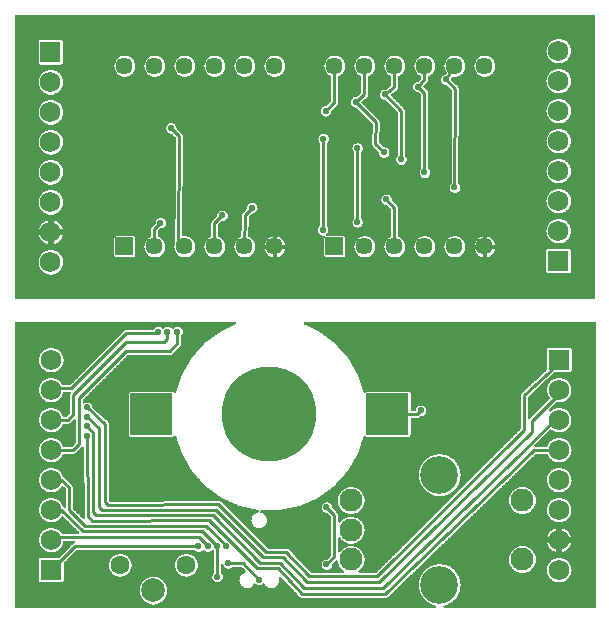
<source format=gbl>
%FSLAX33Y33*%
%MOMM*%
%AMRect-W3500000-H3500000-RO1.000*
21,1,3.5,3.5,0.,0.,180*%
%AMRect-W1750000-H1750000-RO1.000*
21,1,1.75,1.75,0.,0.,180*%
%AMRect-W1450000-H1450000-RO1.500*
21,1,1.45,1.45,0.,0.,90*%
%ADD10C,0.0508*%
%ADD11C,0.25*%
%ADD12C,0.5588*%
%ADD13C,8.*%
%ADD14Rect-W3500000-H3500000-RO1.000*%
%ADD15R,1.75X1.75*%
%ADD16C,1.75*%
%ADD17C,1.6*%
%ADD18C,2.*%
%ADD19C,1.949999*%
%ADD20C,3.2*%
%ADD21C,1.75*%
%ADD22Rect-W1750000-H1750000-RO1.000*%
%ADD23C,1.45*%
%ADD24Rect-W1450000-H1450000-RO1.500*%
D10*
%LNpour fill*%
G01*
X49550Y24550D02*
X49550Y24550D01*
X24923Y24550*
X24902Y24450*
X26107Y23913*
X26107Y23913*
X27496Y22904*
X27496Y22904*
X28645Y21628*
X28645Y21628*
X29503Y20141*
X29503Y20141*
X29983Y18665*
X30056Y18650*
X30099Y18701*
X30099Y18701*
X30125Y18723*
X30125Y18723*
X30153Y18740*
X30153Y18740*
X30184Y18753*
X30184Y18753*
X30217Y18761*
X30217Y18761*
X30250Y18763*
X30250Y18763*
X33750Y18763*
X33750Y18763*
X33783Y18761*
X33783Y18761*
X33816Y18753*
X33816Y18753*
X33847Y18740*
X33847Y18740*
X33875Y18723*
X33875Y18723*
X33901Y18701*
X33901Y18701*
X33923Y18675*
X33923Y18675*
X33940Y18647*
X33940Y18647*
X33953Y18616*
X33953Y18616*
X33961Y18583*
X33961Y18583*
X33963Y18550*
X33963Y18550*
X33963Y17091*
X34308Y17091*
X34321Y17203*
X34321Y17203*
X34364Y17314*
X34364Y17314*
X34431Y17412*
X34431Y17412*
X34520Y17491*
X34520Y17491*
X34625Y17546*
X34625Y17546*
X34741Y17574*
X34741Y17574*
X34859Y17574*
X34859Y17574*
X34975Y17546*
X34975Y17546*
X35080Y17491*
X35080Y17491*
X35169Y17412*
X35169Y17412*
X35236Y17314*
X35236Y17314*
X35279Y17203*
X35279Y17203*
X35293Y17085*
X35293Y17085*
X35279Y16967*
X35279Y16967*
X35236Y16856*
X35236Y16856*
X35169Y16758*
X35169Y16758*
X35080Y16679*
X35080Y16679*
X34975Y16624*
X34975Y16624*
X34859Y16596*
X34859Y16596*
X34789Y16596*
X34706Y16513*
X34706Y16513*
X34655Y16471*
X34655Y16471*
X34597Y16439*
X34597Y16439*
X34533Y16420*
X34533Y16420*
X34467Y16414*
X34467Y16414*
X33963Y16414*
X33963Y15050*
X33963Y15050*
X33961Y15017*
X33961Y15017*
X33953Y14984*
X33953Y14984*
X33940Y14953*
X33940Y14953*
X33923Y14925*
X33923Y14925*
X33901Y14899*
X33901Y14899*
X33875Y14877*
X33875Y14877*
X33847Y14860*
X33847Y14860*
X33816Y14847*
X33816Y14847*
X33783Y14839*
X33783Y14839*
X33750Y14837*
X33750Y14837*
X30250Y14837*
X30250Y14837*
X30217Y14839*
X30217Y14839*
X30184Y14847*
X30184Y14847*
X30153Y14860*
X30153Y14860*
X30125Y14877*
X30125Y14877*
X30099Y14899*
X30099Y14899*
X30056Y14950*
X29983Y14935*
X29503Y13459*
X29503Y13459*
X28645Y11972*
X28645Y11972*
X27496Y10696*
X27496Y10696*
X26107Y9687*
X26107Y9687*
X24538Y8989*
X24538Y8989*
X22859Y8632*
X22859Y8632*
X21254Y8632*
X21240Y8520*
X21351Y8493*
X21351Y8493*
X21503Y8413*
X21503Y8413*
X21631Y8300*
X21631Y8300*
X21728Y8159*
X21728Y8159*
X21788Y8000*
X21788Y8000*
X21809Y7830*
X21809Y7830*
X21788Y7660*
X21788Y7660*
X21728Y7501*
X21728Y7501*
X21631Y7360*
X21631Y7360*
X21503Y7247*
X21503Y7247*
X21351Y7167*
X21351Y7167*
X21185Y7126*
X21185Y7126*
X21015Y7126*
X21015Y7126*
X20849Y7167*
X20849Y7167*
X20697Y7247*
X20697Y7247*
X20569Y7360*
X20569Y7360*
X20472Y7501*
X20472Y7501*
X20412Y7660*
X20412Y7660*
X20391Y7830*
X20391Y7830*
X20412Y8000*
X20412Y8000*
X20472Y8159*
X20472Y8159*
X20569Y8300*
X20569Y8300*
X20697Y8413*
X20697Y8413*
X20849Y8493*
X20849Y8493*
X21068Y8547*
X21066Y8648*
X19462Y8989*
X19462Y8989*
X17893Y9687*
X17893Y9687*
X16504Y10696*
X16504Y10696*
X15355Y11972*
X15355Y11972*
X14497Y13459*
X14497Y13459*
X14017Y14935*
X13944Y14950*
X13901Y14899*
X13901Y14899*
X13875Y14877*
X13875Y14877*
X13847Y14860*
X13847Y14860*
X13816Y14847*
X13816Y14847*
X13783Y14839*
X13783Y14839*
X13750Y14837*
X13750Y14837*
X10250Y14837*
X10250Y14837*
X10217Y14839*
X10217Y14839*
X10184Y14847*
X10184Y14847*
X10153Y14860*
X10153Y14860*
X10125Y14877*
X10125Y14877*
X10099Y14899*
X10099Y14899*
X10077Y14925*
X10077Y14925*
X10060Y14953*
X10060Y14953*
X10047Y14984*
X10047Y14984*
X10039Y15017*
X10039Y15017*
X10037Y15050*
X10037Y15050*
X10037Y18550*
X10037Y18550*
X10039Y18583*
X10039Y18583*
X10047Y18616*
X10047Y18616*
X10060Y18647*
X10060Y18647*
X10077Y18675*
X10077Y18675*
X10099Y18701*
X10099Y18701*
X10125Y18723*
X10125Y18723*
X10153Y18740*
X10153Y18740*
X10184Y18753*
X10184Y18753*
X10217Y18761*
X10217Y18761*
X10250Y18763*
X10250Y18763*
X13750Y18763*
X13750Y18763*
X13783Y18761*
X13783Y18761*
X13816Y18753*
X13816Y18753*
X13847Y18740*
X13847Y18740*
X13875Y18723*
X13875Y18723*
X13901Y18701*
X13901Y18701*
X13944Y18650*
X14017Y18665*
X14497Y20141*
X14497Y20141*
X15355Y21628*
X15355Y21628*
X16504Y22904*
X16504Y22904*
X17893Y23913*
X17893Y23913*
X19098Y24450*
X19077Y24550*
X0450Y24550*
X0450Y0450*
X36011Y0450*
X36029Y0556*
X35598Y0706*
X35598Y0706*
X35254Y0922*
X35254Y0922*
X34967Y1209*
X34967Y1209*
X34751Y1553*
X34751Y1553*
X34617Y1936*
X34617Y1936*
X34572Y2340*
X34572Y2340*
X34617Y2744*
X34617Y2744*
X34751Y3127*
X34751Y3127*
X34967Y3471*
X34967Y3471*
X35254Y3758*
X35254Y3758*
X35598Y3974*
X35598Y3974*
X35981Y4108*
X35981Y4108*
X36385Y4153*
X36385Y4153*
X36789Y4108*
X36789Y4108*
X37172Y3974*
X37172Y3974*
X37516Y3758*
X37516Y3758*
X37803Y3471*
X37803Y3471*
X38019Y3127*
X38019Y3127*
X38153Y2744*
X38153Y2744*
X38198Y2340*
X38198Y2340*
X38153Y1936*
X38153Y1936*
X38019Y1553*
X38019Y1553*
X37803Y1209*
X37803Y1209*
X37516Y0922*
X37516Y0922*
X37172Y0706*
X37172Y0706*
X36741Y0556*
X36759Y0450*
X49550Y0450*
X49550Y24550*
X31825Y1212D02*
X24726Y1212D01*
X24721Y1212*
X24716Y1212*
X24688Y1216*
X24660Y1218*
X24655Y1220*
X24651Y1220*
X24624Y1229*
X24597Y1238*
X24592Y1240*
X24588Y1241*
X24563Y1255*
X24538Y1269*
X24534Y1272*
X24530Y1274*
X24509Y1293*
X24487Y1311*
X24484Y1315*
X24480Y1318*
X22881Y3011*
X22798Y2972*
X22825Y2750*
X22804Y2580*
X22744Y2421*
X22646Y2280*
X22519Y2167*
X22367Y2087*
X22201Y2046*
X22031Y2046*
X21865Y2087*
X21713Y2167*
X21586Y2280*
X21480Y2433*
X21380Y2345*
X21275Y2289*
X21159Y2261*
X21041Y2261*
X20925Y2289*
X20820Y2345*
X20720Y2433*
X20614Y2280*
X20487Y2167*
X20335Y2087*
X20169Y2046*
X19999Y2046*
X19833Y2087*
X19681Y2167*
X19554Y2280*
X19456Y2421*
X19396Y2580*
X19375Y2750*
X19396Y2920*
X19456Y3079*
X19554Y3220*
X19681Y3333*
X19833Y3413*
X19974Y3448*
X19634Y3827*
X18856Y3827*
X18780Y3760*
X18675Y3705*
X18559Y3676*
X18441Y3676*
X18325Y3705*
X18220Y3760*
X18131Y3839*
X18064Y3936*
X18015Y4065*
X17911Y4045*
X17911Y3368*
X17942Y3340*
X18009Y3243*
X18051Y3132*
X18066Y3014*
X18051Y2896*
X18009Y2785*
X17942Y2687*
X17853Y2608*
X17748Y2553*
X17632Y2525*
X17514Y2525*
X17398Y2553*
X17293Y2608*
X17204Y2687*
X17137Y2785*
X17095Y2896*
X17080Y3014*
X17095Y3132*
X17137Y3243*
X17204Y3340*
X17235Y3368*
X17235Y5237*
X17160Y5271*
X17053Y5176*
X16948Y5120*
X16832Y5092*
X16714Y5092*
X16598Y5120*
X16493Y5176*
X16384Y5272*
X16275Y5176*
X16170Y5120*
X16054Y5092*
X15936Y5092*
X15820Y5120*
X15715Y5176*
X15639Y5243*
X5656Y5243*
X4588Y4175*
X4588Y2735*
X4586Y2702*
X4578Y2669*
X4565Y2638*
X4547Y2610*
X4526Y2584*
X4500Y2563*
X4472Y2545*
X4441Y2532*
X4408Y2524*
X4375Y2522*
X2625Y2522*
X2592Y2524*
X2559Y2532*
X2528Y2545*
X2500Y2563*
X2474Y2584*
X2453Y2610*
X2435Y2638*
X2422Y2669*
X2414Y2702*
X2412Y2735*
X2412Y4485*
X2414Y4518*
X2422Y4551*
X2435Y4582*
X2453Y4610*
X2474Y4636*
X2500Y4657*
X2528Y4675*
X2559Y4688*
X2592Y4696*
X2625Y4698*
X4155Y4698*
X5277Y5820*
X5328Y5862*
X5387Y5894*
X5446Y5912*
X5430Y6020*
X4572Y6020*
X4557Y5890*
X4464Y5644*
X4315Y5428*
X4118Y5254*
X3886Y5133*
X3631Y5070*
X3369Y5070*
X3114Y5133*
X2882Y5254*
X2685Y5428*
X2536Y5644*
X2443Y5890*
X2412Y6150*
X2443Y6410*
X2536Y6656*
X2685Y6872*
X2882Y7046*
X3114Y7167*
X3369Y7230*
X3631Y7230*
X3886Y7167*
X4118Y7046*
X4315Y6872*
X4436Y6696*
X5790Y6696*
X5822Y6775*
X4443Y8154*
X4315Y7968*
X4118Y7794*
X3886Y7673*
X3631Y7610*
X3369Y7610*
X3114Y7673*
X2882Y7794*
X2685Y7968*
X2536Y8184*
X2443Y8430*
X2412Y8690*
X2443Y8950*
X2536Y9196*
X2685Y9412*
X2882Y9586*
X3114Y9707*
X3369Y9770*
X3631Y9770*
X3886Y9707*
X4118Y9586*
X4315Y9412*
X4464Y9196*
X4542Y8988*
X4662Y8924*
X4662Y10475*
X4443Y10694*
X4315Y10508*
X4118Y10334*
X3886Y10213*
X3631Y10150*
X3369Y10150*
X3114Y10213*
X2882Y10334*
X2685Y10508*
X2536Y10724*
X2443Y10970*
X2412Y11230*
X2443Y11490*
X2536Y11736*
X2685Y11952*
X2882Y12126*
X3114Y12247*
X3369Y12310*
X3631Y12310*
X3886Y12247*
X4118Y12126*
X4315Y11952*
X4464Y11736*
X4542Y11528*
X4573Y11511*
X4625Y11469*
X5239Y10854*
X5281Y10803*
X5312Y10745*
X5332Y10681*
X5338Y10615*
X5338Y8830*
X6212Y7956*
X6293Y7995*
X6285Y8070*
X6282Y8100*
X6196Y13984*
X6118Y14015*
X5633Y13531*
X5582Y13489*
X5524Y13458*
X5460Y13438*
X5394Y13432*
X4527Y13432*
X4464Y13264*
X4315Y13048*
X4118Y12874*
X3886Y12753*
X3631Y12690*
X3369Y12690*
X3114Y12753*
X2882Y12874*
X2685Y13048*
X2536Y13264*
X2443Y13510*
X2412Y13770*
X2443Y14030*
X2536Y14276*
X2685Y14492*
X2882Y14666*
X3114Y14787*
X3369Y14850*
X3631Y14850*
X3886Y14787*
X4118Y14666*
X4315Y14492*
X4464Y14276*
X4527Y14108*
X5254Y14108*
X5536Y14390*
X5536Y16303*
X5458Y16335*
X5193Y16071*
X5142Y16029*
X5084Y15998*
X5020Y15978*
X4954Y15972*
X4527Y15972*
X4464Y15804*
X4315Y15588*
X4118Y15414*
X3886Y15293*
X3631Y15230*
X3369Y15230*
X3114Y15293*
X2882Y15414*
X2685Y15588*
X2536Y15804*
X2443Y16050*
X2412Y16310*
X2443Y16570*
X2536Y16816*
X2685Y17032*
X2882Y17206*
X3114Y17327*
X3369Y17390*
X3631Y17390*
X3886Y17327*
X4118Y17206*
X4315Y17032*
X4464Y16816*
X4527Y16648*
X4814Y16648*
X5056Y16890*
X5056Y18403*
X5062Y18469*
X5103Y18602*
X4561Y18602*
X4464Y18344*
X4315Y18128*
X4118Y17954*
X3886Y17833*
X3631Y17770*
X3369Y17770*
X3114Y17833*
X2882Y17954*
X2685Y18128*
X2536Y18344*
X2443Y18590*
X2412Y18850*
X2443Y19110*
X2536Y19356*
X2685Y19572*
X2882Y19746*
X3114Y19867*
X3369Y19930*
X3631Y19930*
X3886Y19867*
X4118Y19746*
X4315Y19572*
X4464Y19356*
X4493Y19278*
X5096Y19278*
X9658Y23879*
X9683Y23899*
X9708Y23920*
X9709Y23920*
X9709Y23921*
X9738Y23936*
X9766Y23952*
X9767Y23952*
X9768Y23952*
X9799Y23962*
X9830Y23971*
X9830Y23971*
X9831Y23971*
X9863Y23975*
X9896Y23978*
X12123Y23978*
X12191Y24077*
X12280Y24155*
X12385Y24211*
X12501Y24239*
X12619Y24239*
X12735Y24211*
X12840Y24155*
X12960Y24049*
X13080Y24155*
X13185Y24211*
X13301Y24239*
X13419Y24239*
X13535Y24211*
X13640Y24155*
X13776Y24035*
X13912Y24155*
X14017Y24211*
X14132Y24239*
X14251Y24239*
X14366Y24211*
X14472Y24155*
X14560Y24077*
X14628Y23979*
X14670Y23868*
X14684Y23750*
X14670Y23632*
X14628Y23521*
X14560Y23423*
X14530Y23396*
X14530Y22750*
X14523Y22684*
X14504Y22621*
X14473Y22562*
X14431Y22511*
X13830Y21910*
X13778Y21868*
X13720Y21836*
X13656Y21817*
X13590Y21811*
X10037Y21811*
X6212Y17986*
X6212Y17731*
X6345Y17801*
X6461Y17829*
X6579Y17829*
X6695Y17801*
X6800Y17745*
X6889Y17667*
X6956Y17569*
X6998Y17458*
X7010Y17361*
X8310Y16227*
X8318Y16219*
X8327Y16211*
X8341Y16194*
X8356Y16179*
X8362Y16169*
X8369Y16160*
X8379Y16141*
X8391Y16122*
X8395Y16112*
X8400Y16101*
X8407Y16081*
X8414Y16060*
X8416Y16049*
X8420Y16038*
X8422Y16016*
X8425Y15995*
X8425Y15984*
X8426Y15972*
X8426Y9447*
X17692Y9496*
X17724Y9493*
X17756Y9490*
X17757Y9490*
X17758Y9489*
X17789Y9480*
X17820Y9471*
X17821Y9471*
X17822Y9470*
X17850Y9455*
X17879Y9440*
X17879Y9439*
X17880Y9439*
X17905Y9419*
X17930Y9398*
X21890Y5438*
X23435Y5438*
X23438Y5438*
X23441Y5438*
X23471Y5435*
X23501Y5432*
X23504Y5431*
X23507Y5431*
X23536Y5421*
X23565Y5412*
X23567Y5411*
X23570Y5410*
X23597Y5395*
X23623Y5381*
X23625Y5379*
X23628Y5378*
X23651Y5358*
X23674Y5339*
X23676Y5337*
X23679Y5335*
X25519Y3431*
X28200Y3410*
X28232Y3493*
X27996Y3702*
X27833Y3938*
X27731Y4206*
X27713Y4355*
X27638Y4381*
X27324Y4066*
X27307Y3932*
X27265Y3821*
X27198Y3723*
X27109Y3645*
X27004Y3589*
X26888Y3561*
X26770Y3561*
X26654Y3589*
X26549Y3645*
X26460Y3723*
X26393Y3821*
X26351Y3932*
X26337Y4050*
X26351Y4168*
X26393Y4279*
X26460Y4377*
X26549Y4455*
X26654Y4511*
X26770Y4539*
X26840Y4539*
X27144Y4843*
X27144Y8107*
X26840Y8411*
X26770Y8411*
X26654Y8439*
X26549Y8495*
X26460Y8573*
X26393Y8671*
X26351Y8782*
X26337Y8900*
X26351Y9018*
X26393Y9129*
X26460Y9227*
X26549Y9305*
X26654Y9361*
X26770Y9389*
X26888Y9389*
X27004Y9361*
X27109Y9305*
X27198Y9227*
X27265Y9129*
X27307Y9018*
X27324Y8884*
X27722Y8486*
X27764Y8435*
X27795Y8376*
X27814Y8313*
X27821Y8247*
X27821Y7681*
X27910Y7654*
X27996Y7778*
X28210Y7968*
X28464Y8101*
X28742Y8170*
X29028Y8170*
X29306Y8101*
X29560Y7968*
X29774Y7778*
X29937Y7542*
X30039Y7274*
X30073Y6990*
X30039Y6706*
X29937Y6438*
X29774Y6202*
X29560Y6012*
X29306Y5879*
X29028Y5810*
X28742Y5810*
X28464Y5879*
X28210Y6012*
X27996Y6202*
X27910Y6326*
X27821Y6299*
X27821Y5181*
X27910Y5154*
X27996Y5278*
X28210Y5468*
X28464Y5601*
X28742Y5670*
X29028Y5670*
X29306Y5601*
X29560Y5468*
X29774Y5278*
X29937Y5042*
X30039Y4774*
X30073Y4490*
X30039Y4206*
X29937Y3938*
X29774Y3702*
X29526Y3482*
X29556Y3400*
X30962Y3389*
X43211Y15565*
X43201Y18354*
X43202Y18361*
X43202Y18367*
X43205Y18393*
X43208Y18420*
X43210Y18426*
X43211Y18433*
X43219Y18458*
X43227Y18483*
X43230Y18489*
X43232Y18496*
X43245Y18519*
X43258Y18542*
X43262Y18547*
X43265Y18553*
X43283Y18573*
X43300Y18593*
X43305Y18598*
X43309Y18603*
X45412Y20558*
X45412Y22265*
X45414Y22298*
X45422Y22331*
X45435Y22362*
X45453Y22390*
X45474Y22416*
X45500Y22437*
X45528Y22455*
X45559Y22468*
X45592Y22476*
X45625Y22478*
X47375Y22478*
X47408Y22476*
X47441Y22468*
X47472Y22455*
X47500Y22437*
X47526Y22416*
X47547Y22390*
X47565Y22362*
X47578Y22331*
X47586Y22298*
X47588Y22265*
X47588Y20515*
X47586Y20482*
X47578Y20449*
X47565Y20418*
X47547Y20390*
X47526Y20364*
X47500Y20343*
X47472Y20325*
X47441Y20312*
X47408Y20304*
X47375Y20302*
X46129Y20302*
X43878Y18208*
X43885Y16468*
X43963Y16435*
X45673Y18146*
X45536Y18344*
X45443Y18590*
X45412Y18850*
X45443Y19110*
X45536Y19356*
X45685Y19572*
X45882Y19746*
X46114Y19867*
X46369Y19930*
X46631Y19930*
X46886Y19867*
X47118Y19746*
X47315Y19572*
X47464Y19356*
X47557Y19110*
X47588Y18850*
X47557Y18590*
X47464Y18344*
X47315Y18128*
X47118Y17954*
X46886Y17833*
X46631Y17770*
X46369Y17770*
X46276Y17792*
X45639Y17155*
X45723Y17065*
X45882Y17206*
X46114Y17327*
X46369Y17390*
X46631Y17390*
X46886Y17327*
X47118Y17206*
X47315Y17032*
X47464Y16816*
X47557Y16570*
X47588Y16310*
X47557Y16050*
X47464Y15804*
X47315Y15588*
X47118Y15414*
X46886Y15293*
X46631Y15230*
X46369Y15230*
X46114Y15293*
X45882Y15414*
X45802Y15486*
X44439Y14151*
X44471Y14072*
X45459Y14072*
X45536Y14276*
X45685Y14492*
X45882Y14666*
X46114Y14787*
X46369Y14850*
X46631Y14850*
X46886Y14787*
X47118Y14666*
X47315Y14492*
X47464Y14276*
X47557Y14030*
X47588Y13770*
X47557Y13510*
X47464Y13264*
X47315Y13048*
X47118Y12874*
X46886Y12753*
X46631Y12690*
X46369Y12690*
X46114Y12753*
X45882Y12874*
X45685Y13048*
X45536Y13264*
X45487Y13396*
X44546Y13396*
X32060Y1307*
X32036Y1288*
X32013Y1269*
X32010Y1268*
X32008Y1266*
X31981Y1252*
X31954Y1238*
X31952Y1237*
X31949Y1235*
X31920Y1227*
X31891Y1218*
X31888Y1218*
X31886Y1217*
X31855Y1215*
X31825Y1212*
X3631Y20310D02*
X3369Y20310D01*
X3114Y20373*
X2882Y20494*
X2685Y20668*
X2536Y20884*
X2443Y21130*
X2412Y21390*
X2443Y21650*
X2536Y21896*
X2685Y22112*
X2882Y22286*
X3114Y22407*
X3369Y22470*
X3631Y22470*
X3886Y22407*
X4118Y22286*
X4315Y22112*
X4464Y21896*
X4557Y21650*
X4588Y21390*
X4557Y21130*
X4464Y20884*
X4315Y20668*
X4118Y20494*
X3886Y20373*
X3631Y20310*
X36385Y9827D02*
X35982Y9872D01*
X35598Y10006*
X35254Y10222*
X34967Y10509*
X34751Y10853*
X34617Y11237*
X34572Y11640*
X34617Y12043*
X34751Y12427*
X34967Y12771*
X35254Y13058*
X35598Y13274*
X35982Y13408*
X36385Y13453*
X36788Y13408*
X37172Y13274*
X37516Y13058*
X37803Y12771*
X38019Y12427*
X38153Y12043*
X38198Y11640*
X38153Y11237*
X38019Y10853*
X37803Y10509*
X37516Y10222*
X37172Y10006*
X36788Y9872*
X36385Y9827*
X46631Y10150D02*
X46369Y10150D01*
X46114Y10213*
X45882Y10334*
X45685Y10508*
X45536Y10724*
X45443Y10970*
X45412Y11230*
X45443Y11490*
X45536Y11736*
X45685Y11952*
X45882Y12126*
X46114Y12247*
X46369Y12310*
X46631Y12310*
X46886Y12247*
X47118Y12126*
X47315Y11952*
X47464Y11736*
X47557Y11490*
X47588Y11230*
X47557Y10970*
X47464Y10724*
X47315Y10508*
X47118Y10334*
X46886Y10213*
X46631Y10150*
X29028Y8310D02*
X28742Y8310D01*
X28464Y8379*
X28210Y8512*
X27996Y8702*
X27833Y8938*
X27731Y9206*
X27697Y9490*
X27731Y9774*
X27833Y10042*
X27996Y10278*
X28210Y10468*
X28464Y10601*
X28742Y10670*
X29028Y10670*
X29306Y10601*
X29560Y10468*
X29774Y10278*
X29937Y10042*
X30039Y9774*
X30073Y9490*
X30039Y9206*
X29937Y8938*
X29774Y8702*
X29560Y8512*
X29306Y8379*
X29028Y8310*
X43528Y8310D02*
X43242Y8310D01*
X42964Y8379*
X42710Y8512*
X42496Y8702*
X42333Y8938*
X42231Y9206*
X42197Y9490*
X42231Y9774*
X42333Y10042*
X42496Y10278*
X42710Y10468*
X42964Y10601*
X43242Y10670*
X43528Y10670*
X43806Y10601*
X44060Y10468*
X44274Y10278*
X44437Y10042*
X44539Y9774*
X44573Y9490*
X44539Y9206*
X44437Y8938*
X44274Y8702*
X44060Y8512*
X43806Y8379*
X43528Y8310*
X46631Y7610D02*
X46369Y7610D01*
X46114Y7673*
X45882Y7794*
X45685Y7968*
X45536Y8184*
X45443Y8430*
X45412Y8690*
X45443Y8950*
X45536Y9196*
X45685Y9412*
X45882Y9586*
X46114Y9707*
X46369Y9770*
X46631Y9770*
X46886Y9707*
X47118Y9586*
X47315Y9412*
X47464Y9196*
X47557Y8950*
X47588Y8690*
X47557Y8430*
X47464Y8184*
X47315Y7968*
X47118Y7794*
X46886Y7673*
X46631Y7610*
X47564Y6350D02*
X46700Y6350D01*
X46700Y7213*
X46886Y7167*
X47118Y7046*
X47315Y6872*
X47464Y6656*
X47557Y6410*
X47564Y6350*
X46300Y6350D02*
X45436Y6350D01*
X45443Y6410*
X45536Y6656*
X45685Y6872*
X45882Y7046*
X46114Y7167*
X46300Y7213*
X46300Y6350*
X46700Y5087D02*
X46700Y5950D01*
X47564Y5950*
X47557Y5890*
X47464Y5644*
X47315Y5428*
X47118Y5254*
X46886Y5133*
X46700Y5087*
X46300Y5087D02*
X46114Y5133D01*
X45882Y5254*
X45685Y5428*
X45536Y5644*
X45443Y5890*
X45436Y5950*
X46300Y5950*
X46300Y5087*
X43528Y3310D02*
X43242Y3310D01*
X42964Y3379*
X42710Y3512*
X42496Y3702*
X42333Y3938*
X42231Y4206*
X42197Y4490*
X42231Y4774*
X42333Y5042*
X42496Y5278*
X42710Y5468*
X42964Y5601*
X43242Y5670*
X43528Y5670*
X43806Y5601*
X44060Y5468*
X44274Y5278*
X44437Y5042*
X44539Y4774*
X44573Y4490*
X44539Y4206*
X44437Y3938*
X44274Y3702*
X44060Y3512*
X43806Y3379*
X43528Y3310*
X9457Y3008D02*
X9213Y3008D01*
X8976Y3066*
X8759Y3180*
X8577Y3342*
X8438Y3543*
X8351Y3771*
X8322Y4014*
X8351Y4256*
X8438Y4485*
X8577Y4686*
X8759Y4848*
X8976Y4961*
X9213Y5020*
X9457Y5020*
X9694Y4961*
X9911Y4848*
X10093Y4686*
X10232Y4485*
X10319Y4256*
X10348Y4014*
X10319Y3771*
X10232Y3543*
X10093Y3342*
X9911Y3180*
X9694Y3066*
X9457Y3008*
X15057Y3008D02*
X14813Y3008D01*
X14576Y3066*
X14359Y3180*
X14177Y3342*
X14038Y3543*
X13951Y3771*
X13922Y4014*
X13951Y4256*
X14038Y4485*
X14177Y4686*
X14359Y4848*
X14576Y4961*
X14813Y5020*
X15057Y5020*
X15294Y4961*
X15511Y4848*
X15693Y4686*
X15832Y4485*
X15919Y4256*
X15948Y4014*
X15919Y3771*
X15832Y3543*
X15693Y3342*
X15511Y3180*
X15294Y3066*
X15057Y3008*
X46631Y2530D02*
X46369Y2530D01*
X46114Y2593*
X45882Y2714*
X45685Y2888*
X45536Y3104*
X45443Y3350*
X45412Y3610*
X45443Y3870*
X45536Y4116*
X45685Y4332*
X45882Y4506*
X46114Y4627*
X46369Y4690*
X46631Y4690*
X46886Y4627*
X47118Y4506*
X47315Y4332*
X47464Y4116*
X47557Y3870*
X47588Y3610*
X47557Y3350*
X47464Y3104*
X47315Y2888*
X47118Y2714*
X46886Y2593*
X46631Y2530*
X12135Y0651D02*
X11865Y0681D01*
X11609Y0771*
X11379Y0915*
X11186Y1107*
X11042Y1337*
X10952Y1594*
X10922Y1864*
X10952Y2134*
X11042Y2390*
X11186Y2620*
X11379Y2812*
X11609Y2957*
X11865Y3047*
X12135Y3077*
X12405Y3047*
X12661Y2957*
X12891Y2812*
X13084Y2620*
X13228Y2390*
X13318Y2134*
X13348Y1864*
X13318Y1594*
X13228Y1337*
X13084Y1107*
X12891Y0915*
X12661Y0771*
X12405Y0681*
X12135Y0651*
X0450Y0500D02*
X36019Y0500D01*
X36751Y0500D02*
X49550Y0500D01*
X0450Y0549D02*
X36028Y0549D01*
X36742Y0549D02*
X49550Y0549D01*
X0450Y0599D02*
X35906Y0599D01*
X36864Y0599D02*
X49550Y0599D01*
X0450Y0648D02*
X35765Y0648D01*
X37005Y0648D02*
X49550Y0648D01*
X0450Y0698D02*
X11817Y0698D01*
X12453Y0698D02*
X35623Y0698D01*
X37147Y0698D02*
X49550Y0698D01*
X0450Y0747D02*
X11675Y0747D01*
X12595Y0747D02*
X35533Y0747D01*
X37237Y0747D02*
X49550Y0747D01*
X0450Y0797D02*
X11567Y0797D01*
X12703Y0797D02*
X35455Y0797D01*
X37315Y0797D02*
X49550Y0797D01*
X0450Y0846D02*
X11488Y0846D01*
X12782Y0846D02*
X35376Y0846D01*
X37394Y0846D02*
X49550Y0846D01*
X0450Y0896D02*
X11409Y0896D01*
X12861Y0896D02*
X35297Y0896D01*
X37473Y0896D02*
X49550Y0896D01*
X0450Y0945D02*
X11348Y0945D01*
X12922Y0945D02*
X35232Y0945D01*
X37538Y0945D02*
X49550Y0945D01*
X0450Y0995D02*
X11299Y0995D01*
X12971Y0995D02*
X35182Y0995D01*
X37588Y0995D02*
X49550Y0995D01*
X0450Y1044D02*
X11249Y1044D01*
X13021Y1044D02*
X35133Y1044D01*
X37637Y1044D02*
X49550Y1044D01*
X0450Y1094D02*
X11200Y1094D01*
X13070Y1094D02*
X35083Y1094D01*
X37687Y1094D02*
X49550Y1094D01*
X0450Y1143D02*
X11164Y1143D01*
X13106Y1143D02*
X35033Y1143D01*
X37737Y1143D02*
X49550Y1143D01*
X0450Y1193D02*
X11132Y1193D01*
X13138Y1193D02*
X34984Y1193D01*
X37786Y1193D02*
X49550Y1193D01*
X0450Y1242D02*
X11101Y1242D01*
X13169Y1242D02*
X24585Y1242D01*
X31964Y1242D02*
X34947Y1242D01*
X37823Y1242D02*
X49550Y1242D01*
X0450Y1292D02*
X11070Y1292D01*
X13200Y1292D02*
X24509Y1292D01*
X32042Y1292D02*
X34916Y1292D01*
X37854Y1292D02*
X49550Y1292D01*
X0450Y1342D02*
X11040Y1342D01*
X13230Y1342D02*
X24457Y1342D01*
X32096Y1342D02*
X34884Y1342D01*
X37886Y1342D02*
X49550Y1342D01*
X0450Y1391D02*
X11023Y1391D01*
X13247Y1391D02*
X24411Y1391D01*
X32147Y1391D02*
X34853Y1391D01*
X37917Y1391D02*
X49550Y1391D01*
X0450Y1441D02*
X11006Y1441D01*
X13264Y1441D02*
X24364Y1441D01*
X32199Y1441D02*
X34822Y1441D01*
X37948Y1441D02*
X49550Y1441D01*
X0450Y1490D02*
X10988Y1490D01*
X13282Y1490D02*
X24317Y1490D01*
X32250Y1490D02*
X34791Y1490D01*
X37979Y1490D02*
X49550Y1490D01*
X0450Y1540D02*
X10971Y1540D01*
X13299Y1540D02*
X24270Y1540D01*
X32301Y1540D02*
X34760Y1540D01*
X38010Y1540D02*
X49550Y1540D01*
X0450Y1589D02*
X10954Y1589D01*
X13316Y1589D02*
X24223Y1589D01*
X32352Y1589D02*
X34739Y1589D01*
X38031Y1589D02*
X49550Y1589D01*
X0450Y1639D02*
X10947Y1639D01*
X13323Y1639D02*
X24177Y1639D01*
X32403Y1639D02*
X34721Y1639D01*
X38049Y1639D02*
X49550Y1639D01*
X0450Y1688D02*
X10941Y1688D01*
X13329Y1688D02*
X24130Y1688D01*
X32454Y1688D02*
X34704Y1688D01*
X38066Y1688D02*
X49550Y1688D01*
X0450Y1738D02*
X10936Y1738D01*
X13334Y1738D02*
X24083Y1738D01*
X32506Y1738D02*
X34687Y1738D01*
X38083Y1738D02*
X49550Y1738D01*
X0450Y1787D02*
X10930Y1787D01*
X13340Y1787D02*
X24036Y1787D01*
X32557Y1787D02*
X34669Y1787D01*
X38101Y1787D02*
X49550Y1787D01*
X0450Y1837D02*
X10925Y1837D01*
X13345Y1837D02*
X23990Y1837D01*
X32608Y1837D02*
X34652Y1837D01*
X38118Y1837D02*
X49550Y1837D01*
X0450Y1886D02*
X10924Y1886D01*
X13346Y1886D02*
X23943Y1886D01*
X32659Y1886D02*
X34635Y1886D01*
X38135Y1886D02*
X49550Y1886D01*
X0450Y1936D02*
X10930Y1936D01*
X13340Y1936D02*
X23896Y1936D01*
X32710Y1936D02*
X34617Y1936D01*
X38153Y1936D02*
X49550Y1936D01*
X0450Y1985D02*
X10935Y1985D01*
X13335Y1985D02*
X23849Y1985D01*
X32761Y1985D02*
X34612Y1985D01*
X38158Y1985D02*
X49550Y1985D01*
X0450Y2035D02*
X10941Y2035D01*
X13329Y2035D02*
X23802Y2035D01*
X32812Y2035D02*
X34606Y2035D01*
X38164Y2035D02*
X49550Y2035D01*
X0450Y2084D02*
X10946Y2084D01*
X13324Y2084D02*
X19843Y2084D01*
X20325Y2084D02*
X21875Y2084D01*
X22357Y2084D02*
X23756Y2084D01*
X32864Y2084D02*
X34601Y2084D01*
X38169Y2084D02*
X49550Y2084D01*
X0450Y2134D02*
X10952Y2134D01*
X13318Y2134D02*
X19743Y2134D01*
X20425Y2134D02*
X21775Y2134D01*
X22457Y2134D02*
X23709Y2134D01*
X32915Y2134D02*
X34595Y2134D01*
X38175Y2134D02*
X49550Y2134D01*
X0450Y2184D02*
X10969Y2184D01*
X13301Y2184D02*
X19662Y2184D01*
X20506Y2184D02*
X21694Y2184D01*
X22538Y2184D02*
X23662Y2184D01*
X32966Y2184D02*
X34589Y2184D01*
X38181Y2184D02*
X49550Y2184D01*
X0450Y2233D02*
X10987Y2233D01*
X13283Y2233D02*
X19606Y2233D01*
X20562Y2233D02*
X21638Y2233D01*
X22594Y2233D02*
X23615Y2233D01*
X33017Y2233D02*
X34584Y2233D01*
X38186Y2233D02*
X49550Y2233D01*
X0450Y2283D02*
X11004Y2283D01*
X13266Y2283D02*
X19551Y2283D01*
X20617Y2283D02*
X20952Y2283D01*
X21248Y2283D02*
X21583Y2283D01*
X22649Y2283D02*
X23569Y2283D01*
X33068Y2283D02*
X34578Y2283D01*
X38192Y2283D02*
X49550Y2283D01*
X0450Y2332D02*
X11021Y2332D01*
X13249Y2332D02*
X19517Y2332D01*
X20651Y2332D02*
X20843Y2332D01*
X21357Y2332D02*
X21549Y2332D01*
X22683Y2332D02*
X23522Y2332D01*
X33119Y2332D02*
X34573Y2332D01*
X38197Y2332D02*
X49550Y2332D01*
X0450Y2382D02*
X11039Y2382D01*
X13231Y2382D02*
X19483Y2382D01*
X20685Y2382D02*
X20778Y2382D01*
X21422Y2382D02*
X21515Y2382D01*
X22717Y2382D02*
X23475Y2382D01*
X33171Y2382D02*
X34576Y2382D01*
X38194Y2382D02*
X49550Y2382D01*
X0450Y2431D02*
X11067Y2431D01*
X13203Y2431D02*
X19452Y2431D01*
X20719Y2431D02*
X20722Y2431D01*
X21478Y2431D02*
X21481Y2431D01*
X22748Y2431D02*
X23428Y2431D01*
X33222Y2431D02*
X34582Y2431D01*
X38188Y2431D02*
X49550Y2431D01*
X0450Y2481D02*
X11099Y2481D01*
X13171Y2481D02*
X19433Y2481D01*
X22767Y2481D02*
X23381Y2481D01*
X33273Y2481D02*
X34588Y2481D01*
X38182Y2481D02*
X49550Y2481D01*
X0450Y2530D02*
X2566Y2530D01*
X4434Y2530D02*
X11130Y2530D01*
X13140Y2530D02*
X17490Y2530D01*
X17655Y2530D02*
X19415Y2530D01*
X22785Y2530D02*
X23335Y2530D01*
X33324Y2530D02*
X34593Y2530D01*
X38177Y2530D02*
X46366Y2530D01*
X46634Y2530D02*
X49550Y2530D01*
X0450Y2580D02*
X2479Y2580D01*
X4521Y2580D02*
X11161Y2580D01*
X13109Y2580D02*
X17347Y2580D01*
X17799Y2580D02*
X19396Y2580D01*
X22804Y2580D02*
X23288Y2580D01*
X33375Y2580D02*
X34599Y2580D01*
X38171Y2580D02*
X46165Y2580D01*
X46835Y2580D02*
X49550Y2580D01*
X0450Y2629D02*
X2440Y2629D01*
X4560Y2629D02*
X11195Y2629D01*
X13075Y2629D02*
X17269Y2629D01*
X17877Y2629D02*
X19390Y2629D01*
X22810Y2629D02*
X23241Y2629D01*
X33426Y2629D02*
X34604Y2629D01*
X38166Y2629D02*
X46043Y2629D01*
X46957Y2629D02*
X49550Y2629D01*
X0450Y2679D02*
X2420Y2679D01*
X4580Y2679D02*
X11245Y2679D01*
X13025Y2679D02*
X17213Y2679D01*
X17933Y2679D02*
X19384Y2679D01*
X22816Y2679D02*
X23194Y2679D01*
X33477Y2679D02*
X34610Y2679D01*
X38160Y2679D02*
X45949Y2679D01*
X47051Y2679D02*
X49550Y2679D01*
X0450Y2728D02*
X2412Y2728D01*
X4588Y2728D02*
X11294Y2728D01*
X12976Y2728D02*
X17175Y2728D01*
X17970Y2728D02*
X19378Y2728D01*
X22822Y2728D02*
X23148Y2728D01*
X33529Y2728D02*
X34616Y2728D01*
X38154Y2728D02*
X45866Y2728D01*
X47134Y2728D02*
X49550Y2728D01*
X0450Y2778D02*
X2412Y2778D01*
X4588Y2778D02*
X11344Y2778D01*
X12926Y2778D02*
X17141Y2778D01*
X18005Y2778D02*
X19378Y2778D01*
X22822Y2778D02*
X23101Y2778D01*
X33580Y2778D02*
X34629Y2778D01*
X38141Y2778D02*
X45810Y2778D01*
X47190Y2778D02*
X49550Y2778D01*
X0450Y2827D02*
X2412Y2827D01*
X4588Y2827D02*
X11402Y2827D01*
X12868Y2827D02*
X17120Y2827D01*
X18026Y2827D02*
X19384Y2827D01*
X22816Y2827D02*
X23054Y2827D01*
X33631Y2827D02*
X34647Y2827D01*
X38123Y2827D02*
X45754Y2827D01*
X47246Y2827D02*
X49550Y2827D01*
X0450Y2877D02*
X2412Y2877D01*
X4588Y2877D02*
X11481Y2877D01*
X12789Y2877D02*
X17102Y2877D01*
X18044Y2877D02*
X19390Y2877D01*
X22810Y2877D02*
X23007Y2877D01*
X33682Y2877D02*
X34664Y2877D01*
X38106Y2877D02*
X45698Y2877D01*
X47302Y2877D02*
X49550Y2877D01*
X0450Y2926D02*
X2412Y2926D01*
X4588Y2926D02*
X11560Y2926D01*
X12710Y2926D02*
X17091Y2926D01*
X18055Y2926D02*
X19398Y2926D01*
X22804Y2926D02*
X22960Y2926D01*
X33733Y2926D02*
X34681Y2926D01*
X38089Y2926D02*
X45659Y2926D01*
X47341Y2926D02*
X49550Y2926D01*
X0450Y2976D02*
X2412Y2976D01*
X4588Y2976D02*
X11663Y2976D01*
X12607Y2976D02*
X17085Y2976D01*
X18061Y2976D02*
X19417Y2976D01*
X22807Y2976D02*
X22914Y2976D01*
X33784Y2976D02*
X34699Y2976D01*
X38071Y2976D02*
X45625Y2976D01*
X47375Y2976D02*
X49550Y2976D01*
X0450Y3026D02*
X2412Y3026D01*
X4588Y3026D02*
X9141Y3026D01*
X9529Y3026D02*
X11804Y3026D01*
X12466Y3026D02*
X14741Y3026D01*
X15129Y3026D02*
X17081Y3026D01*
X18064Y3026D02*
X19436Y3026D01*
X33836Y3026D02*
X34716Y3026D01*
X38054Y3026D02*
X45590Y3026D01*
X47410Y3026D02*
X49550Y3026D01*
X0450Y3075D02*
X2412Y3075D01*
X4588Y3075D02*
X8959Y3075D01*
X9711Y3075D02*
X12116Y3075D01*
X12154Y3075D02*
X14559Y3075D01*
X15311Y3075D02*
X17087Y3075D01*
X18058Y3075D02*
X19455Y3075D01*
X33887Y3075D02*
X34733Y3075D01*
X38037Y3075D02*
X45556Y3075D01*
X47444Y3075D02*
X49550Y3075D01*
X0450Y3125D02*
X2412Y3125D01*
X4588Y3125D02*
X8864Y3125D01*
X9806Y3125D02*
X14464Y3125D01*
X15406Y3125D02*
X17094Y3125D01*
X18052Y3125D02*
X19487Y3125D01*
X33938Y3125D02*
X34751Y3125D01*
X38019Y3125D02*
X45528Y3125D01*
X47472Y3125D02*
X49550Y3125D01*
X0450Y3174D02*
X2412Y3174D01*
X4588Y3174D02*
X8770Y3174D01*
X9900Y3174D02*
X14370Y3174D01*
X15500Y3174D02*
X17110Y3174D01*
X18035Y3174D02*
X19522Y3174D01*
X33989Y3174D02*
X34781Y3174D01*
X37989Y3174D02*
X45510Y3174D01*
X47490Y3174D02*
X49550Y3174D01*
X0450Y3224D02*
X2412Y3224D01*
X4588Y3224D02*
X8710Y3224D01*
X9960Y3224D02*
X14310Y3224D01*
X15560Y3224D02*
X17129Y3224D01*
X18017Y3224D02*
X19557Y3224D01*
X34040Y3224D02*
X34812Y3224D01*
X37958Y3224D02*
X45491Y3224D01*
X47509Y3224D02*
X49550Y3224D01*
X0450Y3273D02*
X2412Y3273D01*
X4588Y3273D02*
X8654Y3273D01*
X10016Y3273D02*
X14254Y3273D01*
X15616Y3273D02*
X17157Y3273D01*
X17988Y3273D02*
X19613Y3273D01*
X34091Y3273D02*
X34843Y3273D01*
X37927Y3273D02*
X45472Y3273D01*
X47528Y3273D02*
X49550Y3273D01*
X0450Y3323D02*
X2412Y3323D01*
X4588Y3323D02*
X8598Y3323D01*
X10072Y3323D02*
X14198Y3323D01*
X15672Y3323D02*
X17192Y3323D01*
X17954Y3323D02*
X19669Y3323D01*
X34143Y3323D02*
X34875Y3323D01*
X37895Y3323D02*
X43191Y3323D01*
X43579Y3323D02*
X45453Y3323D01*
X47547Y3323D02*
X49550Y3323D01*
X0450Y3372D02*
X2412Y3372D01*
X4588Y3372D02*
X8555Y3372D01*
X10115Y3372D02*
X14155Y3372D01*
X15715Y3372D02*
X17234Y3372D01*
X17911Y3372D02*
X19755Y3372D01*
X34194Y3372D02*
X34906Y3372D01*
X37864Y3372D02*
X42990Y3372D01*
X43780Y3372D02*
X45440Y3372D01*
X47560Y3372D02*
X49550Y3372D01*
X0450Y3422D02*
X2412Y3422D01*
X4588Y3422D02*
X8521Y3422D01*
X10149Y3422D02*
X14121Y3422D01*
X15749Y3422D02*
X17234Y3422D01*
X17911Y3422D02*
X19869Y3422D01*
X26756Y3422D02*
X28205Y3422D01*
X29549Y3422D02*
X30994Y3422D01*
X34245Y3422D02*
X34937Y3422D01*
X37833Y3422D02*
X42882Y3422D01*
X43888Y3422D02*
X45434Y3422D01*
X47566Y3422D02*
X49550Y3422D01*
X0450Y3471D02*
X2412Y3471D01*
X4588Y3471D02*
X8487Y3471D01*
X10183Y3471D02*
X14087Y3471D01*
X15783Y3471D02*
X17234Y3471D01*
X17911Y3471D02*
X19953Y3471D01*
X25480Y3471D02*
X28224Y3471D01*
X29530Y3471D02*
X31044Y3471D01*
X34296Y3471D02*
X34968Y3471D01*
X37802Y3471D02*
X42787Y3471D01*
X43983Y3471D02*
X45428Y3471D01*
X47572Y3471D02*
X49550Y3471D01*
X0450Y3521D02*
X2412Y3521D01*
X4588Y3521D02*
X8453Y3521D01*
X10217Y3521D02*
X14053Y3521D01*
X15817Y3521D02*
X17234Y3521D01*
X17911Y3521D02*
X19908Y3521D01*
X25432Y3521D02*
X28200Y3521D01*
X29570Y3521D02*
X31094Y3521D01*
X34347Y3521D02*
X35018Y3521D01*
X37752Y3521D02*
X42700Y3521D01*
X44070Y3521D02*
X45422Y3521D01*
X47578Y3521D02*
X49550Y3521D01*
X0450Y3570D02*
X2412Y3570D01*
X4588Y3570D02*
X8427Y3570D01*
X10243Y3570D02*
X14027Y3570D01*
X15843Y3570D02*
X17234Y3570D01*
X17911Y3570D02*
X19864Y3570D01*
X25385Y3570D02*
X26731Y3570D01*
X26928Y3570D02*
X28144Y3570D01*
X29626Y3570D02*
X31143Y3570D01*
X34398Y3570D02*
X35067Y3570D01*
X37703Y3570D02*
X42644Y3570D01*
X44126Y3570D02*
X45416Y3570D01*
X47584Y3570D02*
X49550Y3570D01*
X0450Y3620D02*
X2412Y3620D01*
X4588Y3620D02*
X8408Y3620D01*
X10262Y3620D02*
X14008Y3620D01*
X15862Y3620D02*
X17234Y3620D01*
X17911Y3620D02*
X19819Y3620D01*
X25337Y3620D02*
X26596Y3620D01*
X27062Y3620D02*
X28088Y3620D01*
X29682Y3620D02*
X31193Y3620D01*
X34449Y3620D02*
X35117Y3620D01*
X37653Y3620D02*
X42588Y3620D01*
X44182Y3620D02*
X45413Y3620D01*
X47587Y3620D02*
X49550Y3620D01*
X0450Y3669D02*
X2412Y3669D01*
X4588Y3669D02*
X8390Y3669D01*
X10280Y3669D02*
X13990Y3669D01*
X15880Y3669D02*
X17234Y3669D01*
X17911Y3669D02*
X19775Y3669D01*
X25289Y3669D02*
X26521Y3669D01*
X27137Y3669D02*
X28032Y3669D01*
X29738Y3669D02*
X31243Y3669D01*
X34501Y3669D02*
X35166Y3669D01*
X37604Y3669D02*
X42532Y3669D01*
X44238Y3669D02*
X45419Y3669D01*
X47581Y3669D02*
X49550Y3669D01*
X0450Y3719D02*
X2412Y3719D01*
X4588Y3719D02*
X8371Y3719D01*
X10299Y3719D02*
X13971Y3719D01*
X15899Y3719D02*
X17234Y3719D01*
X17911Y3719D02*
X18298Y3719D01*
X18702Y3719D02*
X19731Y3719D01*
X25241Y3719D02*
X26465Y3719D01*
X27193Y3719D02*
X27984Y3719D01*
X29786Y3719D02*
X31293Y3719D01*
X34552Y3719D02*
X35216Y3719D01*
X37554Y3719D02*
X42484Y3719D01*
X44286Y3719D02*
X45425Y3719D01*
X47575Y3719D02*
X49550Y3719D01*
X0450Y3769D02*
X2412Y3769D01*
X4588Y3769D02*
X8352Y3769D01*
X10318Y3769D02*
X13952Y3769D01*
X15918Y3769D02*
X17234Y3769D01*
X17911Y3769D02*
X18210Y3769D01*
X18790Y3769D02*
X19686Y3769D01*
X25193Y3769D02*
X26429Y3769D01*
X27229Y3769D02*
X27949Y3769D01*
X29821Y3769D02*
X31343Y3769D01*
X34603Y3769D02*
X35272Y3769D01*
X37498Y3769D02*
X42449Y3769D01*
X44321Y3769D02*
X45431Y3769D01*
X47569Y3769D02*
X49550Y3769D01*
X0450Y3818D02*
X2412Y3818D01*
X4588Y3818D02*
X8345Y3818D01*
X10325Y3818D02*
X13945Y3818D01*
X15925Y3818D02*
X17234Y3818D01*
X17911Y3818D02*
X18154Y3818D01*
X18846Y3818D02*
X19642Y3818D01*
X25145Y3818D02*
X26395Y3818D01*
X27263Y3818D02*
X27915Y3818D01*
X29855Y3818D02*
X31393Y3818D01*
X34654Y3818D02*
X35351Y3818D01*
X37419Y3818D02*
X42415Y3818D01*
X44355Y3818D02*
X45437Y3818D01*
X47563Y3818D02*
X49550Y3818D01*
X0450Y3868D02*
X2412Y3868D01*
X4588Y3868D02*
X8339Y3868D01*
X10331Y3868D02*
X13939Y3868D01*
X15931Y3868D02*
X17234Y3868D01*
X17911Y3868D02*
X18111Y3868D01*
X25097Y3868D02*
X26375Y3868D01*
X27283Y3868D02*
X27881Y3868D01*
X29889Y3868D02*
X31442Y3868D01*
X34705Y3868D02*
X35429Y3868D01*
X37341Y3868D02*
X42381Y3868D01*
X44389Y3868D02*
X45443Y3868D01*
X47557Y3868D02*
X49550Y3868D01*
X0450Y3917D02*
X2412Y3917D01*
X4588Y3917D02*
X8333Y3917D01*
X10337Y3917D02*
X13933Y3917D01*
X15937Y3917D02*
X17234Y3917D01*
X17911Y3917D02*
X18077Y3917D01*
X25049Y3917D02*
X26356Y3917D01*
X27302Y3917D02*
X27847Y3917D01*
X29923Y3917D02*
X31492Y3917D01*
X34756Y3917D02*
X35508Y3917D01*
X37262Y3917D02*
X42347Y3917D01*
X44423Y3917D02*
X45461Y3917D01*
X47539Y3917D02*
X49550Y3917D01*
X0450Y3967D02*
X2412Y3967D01*
X4588Y3967D02*
X8327Y3967D01*
X10343Y3967D02*
X13927Y3967D01*
X15943Y3967D02*
X17234Y3967D01*
X17911Y3967D02*
X18052Y3967D01*
X25002Y3967D02*
X26346Y3967D01*
X27312Y3967D02*
X27822Y3967D01*
X29948Y3967D02*
X31542Y3967D01*
X34808Y3967D02*
X35587Y3967D01*
X37183Y3967D02*
X42322Y3967D01*
X44448Y3967D02*
X45480Y3967D01*
X47520Y3967D02*
X49550Y3967D01*
X0450Y4016D02*
X2412Y4016D01*
X4588Y4016D02*
X8322Y4016D01*
X10348Y4016D02*
X13922Y4016D01*
X15948Y4016D02*
X17234Y4016D01*
X17911Y4016D02*
X18033Y4016D01*
X24954Y4016D02*
X26340Y4016D01*
X27318Y4016D02*
X27803Y4016D01*
X29967Y4016D02*
X31592Y4016D01*
X34859Y4016D02*
X35720Y4016D01*
X37050Y4016D02*
X42303Y4016D01*
X44467Y4016D02*
X45498Y4016D01*
X47502Y4016D02*
X49550Y4016D01*
X0450Y4066D02*
X2412Y4066D01*
X4588Y4066D02*
X8328Y4066D01*
X10342Y4066D02*
X13928Y4066D01*
X15942Y4066D02*
X17234Y4066D01*
X24906Y4066D02*
X26338Y4066D01*
X27324Y4066D02*
X27784Y4066D01*
X29986Y4066D02*
X31642Y4066D01*
X34910Y4066D02*
X35861Y4066D01*
X36909Y4066D02*
X42284Y4066D01*
X44486Y4066D02*
X45517Y4066D01*
X47483Y4066D02*
X49550Y4066D01*
X0450Y4115D02*
X2412Y4115D01*
X4588Y4115D02*
X8334Y4115D01*
X10336Y4115D02*
X13934Y4115D01*
X15936Y4115D02*
X17234Y4115D01*
X24858Y4115D02*
X26344Y4115D01*
X27373Y4115D02*
X27765Y4115D01*
X30005Y4115D02*
X31692Y4115D01*
X34961Y4115D02*
X36048Y4115D01*
X36722Y4115D02*
X42265Y4115D01*
X44505Y4115D02*
X45536Y4115D01*
X47464Y4115D02*
X49550Y4115D01*
X0450Y4165D02*
X2412Y4165D01*
X4588Y4165D02*
X8340Y4165D01*
X10330Y4165D02*
X13940Y4165D01*
X15930Y4165D02*
X17234Y4165D01*
X24810Y4165D02*
X26350Y4165D01*
X27422Y4165D02*
X27747Y4165D01*
X30023Y4165D02*
X31741Y4165D01*
X35012Y4165D02*
X42247Y4165D01*
X44523Y4165D02*
X45570Y4165D01*
X47430Y4165D02*
X49550Y4165D01*
X0450Y4214D02*
X2412Y4214D01*
X4628Y4214D02*
X8346Y4214D01*
X10324Y4214D02*
X13946Y4214D01*
X15924Y4214D02*
X17234Y4214D01*
X24762Y4214D02*
X26368Y4214D01*
X27472Y4214D02*
X27730Y4214D01*
X30040Y4214D02*
X31791Y4214D01*
X35063Y4214D02*
X42230Y4214D01*
X44540Y4214D02*
X45604Y4214D01*
X47396Y4214D02*
X49550Y4214D01*
X0450Y4264D02*
X2412Y4264D01*
X4677Y4264D02*
X8354Y4264D01*
X10316Y4264D02*
X13954Y4264D01*
X15916Y4264D02*
X17234Y4264D01*
X24714Y4264D02*
X26387Y4264D01*
X27522Y4264D02*
X27724Y4264D01*
X30046Y4264D02*
X31841Y4264D01*
X35114Y4264D02*
X42224Y4264D01*
X44546Y4264D02*
X45638Y4264D01*
X47362Y4264D02*
X49550Y4264D01*
X0450Y4313D02*
X2412Y4313D01*
X4727Y4313D02*
X8373Y4313D01*
X10297Y4313D02*
X13973Y4313D01*
X15897Y4313D02*
X17234Y4313D01*
X24666Y4313D02*
X26416Y4313D01*
X27571Y4313D02*
X27718Y4313D01*
X30052Y4313D02*
X31891Y4313D01*
X35166Y4313D02*
X42218Y4313D01*
X44552Y4313D02*
X45673Y4313D01*
X47327Y4313D02*
X49550Y4313D01*
X0450Y4363D02*
X2412Y4363D01*
X4777Y4363D02*
X8391Y4363D01*
X10279Y4363D02*
X13991Y4363D01*
X15879Y4363D02*
X17234Y4363D01*
X24619Y4363D02*
X26451Y4363D01*
X27621Y4363D02*
X27689Y4363D01*
X30058Y4363D02*
X31941Y4363D01*
X35217Y4363D02*
X42212Y4363D01*
X44558Y4363D02*
X45720Y4363D01*
X47280Y4363D02*
X49550Y4363D01*
X0450Y4412D02*
X2412Y4412D01*
X4826Y4412D02*
X8410Y4412D01*
X10260Y4412D02*
X14010Y4412D01*
X15860Y4412D02*
X17234Y4412D01*
X24571Y4412D02*
X26500Y4412D01*
X30064Y4412D02*
X31991Y4412D01*
X35268Y4412D02*
X42206Y4412D01*
X44564Y4412D02*
X45776Y4412D01*
X47224Y4412D02*
X49550Y4412D01*
X0450Y4462D02*
X2412Y4462D01*
X4876Y4462D02*
X8429Y4462D01*
X10241Y4462D02*
X14029Y4462D01*
X15841Y4462D02*
X17234Y4462D01*
X24523Y4462D02*
X26561Y4462D01*
X30070Y4462D02*
X32040Y4462D01*
X35319Y4462D02*
X42200Y4462D01*
X44570Y4462D02*
X45832Y4462D01*
X47168Y4462D02*
X49550Y4462D01*
X0450Y4511D02*
X2414Y4511D01*
X4925Y4511D02*
X8456Y4511D01*
X10214Y4511D02*
X14056Y4511D01*
X15814Y4511D02*
X17234Y4511D01*
X24475Y4511D02*
X26657Y4511D01*
X30071Y4511D02*
X32090Y4511D01*
X35370Y4511D02*
X42199Y4511D01*
X44571Y4511D02*
X45893Y4511D01*
X47107Y4511D02*
X49550Y4511D01*
X0450Y4561D02*
X2426Y4561D01*
X4975Y4561D02*
X8490Y4561D01*
X10180Y4561D02*
X14090Y4561D01*
X15780Y4561D02*
X17234Y4561D01*
X24427Y4561D02*
X26861Y4561D01*
X30065Y4561D02*
X32140Y4561D01*
X35421Y4561D02*
X42205Y4561D01*
X44565Y4561D02*
X45987Y4561D01*
X47013Y4561D02*
X49550Y4561D01*
X0450Y4611D02*
X2452Y4611D01*
X5024Y4611D02*
X8524Y4611D01*
X10146Y4611D02*
X14124Y4611D01*
X15746Y4611D02*
X17234Y4611D01*
X24379Y4611D02*
X26911Y4611D01*
X30059Y4611D02*
X32190Y4611D01*
X35473Y4611D02*
X42211Y4611D01*
X44559Y4611D02*
X46081Y4611D01*
X46919Y4611D02*
X49550Y4611D01*
X0450Y4660D02*
X2503Y4660D01*
X5074Y4660D02*
X8559Y4660D01*
X10111Y4660D02*
X14159Y4660D01*
X15711Y4660D02*
X17234Y4660D01*
X24331Y4660D02*
X26961Y4660D01*
X30053Y4660D02*
X32240Y4660D01*
X35524Y4660D02*
X42217Y4660D01*
X44553Y4660D02*
X46245Y4660D01*
X46755Y4660D02*
X49550Y4660D01*
X0450Y4710D02*
X4166Y4710D01*
X5123Y4710D02*
X8603Y4710D01*
X10067Y4710D02*
X14203Y4710D01*
X15667Y4710D02*
X17234Y4710D01*
X24283Y4710D02*
X27010Y4710D01*
X30047Y4710D02*
X32290Y4710D01*
X35575Y4710D02*
X42223Y4710D01*
X44547Y4710D02*
X49550Y4710D01*
X0450Y4759D02*
X4215Y4759D01*
X5173Y4759D02*
X8659Y4759D01*
X10011Y4759D02*
X14259Y4759D01*
X15611Y4759D02*
X17234Y4759D01*
X24236Y4759D02*
X27060Y4759D01*
X30041Y4759D02*
X32339Y4759D01*
X35626Y4759D02*
X42229Y4759D01*
X44541Y4759D02*
X49550Y4759D01*
X0450Y4809D02*
X4265Y4809D01*
X5222Y4809D02*
X8715Y4809D01*
X9955Y4809D02*
X14315Y4809D01*
X15555Y4809D02*
X17234Y4809D01*
X24188Y4809D02*
X27109Y4809D01*
X30026Y4809D02*
X32389Y4809D01*
X35677Y4809D02*
X42244Y4809D01*
X44526Y4809D02*
X49550Y4809D01*
X0450Y4858D02*
X4315Y4858D01*
X5272Y4858D02*
X8779Y4858D01*
X9891Y4858D02*
X14379Y4858D01*
X15491Y4858D02*
X17234Y4858D01*
X24140Y4858D02*
X27144Y4858D01*
X30007Y4858D02*
X32439Y4858D01*
X35728Y4858D02*
X42263Y4858D01*
X44507Y4858D02*
X49550Y4858D01*
X0450Y4908D02*
X4364Y4908D01*
X5321Y4908D02*
X8873Y4908D01*
X9797Y4908D02*
X14473Y4908D01*
X15397Y4908D02*
X17234Y4908D01*
X24092Y4908D02*
X27144Y4908D01*
X29988Y4908D02*
X32489Y4908D01*
X35779Y4908D02*
X42282Y4908D01*
X44488Y4908D02*
X49550Y4908D01*
X0450Y4957D02*
X4414Y4957D01*
X5371Y4957D02*
X8968Y4957D01*
X9702Y4957D02*
X14568Y4957D01*
X15302Y4957D02*
X17234Y4957D01*
X24044Y4957D02*
X27144Y4957D01*
X29970Y4957D02*
X32539Y4957D01*
X35831Y4957D02*
X42300Y4957D01*
X44470Y4957D02*
X49550Y4957D01*
X0450Y5007D02*
X4463Y5007D01*
X5420Y5007D02*
X9160Y5007D01*
X9510Y5007D02*
X14760Y5007D01*
X15110Y5007D02*
X17234Y5007D01*
X23996Y5007D02*
X27144Y5007D01*
X29951Y5007D02*
X32589Y5007D01*
X35882Y5007D02*
X42319Y5007D01*
X44451Y5007D02*
X49550Y5007D01*
X0450Y5056D02*
X4513Y5056D01*
X5470Y5056D02*
X17234Y5056D01*
X23948Y5056D02*
X27144Y5056D01*
X29928Y5056D02*
X32638Y5056D01*
X35933Y5056D02*
X42342Y5056D01*
X44428Y5056D02*
X49550Y5056D01*
X0450Y5106D02*
X3221Y5106D01*
X3779Y5106D02*
X4562Y5106D01*
X5519Y5106D02*
X15879Y5106D01*
X16111Y5106D02*
X16657Y5106D01*
X16889Y5106D02*
X17234Y5106D01*
X23900Y5106D02*
X27144Y5106D01*
X29893Y5106D02*
X32688Y5106D01*
X35984Y5106D02*
X42377Y5106D01*
X44393Y5106D02*
X46221Y5106D01*
X46300Y5106D02*
X46700Y5106D01*
X46779Y5106D02*
X49550Y5106D01*
X0450Y5155D02*
X3070Y5155D01*
X3930Y5155D02*
X4612Y5155D01*
X5569Y5155D02*
X15753Y5155D01*
X16237Y5155D02*
X16531Y5155D01*
X17015Y5155D02*
X17234Y5155D01*
X23853Y5155D02*
X27144Y5155D01*
X27905Y5155D02*
X27911Y5155D01*
X29859Y5155D02*
X32738Y5155D01*
X36035Y5155D02*
X42411Y5155D01*
X44359Y5155D02*
X46070Y5155D01*
X46300Y5155D02*
X46700Y5155D01*
X46930Y5155D02*
X49550Y5155D01*
X0450Y5205D02*
X2976Y5205D01*
X4024Y5205D02*
X4661Y5205D01*
X5619Y5205D02*
X15682Y5205D01*
X16308Y5205D02*
X16460Y5205D01*
X17086Y5205D02*
X17234Y5205D01*
X23805Y5205D02*
X27144Y5205D01*
X27821Y5205D02*
X27945Y5205D01*
X29825Y5205D02*
X32788Y5205D01*
X36086Y5205D02*
X42445Y5205D01*
X44325Y5205D02*
X45976Y5205D01*
X46300Y5205D02*
X46700Y5205D01*
X47024Y5205D02*
X49550Y5205D01*
X0450Y5254D02*
X2881Y5254D01*
X4119Y5254D02*
X4711Y5254D01*
X16364Y5254D02*
X16404Y5254D01*
X17142Y5254D02*
X17195Y5254D01*
X23757Y5254D02*
X27144Y5254D01*
X27821Y5254D02*
X27979Y5254D01*
X29791Y5254D02*
X32838Y5254D01*
X36138Y5254D02*
X42479Y5254D01*
X44291Y5254D02*
X45881Y5254D01*
X46300Y5254D02*
X46700Y5254D01*
X47119Y5254D02*
X49550Y5254D01*
X0450Y5304D02*
X2826Y5304D01*
X4174Y5304D02*
X4760Y5304D01*
X23709Y5304D02*
X27144Y5304D01*
X27821Y5304D02*
X28025Y5304D01*
X29745Y5304D02*
X32887Y5304D01*
X36189Y5304D02*
X42525Y5304D01*
X44245Y5304D02*
X45826Y5304D01*
X46300Y5304D02*
X46700Y5304D01*
X47174Y5304D02*
X49550Y5304D01*
X0450Y5353D02*
X2770Y5353D01*
X4230Y5353D02*
X4810Y5353D01*
X23657Y5353D02*
X27144Y5353D01*
X27821Y5353D02*
X28081Y5353D01*
X29689Y5353D02*
X32937Y5353D01*
X36240Y5353D02*
X42581Y5353D01*
X44189Y5353D02*
X45770Y5353D01*
X46300Y5353D02*
X46700Y5353D01*
X47230Y5353D02*
X49550Y5353D01*
X0450Y5403D02*
X2714Y5403D01*
X4286Y5403D02*
X4859Y5403D01*
X23584Y5403D02*
X27144Y5403D01*
X27821Y5403D02*
X28136Y5403D01*
X29634Y5403D02*
X32987Y5403D01*
X36291Y5403D02*
X42636Y5403D01*
X44134Y5403D02*
X45714Y5403D01*
X46300Y5403D02*
X46700Y5403D01*
X47286Y5403D02*
X49550Y5403D01*
X0450Y5453D02*
X2669Y5453D01*
X4331Y5453D02*
X4909Y5453D01*
X21876Y5453D02*
X27144Y5453D01*
X27821Y5453D02*
X28192Y5453D01*
X29578Y5453D02*
X33037Y5453D01*
X36342Y5453D02*
X42692Y5453D01*
X44078Y5453D02*
X45669Y5453D01*
X46300Y5453D02*
X46700Y5453D01*
X47331Y5453D02*
X49550Y5453D01*
X0450Y5502D02*
X2634Y5502D01*
X4366Y5502D02*
X4958Y5502D01*
X21827Y5502D02*
X27144Y5502D01*
X27821Y5502D02*
X28275Y5502D01*
X29495Y5502D02*
X33087Y5502D01*
X36393Y5502D02*
X42775Y5502D01*
X43995Y5502D02*
X45634Y5502D01*
X46300Y5502D02*
X46700Y5502D01*
X47366Y5502D02*
X49550Y5502D01*
X0450Y5552D02*
X2600Y5552D01*
X4400Y5552D02*
X5008Y5552D01*
X21777Y5552D02*
X27144Y5552D01*
X27821Y5552D02*
X28369Y5552D01*
X29401Y5552D02*
X33137Y5552D01*
X36445Y5552D02*
X42869Y5552D01*
X43901Y5552D02*
X45600Y5552D01*
X46300Y5552D02*
X46700Y5552D01*
X47400Y5552D02*
X49550Y5552D01*
X0450Y5601D02*
X2566Y5601D01*
X4434Y5601D02*
X5057Y5601D01*
X21728Y5601D02*
X27144Y5601D01*
X27821Y5601D02*
X28463Y5601D01*
X29307Y5601D02*
X33186Y5601D01*
X36496Y5601D02*
X42963Y5601D01*
X43807Y5601D02*
X45566Y5601D01*
X46300Y5601D02*
X46700Y5601D01*
X47434Y5601D02*
X49550Y5601D01*
X0450Y5651D02*
X2534Y5651D01*
X4466Y5651D02*
X5107Y5651D01*
X21678Y5651D02*
X27144Y5651D01*
X27821Y5651D02*
X28664Y5651D01*
X29106Y5651D02*
X33236Y5651D01*
X36547Y5651D02*
X43164Y5651D01*
X43606Y5651D02*
X45534Y5651D01*
X46300Y5651D02*
X46700Y5651D01*
X47466Y5651D02*
X49550Y5651D01*
X0450Y5700D02*
X2515Y5700D01*
X4485Y5700D02*
X5157Y5700D01*
X21628Y5700D02*
X27144Y5700D01*
X27821Y5700D02*
X33286Y5700D01*
X36598Y5700D02*
X45515Y5700D01*
X46300Y5700D02*
X46700Y5700D01*
X47485Y5700D02*
X49550Y5700D01*
X0450Y5750D02*
X2496Y5750D01*
X4504Y5750D02*
X5206Y5750D01*
X21579Y5750D02*
X27144Y5750D01*
X27821Y5750D02*
X33336Y5750D01*
X36649Y5750D02*
X45496Y5750D01*
X46300Y5750D02*
X46700Y5750D01*
X47504Y5750D02*
X49550Y5750D01*
X0450Y5799D02*
X2477Y5799D01*
X4523Y5799D02*
X5256Y5799D01*
X21529Y5799D02*
X27144Y5799D01*
X27821Y5799D02*
X33386Y5799D01*
X36700Y5799D02*
X45477Y5799D01*
X46300Y5799D02*
X46700Y5799D01*
X47523Y5799D02*
X49550Y5799D01*
X0450Y5849D02*
X2459Y5849D01*
X4541Y5849D02*
X5311Y5849D01*
X21480Y5849D02*
X27144Y5849D01*
X27821Y5849D02*
X28585Y5849D01*
X29185Y5849D02*
X33436Y5849D01*
X36751Y5849D02*
X45459Y5849D01*
X46300Y5849D02*
X46700Y5849D01*
X47541Y5849D02*
X49550Y5849D01*
X0450Y5898D02*
X2442Y5898D01*
X4558Y5898D02*
X5402Y5898D01*
X21430Y5898D02*
X27144Y5898D01*
X27821Y5898D02*
X28426Y5898D01*
X29344Y5898D02*
X33485Y5898D01*
X36803Y5898D02*
X45442Y5898D01*
X46300Y5898D02*
X46700Y5898D01*
X47558Y5898D02*
X49550Y5898D01*
X0450Y5948D02*
X2436Y5948D01*
X4564Y5948D02*
X5441Y5948D01*
X21381Y5948D02*
X27144Y5948D01*
X27821Y5948D02*
X28332Y5948D01*
X29438Y5948D02*
X33535Y5948D01*
X36854Y5948D02*
X45436Y5948D01*
X46300Y5948D02*
X46700Y5948D01*
X47564Y5948D02*
X49550Y5948D01*
X0450Y5997D02*
X2430Y5997D01*
X4570Y5997D02*
X5433Y5997D01*
X21331Y5997D02*
X27144Y5997D01*
X27821Y5997D02*
X28238Y5997D01*
X29532Y5997D02*
X33585Y5997D01*
X36905Y5997D02*
X49550Y5997D01*
X0450Y6047D02*
X2424Y6047D01*
X21282Y6047D02*
X27144Y6047D01*
X27821Y6047D02*
X28170Y6047D01*
X29600Y6047D02*
X33635Y6047D01*
X36956Y6047D02*
X49550Y6047D01*
X0450Y6096D02*
X2418Y6096D01*
X21232Y6096D02*
X27144Y6096D01*
X27821Y6096D02*
X28115Y6096D01*
X29655Y6096D02*
X33685Y6096D01*
X37007Y6096D02*
X49550Y6096D01*
X0450Y6146D02*
X2412Y6146D01*
X21183Y6146D02*
X27144Y6146D01*
X27821Y6146D02*
X28059Y6146D01*
X29711Y6146D02*
X33735Y6146D01*
X37058Y6146D02*
X49550Y6146D01*
X0450Y6195D02*
X2417Y6195D01*
X21133Y6195D02*
X27144Y6195D01*
X27821Y6195D02*
X28003Y6195D01*
X29767Y6195D02*
X33784Y6195D01*
X37110Y6195D02*
X49550Y6195D01*
X0450Y6245D02*
X2423Y6245D01*
X21084Y6245D02*
X27144Y6245D01*
X27821Y6245D02*
X27966Y6245D01*
X29804Y6245D02*
X33834Y6245D01*
X37161Y6245D02*
X49550Y6245D01*
X0450Y6295D02*
X2429Y6295D01*
X21034Y6295D02*
X27144Y6295D01*
X27821Y6295D02*
X27931Y6295D01*
X29839Y6295D02*
X33884Y6295D01*
X37212Y6295D02*
X49550Y6295D01*
X0450Y6344D02*
X2435Y6344D01*
X20985Y6344D02*
X27144Y6344D01*
X29873Y6344D02*
X33934Y6344D01*
X37263Y6344D02*
X49550Y6344D01*
X0450Y6394D02*
X2441Y6394D01*
X20935Y6394D02*
X27144Y6394D01*
X29907Y6394D02*
X33984Y6394D01*
X37314Y6394D02*
X45441Y6394D01*
X46300Y6394D02*
X46700Y6394D01*
X47559Y6394D02*
X49550Y6394D01*
X0450Y6443D02*
X2456Y6443D01*
X20886Y6443D02*
X27144Y6443D01*
X29939Y6443D02*
X34034Y6443D01*
X37365Y6443D02*
X45456Y6443D01*
X46300Y6443D02*
X46700Y6443D01*
X47544Y6443D02*
X49550Y6443D01*
X0450Y6493D02*
X2474Y6493D01*
X20836Y6493D02*
X27144Y6493D01*
X29958Y6493D02*
X34083Y6493D01*
X37416Y6493D02*
X45474Y6493D01*
X46300Y6493D02*
X46700Y6493D01*
X47526Y6493D02*
X49550Y6493D01*
X0450Y6542D02*
X2493Y6542D01*
X20786Y6542D02*
X27144Y6542D01*
X29977Y6542D02*
X34133Y6542D01*
X37468Y6542D02*
X45493Y6542D01*
X46300Y6542D02*
X46700Y6542D01*
X47507Y6542D02*
X49550Y6542D01*
X0450Y6592D02*
X2512Y6592D01*
X20737Y6592D02*
X27144Y6592D01*
X29996Y6592D02*
X34183Y6592D01*
X37519Y6592D02*
X45512Y6592D01*
X46300Y6592D02*
X46700Y6592D01*
X47488Y6592D02*
X49550Y6592D01*
X0450Y6641D02*
X2531Y6641D01*
X20687Y6641D02*
X27144Y6641D01*
X30015Y6641D02*
X34233Y6641D01*
X37570Y6641D02*
X45531Y6641D01*
X46300Y6641D02*
X46700Y6641D01*
X47469Y6641D02*
X49550Y6641D01*
X0450Y6691D02*
X2560Y6691D01*
X20638Y6691D02*
X27144Y6691D01*
X30033Y6691D02*
X34283Y6691D01*
X37621Y6691D02*
X45560Y6691D01*
X46300Y6691D02*
X46700Y6691D01*
X47440Y6691D02*
X49550Y6691D01*
X0450Y6740D02*
X2595Y6740D01*
X4405Y6740D02*
X5808Y6740D01*
X20588Y6740D02*
X27144Y6740D01*
X30043Y6740D02*
X34333Y6740D01*
X37672Y6740D02*
X45595Y6740D01*
X46300Y6740D02*
X46700Y6740D01*
X47405Y6740D02*
X49550Y6740D01*
X0450Y6790D02*
X2629Y6790D01*
X4371Y6790D02*
X5807Y6790D01*
X20539Y6790D02*
X27144Y6790D01*
X30049Y6790D02*
X34382Y6790D01*
X37723Y6790D02*
X45629Y6790D01*
X46300Y6790D02*
X46700Y6790D01*
X47371Y6790D02*
X49550Y6790D01*
X0450Y6839D02*
X2663Y6839D01*
X4337Y6839D02*
X5757Y6839D01*
X20489Y6839D02*
X27144Y6839D01*
X30055Y6839D02*
X34432Y6839D01*
X37775Y6839D02*
X45663Y6839D01*
X46300Y6839D02*
X46700Y6839D01*
X47337Y6839D02*
X49550Y6839D01*
X0450Y6889D02*
X2705Y6889D01*
X4295Y6889D02*
X5708Y6889D01*
X20440Y6889D02*
X27144Y6889D01*
X30061Y6889D02*
X34482Y6889D01*
X37826Y6889D02*
X45705Y6889D01*
X46300Y6889D02*
X46700Y6889D01*
X47295Y6889D02*
X49550Y6889D01*
X0450Y6938D02*
X2761Y6938D01*
X4239Y6938D02*
X5658Y6938D01*
X20390Y6938D02*
X27144Y6938D01*
X30067Y6938D02*
X34532Y6938D01*
X37877Y6938D02*
X45761Y6938D01*
X46300Y6938D02*
X46700Y6938D01*
X47239Y6938D02*
X49550Y6938D01*
X0450Y6988D02*
X2816Y6988D01*
X4184Y6988D02*
X5609Y6988D01*
X20341Y6988D02*
X27144Y6988D01*
X30073Y6988D02*
X34582Y6988D01*
X37928Y6988D02*
X45816Y6988D01*
X46300Y6988D02*
X46700Y6988D01*
X47184Y6988D02*
X49550Y6988D01*
X0450Y7037D02*
X2872Y7037D01*
X4128Y7037D02*
X5559Y7037D01*
X20291Y7037D02*
X27144Y7037D01*
X30068Y7037D02*
X34632Y7037D01*
X37979Y7037D02*
X45872Y7037D01*
X46300Y7037D02*
X46700Y7037D01*
X47128Y7037D02*
X49550Y7037D01*
X0450Y7087D02*
X2960Y7087D01*
X4040Y7087D02*
X5510Y7087D01*
X20242Y7087D02*
X27144Y7087D01*
X30062Y7087D02*
X34681Y7087D01*
X38030Y7087D02*
X45960Y7087D01*
X46300Y7087D02*
X46700Y7087D01*
X47040Y7087D02*
X49550Y7087D01*
X0450Y7137D02*
X3055Y7137D01*
X3945Y7137D02*
X5460Y7137D01*
X20192Y7137D02*
X20974Y7137D01*
X21226Y7137D02*
X27144Y7137D01*
X30056Y7137D02*
X34731Y7137D01*
X38082Y7137D02*
X46055Y7137D01*
X46300Y7137D02*
X46700Y7137D01*
X46945Y7137D02*
X49550Y7137D01*
X0450Y7186D02*
X3188Y7186D01*
X3812Y7186D02*
X5411Y7186D01*
X20143Y7186D02*
X20813Y7186D01*
X21387Y7186D02*
X27144Y7186D01*
X30050Y7186D02*
X34781Y7186D01*
X38133Y7186D02*
X46188Y7186D01*
X46300Y7186D02*
X46700Y7186D01*
X46812Y7186D02*
X49550Y7186D01*
X0450Y7236D02*
X5361Y7236D01*
X20093Y7236D02*
X20719Y7236D01*
X21481Y7236D02*
X27144Y7236D01*
X30044Y7236D02*
X34831Y7236D01*
X38184Y7236D02*
X49550Y7236D01*
X0450Y7285D02*
X5312Y7285D01*
X20044Y7285D02*
X20654Y7285D01*
X21546Y7285D02*
X27144Y7285D01*
X30035Y7285D02*
X34881Y7285D01*
X38235Y7285D02*
X49550Y7285D01*
X0450Y7335D02*
X5262Y7335D01*
X19994Y7335D02*
X20598Y7335D01*
X21602Y7335D02*
X27144Y7335D01*
X30016Y7335D02*
X34931Y7335D01*
X38286Y7335D02*
X49550Y7335D01*
X0450Y7384D02*
X5213Y7384D01*
X19944Y7384D02*
X20553Y7384D01*
X21647Y7384D02*
X27144Y7384D01*
X29997Y7384D02*
X34980Y7384D01*
X38337Y7384D02*
X49550Y7384D01*
X0450Y7434D02*
X5163Y7434D01*
X19895Y7434D02*
X20519Y7434D01*
X21681Y7434D02*
X27144Y7434D01*
X29979Y7434D02*
X35030Y7434D01*
X38388Y7434D02*
X49550Y7434D01*
X0450Y7483D02*
X5113Y7483D01*
X19845Y7483D02*
X20484Y7483D01*
X21716Y7483D02*
X27144Y7483D01*
X29960Y7483D02*
X35080Y7483D01*
X38440Y7483D02*
X49550Y7483D01*
X0450Y7533D02*
X5064Y7533D01*
X19796Y7533D02*
X20460Y7533D01*
X21740Y7533D02*
X27144Y7533D01*
X29941Y7533D02*
X35130Y7533D01*
X38491Y7533D02*
X49550Y7533D01*
X0450Y7582D02*
X5014Y7582D01*
X19746Y7582D02*
X20442Y7582D01*
X21758Y7582D02*
X27144Y7582D01*
X29910Y7582D02*
X35180Y7582D01*
X38542Y7582D02*
X49550Y7582D01*
X0450Y7632D02*
X3278Y7632D01*
X3722Y7632D02*
X4965Y7632D01*
X19697Y7632D02*
X20423Y7632D01*
X21777Y7632D02*
X27144Y7632D01*
X29876Y7632D02*
X35230Y7632D01*
X38593Y7632D02*
X46278Y7632D01*
X46722Y7632D02*
X49550Y7632D01*
X0450Y7681D02*
X3097Y7681D01*
X3903Y7681D02*
X4915Y7681D01*
X19647Y7681D02*
X20409Y7681D01*
X21791Y7681D02*
X27144Y7681D01*
X27822Y7681D02*
X27929Y7681D01*
X29841Y7681D02*
X35279Y7681D01*
X38644Y7681D02*
X46097Y7681D01*
X46903Y7681D02*
X49550Y7681D01*
X0450Y7731D02*
X3002Y7731D01*
X3998Y7731D02*
X4866Y7731D01*
X19598Y7731D02*
X20403Y7731D01*
X21797Y7731D02*
X27144Y7731D01*
X27821Y7731D02*
X27963Y7731D01*
X29807Y7731D02*
X35329Y7731D01*
X38695Y7731D02*
X46002Y7731D01*
X46998Y7731D02*
X49550Y7731D01*
X0450Y7780D02*
X2908Y7780D01*
X4092Y7780D02*
X4816Y7780D01*
X19548Y7780D02*
X20397Y7780D01*
X21803Y7780D02*
X27144Y7780D01*
X27821Y7780D02*
X27998Y7780D01*
X29772Y7780D02*
X35379Y7780D01*
X38747Y7780D02*
X45908Y7780D01*
X47092Y7780D02*
X49550Y7780D01*
X0450Y7830D02*
X2841Y7830D01*
X4159Y7830D02*
X4767Y7830D01*
X19499Y7830D02*
X20391Y7830D01*
X21809Y7830D02*
X27144Y7830D01*
X27821Y7830D02*
X28054Y7830D01*
X29716Y7830D02*
X35429Y7830D01*
X38798Y7830D02*
X45841Y7830D01*
X47159Y7830D02*
X49550Y7830D01*
X0450Y7879D02*
X2785Y7879D01*
X4215Y7879D02*
X4717Y7879D01*
X19449Y7879D02*
X20397Y7879D01*
X21803Y7879D02*
X27144Y7879D01*
X27821Y7879D02*
X28110Y7879D01*
X29660Y7879D02*
X35479Y7879D01*
X38849Y7879D02*
X45785Y7879D01*
X47215Y7879D02*
X49550Y7879D01*
X0450Y7929D02*
X2730Y7929D01*
X4270Y7929D02*
X4668Y7929D01*
X19400Y7929D02*
X20403Y7929D01*
X21797Y7929D02*
X27144Y7929D01*
X27821Y7929D02*
X28166Y7929D01*
X29604Y7929D02*
X35528Y7929D01*
X38900Y7929D02*
X45730Y7929D01*
X47270Y7929D02*
X49550Y7929D01*
X0450Y7979D02*
X2678Y7979D01*
X4322Y7979D02*
X4618Y7979D01*
X6190Y7979D02*
X6258Y7979D01*
X19350Y7979D02*
X20409Y7979D01*
X21791Y7979D02*
X27144Y7979D01*
X27821Y7979D02*
X28230Y7979D01*
X29540Y7979D02*
X35578Y7979D01*
X38951Y7979D02*
X45678Y7979D01*
X47322Y7979D02*
X49550Y7979D01*
X0450Y8028D02*
X2644Y8028D01*
X4356Y8028D02*
X4569Y8028D01*
X6141Y8028D02*
X6289Y8028D01*
X19301Y8028D02*
X20423Y8028D01*
X21777Y8028D02*
X27144Y8028D01*
X27821Y8028D02*
X28324Y8028D01*
X29446Y8028D02*
X35628Y8028D01*
X39002Y8028D02*
X45644Y8028D01*
X47356Y8028D02*
X49550Y8028D01*
X0450Y8078D02*
X2610Y8078D01*
X4390Y8078D02*
X4519Y8078D01*
X6091Y8078D02*
X6284Y8078D01*
X19251Y8078D02*
X20441Y8078D01*
X21759Y8078D02*
X27144Y8078D01*
X27821Y8078D02*
X28419Y8078D01*
X29351Y8078D02*
X35678Y8078D01*
X39053Y8078D02*
X45610Y8078D01*
X47390Y8078D02*
X49550Y8078D01*
X0450Y8127D02*
X2576Y8127D01*
X4424Y8127D02*
X4470Y8127D01*
X6041Y8127D02*
X6281Y8127D01*
X19201Y8127D02*
X20460Y8127D01*
X21740Y8127D02*
X27123Y8127D01*
X27821Y8127D02*
X28569Y8127D01*
X29201Y8127D02*
X35728Y8127D01*
X39105Y8127D02*
X45576Y8127D01*
X47424Y8127D02*
X49550Y8127D01*
X0450Y8177D02*
X2541Y8177D01*
X5992Y8177D02*
X6280Y8177D01*
X19152Y8177D02*
X20484Y8177D01*
X21716Y8177D02*
X27074Y8177D01*
X27821Y8177D02*
X35778Y8177D01*
X39156Y8177D02*
X45541Y8177D01*
X47459Y8177D02*
X49550Y8177D01*
X0450Y8226D02*
X2520Y8226D01*
X5942Y8226D02*
X6280Y8226D01*
X19102Y8226D02*
X20519Y8226D01*
X21681Y8226D02*
X27024Y8226D01*
X27821Y8226D02*
X35827Y8226D01*
X39207Y8226D02*
X45520Y8226D01*
X47480Y8226D02*
X49550Y8226D01*
X0450Y8276D02*
X2501Y8276D01*
X5893Y8276D02*
X6279Y8276D01*
X19053Y8276D02*
X20553Y8276D01*
X21647Y8276D02*
X26975Y8276D01*
X27818Y8276D02*
X35877Y8276D01*
X39258Y8276D02*
X45501Y8276D01*
X47499Y8276D02*
X49550Y8276D01*
X0450Y8325D02*
X2483Y8325D01*
X5843Y8325D02*
X6278Y8325D01*
X19003Y8325D02*
X20598Y8325D01*
X21602Y8325D02*
X26925Y8325D01*
X27811Y8325D02*
X28681Y8325D01*
X29089Y8325D02*
X35927Y8325D01*
X39309Y8325D02*
X43181Y8325D01*
X43589Y8325D02*
X45483Y8325D01*
X47517Y8325D02*
X49550Y8325D01*
X0450Y8375D02*
X2464Y8375D01*
X5794Y8375D02*
X6278Y8375D01*
X18954Y8375D02*
X20654Y8375D01*
X21546Y8375D02*
X26876Y8375D01*
X27796Y8375D02*
X28480Y8375D01*
X29290Y8375D02*
X35977Y8375D01*
X39360Y8375D02*
X42980Y8375D01*
X43790Y8375D02*
X45464Y8375D01*
X47536Y8375D02*
X49550Y8375D01*
X0450Y8424D02*
X2445Y8424D01*
X5744Y8424D02*
X6277Y8424D01*
X18904Y8424D02*
X20719Y8424D01*
X21481Y8424D02*
X26715Y8424D01*
X27769Y8424D02*
X28377Y8424D01*
X29393Y8424D02*
X36027Y8424D01*
X39412Y8424D02*
X42877Y8424D01*
X43893Y8424D02*
X45445Y8424D01*
X47555Y8424D02*
X49550Y8424D01*
X0450Y8474D02*
X2438Y8474D01*
X5695Y8474D02*
X6276Y8474D01*
X18855Y8474D02*
X20813Y8474D01*
X21387Y8474D02*
X26588Y8474D01*
X27732Y8474D02*
X28282Y8474D01*
X29488Y8474D02*
X36077Y8474D01*
X39463Y8474D02*
X42782Y8474D01*
X43988Y8474D02*
X45438Y8474D01*
X47562Y8474D02*
X49550Y8474D01*
X0450Y8523D02*
X2432Y8523D01*
X5645Y8523D02*
X6275Y8523D01*
X18805Y8523D02*
X20973Y8523D01*
X21240Y8523D02*
X26516Y8523D01*
X27684Y8523D02*
X28197Y8523D01*
X29573Y8523D02*
X36126Y8523D01*
X39514Y8523D02*
X42697Y8523D01*
X44073Y8523D02*
X45432Y8523D01*
X47568Y8523D02*
X49550Y8523D01*
X0450Y8573D02*
X2426Y8573D01*
X5596Y8573D02*
X6275Y8573D01*
X18756Y8573D02*
X21067Y8573D01*
X21246Y8573D02*
X26460Y8573D01*
X27635Y8573D02*
X28141Y8573D01*
X29629Y8573D02*
X36176Y8573D01*
X39565Y8573D02*
X42641Y8573D01*
X44129Y8573D02*
X45426Y8573D01*
X47574Y8573D02*
X49550Y8573D01*
X0450Y8622D02*
X2420Y8622D01*
X5546Y8622D02*
X6274Y8622D01*
X18706Y8622D02*
X21067Y8622D01*
X21252Y8622D02*
X26426Y8622D01*
X27585Y8622D02*
X28085Y8622D01*
X29685Y8622D02*
X36226Y8622D01*
X39616Y8622D02*
X42585Y8622D01*
X44185Y8622D02*
X45420Y8622D01*
X47580Y8622D02*
X49550Y8622D01*
X0450Y8672D02*
X2414Y8672D01*
X5497Y8672D02*
X6273Y8672D01*
X18657Y8672D02*
X20952Y8672D01*
X23048Y8672D02*
X26392Y8672D01*
X27536Y8672D02*
X28029Y8672D01*
X29741Y8672D02*
X36276Y8672D01*
X39667Y8672D02*
X42529Y8672D01*
X44241Y8672D02*
X45414Y8672D01*
X47586Y8672D02*
X49550Y8672D01*
X0450Y8722D02*
X2415Y8722D01*
X5447Y8722D02*
X6272Y8722D01*
X18607Y8722D02*
X20719Y8722D01*
X23281Y8722D02*
X26374Y8722D01*
X27486Y8722D02*
X27982Y8722D01*
X29788Y8722D02*
X36326Y8722D01*
X39719Y8722D02*
X42482Y8722D01*
X44288Y8722D02*
X45415Y8722D01*
X47585Y8722D02*
X49550Y8722D01*
X0450Y8771D02*
X2421Y8771D01*
X5398Y8771D02*
X6272Y8771D01*
X18558Y8771D02*
X20486Y8771D01*
X23514Y8771D02*
X26355Y8771D01*
X27437Y8771D02*
X27948Y8771D01*
X29822Y8771D02*
X36376Y8771D01*
X39770Y8771D02*
X42448Y8771D01*
X44322Y8771D02*
X45421Y8771D01*
X47579Y8771D02*
X49550Y8771D01*
X0450Y8821D02*
X2427Y8821D01*
X5348Y8821D02*
X6271Y8821D01*
X18508Y8821D02*
X20253Y8821D01*
X23747Y8821D02*
X26346Y8821D01*
X27387Y8821D02*
X27914Y8821D01*
X29856Y8821D02*
X36425Y8821D01*
X39821Y8821D02*
X42414Y8821D01*
X44356Y8821D02*
X45427Y8821D01*
X47573Y8821D02*
X49550Y8821D01*
X0450Y8870D02*
X2433Y8870D01*
X5338Y8870D02*
X6270Y8870D01*
X18459Y8870D02*
X20020Y8870D01*
X23980Y8870D02*
X26340Y8870D01*
X27338Y8870D02*
X27879Y8870D01*
X29891Y8870D02*
X36475Y8870D01*
X39872Y8870D02*
X42379Y8870D01*
X44391Y8870D02*
X45433Y8870D01*
X47567Y8870D02*
X49550Y8870D01*
X0450Y8920D02*
X2439Y8920D01*
X5338Y8920D02*
X6270Y8920D01*
X18409Y8920D02*
X19787Y8920D01*
X24213Y8920D02*
X26339Y8920D01*
X27320Y8920D02*
X27845Y8920D01*
X29925Y8920D02*
X36525Y8920D01*
X39923Y8920D02*
X42345Y8920D01*
X44425Y8920D02*
X45439Y8920D01*
X47561Y8920D02*
X49550Y8920D01*
X0450Y8969D02*
X2450Y8969D01*
X4578Y8969D02*
X4662Y8969D01*
X5338Y8969D02*
X6269Y8969D01*
X18359Y8969D02*
X19554Y8969D01*
X24446Y8969D02*
X26345Y8969D01*
X27314Y8969D02*
X27821Y8969D01*
X29949Y8969D02*
X36575Y8969D01*
X39974Y8969D02*
X42321Y8969D01*
X44449Y8969D02*
X45450Y8969D01*
X47550Y8969D02*
X49550Y8969D01*
X0450Y9019D02*
X2469Y9019D01*
X4531Y9019D02*
X4662Y9019D01*
X5338Y9019D02*
X6268Y9019D01*
X18310Y9019D02*
X19395Y9019D01*
X24605Y9019D02*
X26351Y9019D01*
X27307Y9019D02*
X27802Y9019D01*
X29968Y9019D02*
X36625Y9019D01*
X40025Y9019D02*
X42302Y9019D01*
X44468Y9019D02*
X45469Y9019D01*
X47531Y9019D02*
X49550Y9019D01*
X0450Y9068D02*
X2488Y9068D01*
X4512Y9068D02*
X4662Y9068D01*
X5338Y9068D02*
X6267Y9068D01*
X18260Y9068D02*
X19284Y9068D01*
X24716Y9068D02*
X26370Y9068D01*
X27289Y9068D02*
X27783Y9068D01*
X29987Y9068D02*
X36675Y9068D01*
X40077Y9068D02*
X42283Y9068D01*
X44487Y9068D02*
X45488Y9068D01*
X47512Y9068D02*
X49550Y9068D01*
X0450Y9118D02*
X2507Y9118D01*
X4493Y9118D02*
X4662Y9118D01*
X5338Y9118D02*
X6267Y9118D01*
X18211Y9118D02*
X19172Y9118D01*
X24828Y9118D02*
X26388Y9118D01*
X27270Y9118D02*
X27764Y9118D01*
X30006Y9118D02*
X36724Y9118D01*
X40128Y9118D02*
X42264Y9118D01*
X44506Y9118D02*
X45507Y9118D01*
X47493Y9118D02*
X49550Y9118D01*
X0450Y9167D02*
X2525Y9167D01*
X4475Y9167D02*
X4662Y9167D01*
X5338Y9167D02*
X6266Y9167D01*
X18161Y9167D02*
X19061Y9167D01*
X24939Y9167D02*
X26419Y9167D01*
X27239Y9167D02*
X27746Y9167D01*
X30024Y9167D02*
X36774Y9167D01*
X40179Y9167D02*
X42246Y9167D01*
X44524Y9167D02*
X45525Y9167D01*
X47475Y9167D02*
X49550Y9167D01*
X0450Y9217D02*
X2551Y9217D01*
X4449Y9217D02*
X4662Y9217D01*
X5338Y9217D02*
X6265Y9217D01*
X18112Y9217D02*
X18950Y9217D01*
X25050Y9217D02*
X26453Y9217D01*
X27205Y9217D02*
X27730Y9217D01*
X30040Y9217D02*
X36824Y9217D01*
X40230Y9217D02*
X42230Y9217D01*
X44540Y9217D02*
X45551Y9217D01*
X47449Y9217D02*
X49550Y9217D01*
X0450Y9266D02*
X2585Y9266D01*
X4415Y9266D02*
X4662Y9266D01*
X5338Y9266D02*
X6265Y9266D01*
X18062Y9266D02*
X18839Y9266D01*
X25161Y9266D02*
X26505Y9266D01*
X27153Y9266D02*
X27724Y9266D01*
X30046Y9266D02*
X36874Y9266D01*
X40281Y9266D02*
X42224Y9266D01*
X44546Y9266D02*
X45585Y9266D01*
X47415Y9266D02*
X49550Y9266D01*
X0450Y9316D02*
X2619Y9316D01*
X4381Y9316D02*
X4662Y9316D01*
X5338Y9316D02*
X6264Y9316D01*
X18013Y9316D02*
X18727Y9316D01*
X25273Y9316D02*
X26569Y9316D01*
X27090Y9316D02*
X27718Y9316D01*
X30052Y9316D02*
X36924Y9316D01*
X40332Y9316D02*
X42218Y9316D01*
X44552Y9316D02*
X45619Y9316D01*
X47381Y9316D02*
X49550Y9316D01*
X0450Y9365D02*
X2653Y9365D01*
X4347Y9365D02*
X4662Y9365D01*
X5338Y9365D02*
X6263Y9365D01*
X17963Y9365D02*
X18616Y9365D01*
X25384Y9365D02*
X26673Y9365D01*
X26985Y9365D02*
X27712Y9365D01*
X30058Y9365D02*
X36974Y9365D01*
X40384Y9365D02*
X42212Y9365D01*
X44558Y9365D02*
X45653Y9365D01*
X47347Y9365D02*
X49550Y9365D01*
X0450Y9415D02*
X2689Y9415D01*
X4311Y9415D02*
X4662Y9415D01*
X5338Y9415D02*
X6262Y9415D01*
X17910Y9415D02*
X18505Y9415D01*
X25495Y9415D02*
X27706Y9415D01*
X30064Y9415D02*
X37023Y9415D01*
X40435Y9415D02*
X42206Y9415D01*
X44564Y9415D02*
X45689Y9415D01*
X47311Y9415D02*
X49550Y9415D01*
X0450Y9464D02*
X2745Y9464D01*
X4255Y9464D02*
X4662Y9464D01*
X5338Y9464D02*
X6262Y9464D01*
X8426Y9464D02*
X11719Y9464D01*
X17833Y9464D02*
X18394Y9464D01*
X25606Y9464D02*
X27700Y9464D01*
X30070Y9464D02*
X37073Y9464D01*
X40486Y9464D02*
X42200Y9464D01*
X44570Y9464D02*
X45745Y9464D01*
X47255Y9464D02*
X49550Y9464D01*
X0450Y9514D02*
X2801Y9514D01*
X4199Y9514D02*
X4662Y9514D01*
X5338Y9514D02*
X6261Y9514D01*
X8426Y9514D02*
X18282Y9514D01*
X25718Y9514D02*
X27699Y9514D01*
X30071Y9514D02*
X37123Y9514D01*
X40537Y9514D02*
X42199Y9514D01*
X44571Y9514D02*
X45801Y9514D01*
X47199Y9514D02*
X49550Y9514D01*
X0450Y9564D02*
X2857Y9564D01*
X4143Y9564D02*
X4662Y9564D01*
X5338Y9564D02*
X6260Y9564D01*
X8426Y9564D02*
X18171Y9564D01*
X25829Y9564D02*
X27705Y9564D01*
X30065Y9564D02*
X37173Y9564D01*
X40588Y9564D02*
X42205Y9564D01*
X44565Y9564D02*
X45857Y9564D01*
X47143Y9564D02*
X49550Y9564D01*
X0450Y9613D02*
X2934Y9613D01*
X4066Y9613D02*
X4662Y9613D01*
X5338Y9613D02*
X6259Y9613D01*
X8426Y9613D02*
X18060Y9613D01*
X25940Y9613D02*
X27711Y9613D01*
X30059Y9613D02*
X37223Y9613D01*
X40639Y9613D02*
X42211Y9613D01*
X44559Y9613D02*
X45934Y9613D01*
X47066Y9613D02*
X49550Y9613D01*
X0450Y9663D02*
X3028Y9663D01*
X3972Y9663D02*
X4662Y9663D01*
X5338Y9663D02*
X6259Y9663D01*
X8426Y9663D02*
X17949Y9663D01*
X26051Y9663D02*
X27718Y9663D01*
X30052Y9663D02*
X37273Y9663D01*
X40690Y9663D02*
X42218Y9663D01*
X44552Y9663D02*
X46028Y9663D01*
X46972Y9663D02*
X49550Y9663D01*
X0450Y9712D02*
X3132Y9712D01*
X3868Y9712D02*
X4662Y9712D01*
X5338Y9712D02*
X6258Y9712D01*
X8426Y9712D02*
X17859Y9712D01*
X26141Y9712D02*
X27724Y9712D01*
X30046Y9712D02*
X37322Y9712D01*
X40742Y9712D02*
X42224Y9712D01*
X44546Y9712D02*
X46132Y9712D01*
X46868Y9712D02*
X49550Y9712D01*
X0450Y9762D02*
X3333Y9762D01*
X3667Y9762D02*
X4662Y9762D01*
X5338Y9762D02*
X6257Y9762D01*
X8426Y9762D02*
X17791Y9762D01*
X26209Y9762D02*
X27730Y9762D01*
X30040Y9762D02*
X37372Y9762D01*
X40793Y9762D02*
X42230Y9762D01*
X44540Y9762D02*
X46333Y9762D01*
X46667Y9762D02*
X49550Y9762D01*
X0450Y9811D02*
X4662Y9811D01*
X5338Y9811D02*
X6257Y9811D01*
X8426Y9811D02*
X17723Y9811D01*
X26277Y9811D02*
X27745Y9811D01*
X30025Y9811D02*
X37422Y9811D01*
X40844Y9811D02*
X42245Y9811D01*
X44525Y9811D02*
X49550Y9811D01*
X0450Y9861D02*
X4662Y9861D01*
X5338Y9861D02*
X6256Y9861D01*
X8426Y9861D02*
X17655Y9861D01*
X26345Y9861D02*
X27764Y9861D01*
X30006Y9861D02*
X36082Y9861D01*
X36688Y9861D02*
X37472Y9861D01*
X40895Y9861D02*
X42264Y9861D01*
X44506Y9861D02*
X49550Y9861D01*
X0450Y9910D02*
X4662Y9910D01*
X5338Y9910D02*
X6255Y9910D01*
X8426Y9910D02*
X17586Y9910D01*
X26414Y9910D02*
X27783Y9910D01*
X29987Y9910D02*
X35872Y9910D01*
X36898Y9910D02*
X37522Y9910D01*
X40946Y9910D02*
X42283Y9910D01*
X44487Y9910D02*
X49550Y9910D01*
X0450Y9960D02*
X4662Y9960D01*
X5338Y9960D02*
X6254Y9960D01*
X8426Y9960D02*
X17518Y9960D01*
X26482Y9960D02*
X27801Y9960D01*
X29969Y9960D02*
X35731Y9960D01*
X37039Y9960D02*
X37572Y9960D01*
X40997Y9960D02*
X42301Y9960D01*
X44469Y9960D02*
X49550Y9960D01*
X0450Y10009D02*
X4662Y10009D01*
X5338Y10009D02*
X6254Y10009D01*
X8426Y10009D02*
X17450Y10009D01*
X26550Y10009D02*
X27820Y10009D01*
X29950Y10009D02*
X35593Y10009D01*
X37177Y10009D02*
X37621Y10009D01*
X41049Y10009D02*
X42320Y10009D01*
X44450Y10009D02*
X49550Y10009D01*
X0450Y10059D02*
X4662Y10059D01*
X5338Y10059D02*
X6253Y10059D01*
X8426Y10059D02*
X17382Y10059D01*
X26618Y10059D02*
X27844Y10059D01*
X29926Y10059D02*
X35514Y10059D01*
X37256Y10059D02*
X37671Y10059D01*
X41100Y10059D02*
X42344Y10059D01*
X44426Y10059D02*
X49550Y10059D01*
X0450Y10108D02*
X4662Y10108D01*
X5338Y10108D02*
X6252Y10108D01*
X8426Y10108D02*
X17314Y10108D01*
X26686Y10108D02*
X27878Y10108D01*
X29892Y10108D02*
X35435Y10108D01*
X37335Y10108D02*
X37721Y10108D01*
X41151Y10108D02*
X42378Y10108D01*
X44392Y10108D02*
X49550Y10108D01*
X0450Y10158D02*
X3335Y10158D01*
X3665Y10158D02*
X4662Y10158D01*
X5338Y10158D02*
X6251Y10158D01*
X8426Y10158D02*
X17246Y10158D01*
X26754Y10158D02*
X27912Y10158D01*
X29858Y10158D02*
X35357Y10158D01*
X37413Y10158D02*
X37771Y10158D01*
X41202Y10158D02*
X42412Y10158D01*
X44358Y10158D02*
X46335Y10158D01*
X46665Y10158D02*
X49550Y10158D01*
X0450Y10207D02*
X3134Y10207D01*
X3866Y10207D02*
X4662Y10207D01*
X5338Y10207D02*
X6251Y10207D01*
X8426Y10207D02*
X17177Y10207D01*
X26823Y10207D02*
X27947Y10207D01*
X29823Y10207D02*
X35278Y10207D01*
X37492Y10207D02*
X37821Y10207D01*
X41253Y10207D02*
X42447Y10207D01*
X44323Y10207D02*
X46134Y10207D01*
X46866Y10207D02*
X49550Y10207D01*
X0450Y10257D02*
X3029Y10257D01*
X3971Y10257D02*
X4662Y10257D01*
X5338Y10257D02*
X6250Y10257D01*
X8426Y10257D02*
X17109Y10257D01*
X26891Y10257D02*
X27981Y10257D01*
X29789Y10257D02*
X35220Y10257D01*
X37550Y10257D02*
X37871Y10257D01*
X41304Y10257D02*
X42481Y10257D01*
X44289Y10257D02*
X46029Y10257D01*
X46971Y10257D02*
X49550Y10257D01*
X0450Y10306D02*
X2935Y10306D01*
X4065Y10306D02*
X4662Y10306D01*
X5338Y10306D02*
X6249Y10306D01*
X8426Y10306D02*
X17041Y10306D01*
X26959Y10306D02*
X28027Y10306D01*
X29743Y10306D02*
X35170Y10306D01*
X37600Y10306D02*
X37920Y10306D01*
X41356Y10306D02*
X42527Y10306D01*
X44243Y10306D02*
X45935Y10306D01*
X47065Y10306D02*
X49550Y10306D01*
X0450Y10356D02*
X2857Y10356D01*
X4143Y10356D02*
X4662Y10356D01*
X5338Y10356D02*
X6249Y10356D01*
X8426Y10356D02*
X16973Y10356D01*
X27027Y10356D02*
X28083Y10356D01*
X29687Y10356D02*
X35121Y10356D01*
X37649Y10356D02*
X37970Y10356D01*
X41407Y10356D02*
X42583Y10356D01*
X44187Y10356D02*
X45857Y10356D01*
X47143Y10356D02*
X49550Y10356D01*
X0450Y10406D02*
X2801Y10406D01*
X4199Y10406D02*
X4662Y10406D01*
X5338Y10406D02*
X6248Y10406D01*
X8426Y10406D02*
X16905Y10406D01*
X27095Y10406D02*
X28139Y10406D01*
X29631Y10406D02*
X35071Y10406D01*
X37699Y10406D02*
X38020Y10406D01*
X41458Y10406D02*
X42639Y10406D01*
X44131Y10406D02*
X45801Y10406D01*
X47199Y10406D02*
X49550Y10406D01*
X0450Y10455D02*
X2745Y10455D01*
X4255Y10455D02*
X4662Y10455D01*
X5338Y10455D02*
X6247Y10455D01*
X8426Y10455D02*
X16836Y10455D01*
X27164Y10455D02*
X28195Y10455D01*
X29575Y10455D02*
X35021Y10455D01*
X37749Y10455D02*
X38070Y10455D01*
X41509Y10455D02*
X42695Y10455D01*
X44075Y10455D02*
X45745Y10455D01*
X47255Y10455D02*
X49550Y10455D01*
X0450Y10505D02*
X2689Y10505D01*
X4311Y10505D02*
X4632Y10505D01*
X5338Y10505D02*
X6246Y10505D01*
X8426Y10505D02*
X16768Y10505D01*
X27232Y10505D02*
X28279Y10505D01*
X29491Y10505D02*
X34972Y10505D01*
X37798Y10505D02*
X38120Y10505D01*
X41560Y10505D02*
X42779Y10505D01*
X43991Y10505D02*
X45689Y10505D01*
X47311Y10505D02*
X49550Y10505D01*
X0450Y10554D02*
X2654Y10554D01*
X4346Y10554D02*
X4583Y10554D01*
X5338Y10554D02*
X6246Y10554D01*
X8426Y10554D02*
X16700Y10554D01*
X27300Y10554D02*
X28374Y10554D01*
X29396Y10554D02*
X34939Y10554D01*
X37831Y10554D02*
X38169Y10554D01*
X41611Y10554D02*
X42874Y10554D01*
X43896Y10554D02*
X45654Y10554D01*
X47346Y10554D02*
X49550Y10554D01*
X0450Y10604D02*
X2619Y10604D01*
X4381Y10604D02*
X4533Y10604D01*
X5338Y10604D02*
X6245Y10604D01*
X8426Y10604D02*
X16632Y10604D01*
X27368Y10604D02*
X28473Y10604D01*
X29297Y10604D02*
X34908Y10604D01*
X37862Y10604D02*
X38219Y10604D01*
X41662Y10604D02*
X42973Y10604D01*
X43797Y10604D02*
X45619Y10604D01*
X47381Y10604D02*
X49550Y10604D01*
X0450Y10653D02*
X2585Y10653D01*
X4415Y10653D02*
X4484Y10653D01*
X5335Y10653D02*
X6244Y10653D01*
X8426Y10653D02*
X16564Y10653D01*
X27436Y10653D02*
X28674Y10653D01*
X29096Y10653D02*
X34877Y10653D01*
X37893Y10653D02*
X38269Y10653D01*
X41714Y10653D02*
X43174Y10653D01*
X43596Y10653D02*
X45585Y10653D01*
X47415Y10653D02*
X49550Y10653D01*
X0450Y10703D02*
X2551Y10703D01*
X5325Y10703D02*
X6244Y10703D01*
X8426Y10703D02*
X16499Y10703D01*
X27501Y10703D02*
X34846Y10703D01*
X37924Y10703D02*
X38319Y10703D01*
X41765Y10703D02*
X45551Y10703D01*
X47449Y10703D02*
X49550Y10703D01*
X0450Y10752D02*
X2526Y10752D01*
X5309Y10752D02*
X6243Y10752D01*
X8426Y10752D02*
X16454Y10752D01*
X27546Y10752D02*
X34815Y10752D01*
X37955Y10752D02*
X38369Y10752D01*
X41816Y10752D02*
X45526Y10752D01*
X47474Y10752D02*
X49550Y10752D01*
X0450Y10802D02*
X2507Y10802D01*
X5282Y10802D02*
X6242Y10802D01*
X8426Y10802D02*
X16409Y10802D01*
X27591Y10802D02*
X34783Y10802D01*
X37987Y10802D02*
X38419Y10802D01*
X41867Y10802D02*
X45507Y10802D01*
X47493Y10802D02*
X49550Y10802D01*
X0450Y10851D02*
X2488Y10851D01*
X5242Y10851D02*
X6241Y10851D01*
X8426Y10851D02*
X16365Y10851D01*
X27635Y10851D02*
X34752Y10851D01*
X38018Y10851D02*
X38468Y10851D01*
X41918Y10851D02*
X45488Y10851D01*
X47512Y10851D02*
X49550Y10851D01*
X0450Y10901D02*
X2469Y10901D01*
X5193Y10901D02*
X6241Y10901D01*
X8426Y10901D02*
X16320Y10901D01*
X27680Y10901D02*
X34734Y10901D01*
X38036Y10901D02*
X38518Y10901D01*
X41969Y10901D02*
X45469Y10901D01*
X47531Y10901D02*
X49550Y10901D01*
X0450Y10950D02*
X2450Y10950D01*
X5144Y10950D02*
X6240Y10950D01*
X8426Y10950D02*
X16276Y10950D01*
X27724Y10950D02*
X34717Y10950D01*
X38053Y10950D02*
X38568Y10950D01*
X42021Y10950D02*
X45450Y10950D01*
X47550Y10950D02*
X49550Y10950D01*
X0450Y11000D02*
X2439Y11000D01*
X5094Y11000D02*
X6239Y11000D01*
X8426Y11000D02*
X16231Y11000D01*
X27769Y11000D02*
X34700Y11000D01*
X38070Y11000D02*
X38618Y11000D01*
X42072Y11000D02*
X45439Y11000D01*
X47561Y11000D02*
X49550Y11000D01*
X0450Y11049D02*
X2433Y11049D01*
X5045Y11049D02*
X6238Y11049D01*
X8426Y11049D02*
X16186Y11049D01*
X27814Y11049D02*
X34682Y11049D01*
X38088Y11049D02*
X38668Y11049D01*
X42123Y11049D02*
X45433Y11049D01*
X47567Y11049D02*
X49550Y11049D01*
X0450Y11099D02*
X2427Y11099D01*
X4995Y11099D02*
X6238Y11099D01*
X8426Y11099D02*
X16142Y11099D01*
X27858Y11099D02*
X34665Y11099D01*
X38105Y11099D02*
X38718Y11099D01*
X42174Y11099D02*
X45427Y11099D01*
X47573Y11099D02*
X49550Y11099D01*
X0450Y11148D02*
X2421Y11148D01*
X4946Y11148D02*
X6237Y11148D01*
X8426Y11148D02*
X16097Y11148D01*
X27903Y11148D02*
X34648Y11148D01*
X38122Y11148D02*
X38767Y11148D01*
X42225Y11148D02*
X45421Y11148D01*
X47579Y11148D02*
X49550Y11148D01*
X0450Y11198D02*
X2415Y11198D01*
X4896Y11198D02*
X6236Y11198D01*
X8426Y11198D02*
X16053Y11198D01*
X27947Y11198D02*
X34630Y11198D01*
X38140Y11198D02*
X38817Y11198D01*
X42276Y11198D02*
X45415Y11198D01*
X47585Y11198D02*
X49550Y11198D01*
X0450Y11248D02*
X2414Y11248D01*
X4846Y11248D02*
X6236Y11248D01*
X8426Y11248D02*
X16008Y11248D01*
X27992Y11248D02*
X34616Y11248D01*
X38154Y11248D02*
X38867Y11248D01*
X42327Y11248D02*
X45414Y11248D01*
X47586Y11248D02*
X49550Y11248D01*
X0450Y11297D02*
X2420Y11297D01*
X4797Y11297D02*
X6235Y11297D01*
X8426Y11297D02*
X15963Y11297D01*
X28037Y11297D02*
X34610Y11297D01*
X38160Y11297D02*
X38917Y11297D01*
X42379Y11297D02*
X45420Y11297D01*
X47580Y11297D02*
X49550Y11297D01*
X0450Y11347D02*
X2426Y11347D01*
X4747Y11347D02*
X6234Y11347D01*
X8426Y11347D02*
X15919Y11347D01*
X28081Y11347D02*
X34605Y11347D01*
X38165Y11347D02*
X38967Y11347D01*
X42430Y11347D02*
X45426Y11347D01*
X47574Y11347D02*
X49550Y11347D01*
X0450Y11396D02*
X2432Y11396D01*
X4698Y11396D02*
X6233Y11396D01*
X8426Y11396D02*
X15874Y11396D01*
X28126Y11396D02*
X34599Y11396D01*
X38171Y11396D02*
X39017Y11396D01*
X42481Y11396D02*
X45432Y11396D01*
X47568Y11396D02*
X49550Y11396D01*
X0450Y11446D02*
X2438Y11446D01*
X4648Y11446D02*
X6233Y11446D01*
X8426Y11446D02*
X15830Y11446D01*
X28170Y11446D02*
X34593Y11446D01*
X38177Y11446D02*
X39066Y11446D01*
X42532Y11446D02*
X45438Y11446D01*
X47562Y11446D02*
X49550Y11446D01*
X0450Y11495D02*
X2445Y11495D01*
X4593Y11495D02*
X6232Y11495D01*
X8426Y11495D02*
X15785Y11495D01*
X28215Y11495D02*
X34588Y11495D01*
X38182Y11495D02*
X39116Y11495D01*
X42583Y11495D02*
X45445Y11495D01*
X47555Y11495D02*
X49550Y11495D01*
X0450Y11545D02*
X2464Y11545D01*
X4536Y11545D02*
X6231Y11545D01*
X8426Y11545D02*
X15740Y11545D01*
X28260Y11545D02*
X34582Y11545D01*
X38188Y11545D02*
X39166Y11545D01*
X42634Y11545D02*
X45464Y11545D01*
X47536Y11545D02*
X49550Y11545D01*
X0450Y11594D02*
X2483Y11594D01*
X4517Y11594D02*
X6230Y11594D01*
X8426Y11594D02*
X15696Y11594D01*
X28304Y11594D02*
X34577Y11594D01*
X38193Y11594D02*
X39216Y11594D01*
X42686Y11594D02*
X45483Y11594D01*
X47517Y11594D02*
X49550Y11594D01*
X0450Y11644D02*
X2501Y11644D01*
X4499Y11644D02*
X6230Y11644D01*
X8426Y11644D02*
X15651Y11644D01*
X28349Y11644D02*
X34572Y11644D01*
X38198Y11644D02*
X39266Y11644D01*
X42737Y11644D02*
X45501Y11644D01*
X47499Y11644D02*
X49550Y11644D01*
X0450Y11693D02*
X2520Y11693D01*
X4480Y11693D02*
X6229Y11693D01*
X8426Y11693D02*
X15607Y11693D01*
X28393Y11693D02*
X34578Y11693D01*
X38192Y11693D02*
X39316Y11693D01*
X42788Y11693D02*
X45520Y11693D01*
X47480Y11693D02*
X49550Y11693D01*
X0450Y11743D02*
X2541Y11743D01*
X4459Y11743D02*
X6228Y11743D01*
X8426Y11743D02*
X15562Y11743D01*
X28438Y11743D02*
X34583Y11743D01*
X38187Y11743D02*
X39365Y11743D01*
X42839Y11743D02*
X45541Y11743D01*
X47459Y11743D02*
X49550Y11743D01*
X0450Y11792D02*
X2575Y11792D01*
X4425Y11792D02*
X6228Y11792D01*
X8426Y11792D02*
X15517Y11792D01*
X28483Y11792D02*
X34589Y11792D01*
X38181Y11792D02*
X39415Y11792D01*
X42890Y11792D02*
X45575Y11792D01*
X47425Y11792D02*
X49550Y11792D01*
X0450Y11842D02*
X2609Y11842D01*
X4391Y11842D02*
X6227Y11842D01*
X8426Y11842D02*
X15473Y11842D01*
X28527Y11842D02*
X34594Y11842D01*
X38176Y11842D02*
X39465Y11842D01*
X42941Y11842D02*
X45609Y11842D01*
X47391Y11842D02*
X49550Y11842D01*
X0450Y11891D02*
X2644Y11891D01*
X4356Y11891D02*
X6226Y11891D01*
X8426Y11891D02*
X15428Y11891D01*
X28572Y11891D02*
X34600Y11891D01*
X38170Y11891D02*
X39515Y11891D01*
X42993Y11891D02*
X45644Y11891D01*
X47356Y11891D02*
X49550Y11891D01*
X0450Y11941D02*
X2678Y11941D01*
X4322Y11941D02*
X6225Y11941D01*
X8426Y11941D02*
X15384Y11941D01*
X28616Y11941D02*
X34605Y11941D01*
X38165Y11941D02*
X39565Y11941D01*
X43044Y11941D02*
X45678Y11941D01*
X47322Y11941D02*
X49550Y11941D01*
X0450Y11990D02*
X2729Y11990D01*
X4271Y11990D02*
X6225Y11990D01*
X8426Y11990D02*
X15345Y11990D01*
X28655Y11990D02*
X34611Y11990D01*
X38159Y11990D02*
X39615Y11990D01*
X43095Y11990D02*
X45729Y11990D01*
X47271Y11990D02*
X49550Y11990D01*
X0450Y12040D02*
X2785Y12040D01*
X4215Y12040D02*
X6224Y12040D01*
X8426Y12040D02*
X15316Y12040D01*
X28684Y12040D02*
X34617Y12040D01*
X38153Y12040D02*
X39664Y12040D01*
X43146Y12040D02*
X45785Y12040D01*
X47215Y12040D02*
X49550Y12040D01*
X0450Y12090D02*
X2841Y12090D01*
X4159Y12090D02*
X6223Y12090D01*
X8426Y12090D02*
X15288Y12090D01*
X28712Y12090D02*
X34633Y12090D01*
X38137Y12090D02*
X39714Y12090D01*
X43197Y12090D02*
X45841Y12090D01*
X47159Y12090D02*
X49550Y12090D01*
X0450Y12139D02*
X2907Y12139D01*
X4093Y12139D02*
X6222Y12139D01*
X8426Y12139D02*
X15259Y12139D01*
X28741Y12139D02*
X34650Y12139D01*
X38120Y12139D02*
X39764Y12139D01*
X43248Y12139D02*
X45907Y12139D01*
X47093Y12139D02*
X49550Y12139D01*
X0450Y12189D02*
X3001Y12189D01*
X3999Y12189D02*
X6222Y12189D01*
X8426Y12189D02*
X15231Y12189D01*
X28769Y12189D02*
X34668Y12189D01*
X38102Y12189D02*
X39814Y12189D01*
X43299Y12189D02*
X46001Y12189D01*
X46999Y12189D02*
X49550Y12189D01*
X0450Y12238D02*
X3096Y12238D01*
X3904Y12238D02*
X6221Y12238D01*
X8426Y12238D02*
X15202Y12238D01*
X28798Y12238D02*
X34685Y12238D01*
X38085Y12238D02*
X39864Y12238D01*
X43351Y12238D02*
X46096Y12238D01*
X46904Y12238D02*
X49550Y12238D01*
X0450Y12288D02*
X3276Y12288D01*
X3724Y12288D02*
X6220Y12288D01*
X8426Y12288D02*
X15173Y12288D01*
X28827Y12288D02*
X34702Y12288D01*
X38068Y12288D02*
X39914Y12288D01*
X43402Y12288D02*
X46276Y12288D01*
X46724Y12288D02*
X49550Y12288D01*
X0450Y12337D02*
X6220Y12337D01*
X8426Y12337D02*
X15145Y12337D01*
X28855Y12337D02*
X34720Y12337D01*
X38050Y12337D02*
X39963Y12337D01*
X43453Y12337D02*
X49550Y12337D01*
X0450Y12387D02*
X6219Y12387D01*
X8426Y12387D02*
X15116Y12387D01*
X28884Y12387D02*
X34737Y12387D01*
X38033Y12387D02*
X40013Y12387D01*
X43504Y12387D02*
X49550Y12387D01*
X0450Y12436D02*
X6218Y12436D01*
X8426Y12436D02*
X15088Y12436D01*
X28912Y12436D02*
X34757Y12436D01*
X38013Y12436D02*
X40063Y12436D01*
X43555Y12436D02*
X49550Y12436D01*
X0450Y12486D02*
X6217Y12486D01*
X8426Y12486D02*
X15059Y12486D01*
X28941Y12486D02*
X34788Y12486D01*
X37982Y12486D02*
X40113Y12486D01*
X43606Y12486D02*
X49550Y12486D01*
X0450Y12535D02*
X6217Y12535D01*
X8426Y12535D02*
X15030Y12535D01*
X28970Y12535D02*
X34819Y12535D01*
X37951Y12535D02*
X40163Y12535D01*
X43658Y12535D02*
X49550Y12535D01*
X0450Y12585D02*
X6216Y12585D01*
X8426Y12585D02*
X15002Y12585D01*
X28998Y12585D02*
X34850Y12585D01*
X37920Y12585D02*
X40213Y12585D01*
X43709Y12585D02*
X49550Y12585D01*
X0450Y12634D02*
X6215Y12634D01*
X8426Y12634D02*
X14973Y12634D01*
X29027Y12634D02*
X34882Y12634D01*
X37888Y12634D02*
X40262Y12634D01*
X43760Y12634D02*
X49550Y12634D01*
X0450Y12684D02*
X6215Y12684D01*
X8426Y12684D02*
X14945Y12684D01*
X29055Y12684D02*
X34913Y12684D01*
X37857Y12684D02*
X40312Y12684D01*
X43811Y12684D02*
X49550Y12684D01*
X0450Y12733D02*
X3190Y12733D01*
X3810Y12733D02*
X6214Y12733D01*
X8426Y12733D02*
X14916Y12733D01*
X29084Y12733D02*
X34944Y12733D01*
X37826Y12733D02*
X40362Y12733D01*
X43862Y12733D02*
X46190Y12733D01*
X46810Y12733D02*
X49550Y12733D01*
X0450Y12783D02*
X3056Y12783D01*
X3944Y12783D02*
X6213Y12783D01*
X8426Y12783D02*
X14887Y12783D01*
X29113Y12783D02*
X34979Y12783D01*
X37791Y12783D02*
X40412Y12783D01*
X43913Y12783D02*
X46056Y12783D01*
X46944Y12783D02*
X49550Y12783D01*
X0450Y12832D02*
X2961Y12832D01*
X4039Y12832D02*
X6212Y12832D01*
X8426Y12832D02*
X14859Y12832D01*
X29141Y12832D02*
X35029Y12832D01*
X37741Y12832D02*
X40462Y12832D01*
X43964Y12832D02*
X45961Y12832D01*
X47039Y12832D02*
X49550Y12832D01*
X0450Y12882D02*
X2873Y12882D01*
X4127Y12882D02*
X6212Y12882D01*
X8426Y12882D02*
X14830Y12882D01*
X29170Y12882D02*
X35079Y12882D01*
X37691Y12882D02*
X40512Y12882D01*
X44016Y12882D02*
X45873Y12882D01*
X47127Y12882D02*
X49550Y12882D01*
X0450Y12932D02*
X2817Y12932D01*
X4183Y12932D02*
X6211Y12932D01*
X8426Y12932D02*
X14802Y12932D01*
X29198Y12932D02*
X35128Y12932D01*
X37642Y12932D02*
X40561Y12932D01*
X44067Y12932D02*
X45817Y12932D01*
X47183Y12932D02*
X49550Y12932D01*
X0450Y12981D02*
X2761Y12981D01*
X4239Y12981D02*
X6210Y12981D01*
X8426Y12981D02*
X14773Y12981D01*
X29227Y12981D02*
X35178Y12981D01*
X37592Y12981D02*
X40611Y12981D01*
X44118Y12981D02*
X45761Y12981D01*
X47239Y12981D02*
X49550Y12981D01*
X0450Y13031D02*
X2705Y13031D01*
X4295Y13031D02*
X6209Y13031D01*
X8426Y13031D02*
X14744Y13031D01*
X29256Y13031D02*
X35227Y13031D01*
X37543Y13031D02*
X40661Y13031D01*
X44169Y13031D02*
X45705Y13031D01*
X47295Y13031D02*
X49550Y13031D01*
X0450Y13080D02*
X2663Y13080D01*
X4337Y13080D02*
X6209Y13080D01*
X8426Y13080D02*
X14716Y13080D01*
X29284Y13080D02*
X35290Y13080D01*
X37480Y13080D02*
X40711Y13080D01*
X44220Y13080D02*
X45663Y13080D01*
X47337Y13080D02*
X49550Y13080D01*
X0450Y13130D02*
X2629Y13130D01*
X4371Y13130D02*
X6208Y13130D01*
X8426Y13130D02*
X14687Y13130D01*
X29313Y13130D02*
X35369Y13130D01*
X37401Y13130D02*
X40761Y13130D01*
X44271Y13130D02*
X45629Y13130D01*
X47371Y13130D02*
X49550Y13130D01*
X0450Y13179D02*
X2595Y13179D01*
X4405Y13179D02*
X6207Y13179D01*
X8426Y13179D02*
X14659Y13179D01*
X29341Y13179D02*
X35448Y13179D01*
X37322Y13179D02*
X40810Y13179D01*
X44323Y13179D02*
X45595Y13179D01*
X47405Y13179D02*
X49550Y13179D01*
X0450Y13229D02*
X2561Y13229D01*
X4439Y13229D02*
X6207Y13229D01*
X8426Y13229D02*
X14630Y13229D01*
X29370Y13229D02*
X35526Y13229D01*
X37244Y13229D02*
X40860Y13229D01*
X44374Y13229D02*
X45561Y13229D01*
X47439Y13229D02*
X49550Y13229D01*
X0450Y13278D02*
X2531Y13278D01*
X4469Y13278D02*
X6206Y13278D01*
X8426Y13278D02*
X14601Y13278D01*
X29399Y13278D02*
X35611Y13278D01*
X37159Y13278D02*
X40910Y13278D01*
X44425Y13278D02*
X45531Y13278D01*
X47469Y13278D02*
X49550Y13278D01*
X0450Y13328D02*
X2512Y13328D01*
X4488Y13328D02*
X6205Y13328D01*
X8426Y13328D02*
X14573Y13328D01*
X29427Y13328D02*
X35752Y13328D01*
X37018Y13328D02*
X40960Y13328D01*
X44476Y13328D02*
X45512Y13328D01*
X47488Y13328D02*
X49550Y13328D01*
X0450Y13377D02*
X2493Y13377D01*
X4507Y13377D02*
X6204Y13377D01*
X8426Y13377D02*
X14544Y13377D01*
X29456Y13377D02*
X35894Y13377D01*
X36876Y13377D02*
X41010Y13377D01*
X44527Y13377D02*
X45493Y13377D01*
X47507Y13377D02*
X49550Y13377D01*
X0450Y13427D02*
X2475Y13427D01*
X4525Y13427D02*
X6204Y13427D01*
X8426Y13427D02*
X14516Y13427D01*
X29484Y13427D02*
X36149Y13427D01*
X36621Y13427D02*
X41060Y13427D01*
X47525Y13427D02*
X49550Y13427D01*
X0450Y13476D02*
X2456Y13476D01*
X5559Y13476D02*
X6203Y13476D01*
X8426Y13476D02*
X14491Y13476D01*
X29509Y13476D02*
X41109Y13476D01*
X47544Y13476D02*
X49550Y13476D01*
X0450Y13526D02*
X2441Y13526D01*
X5628Y13526D02*
X6202Y13526D01*
X8426Y13526D02*
X14475Y13526D01*
X29525Y13526D02*
X41159Y13526D01*
X47559Y13526D02*
X49550Y13526D01*
X0450Y13575D02*
X2435Y13575D01*
X5678Y13575D02*
X6201Y13575D01*
X8426Y13575D02*
X14459Y13575D01*
X29541Y13575D02*
X41209Y13575D01*
X47565Y13575D02*
X49550Y13575D01*
X0450Y13625D02*
X2429Y13625D01*
X5728Y13625D02*
X6201Y13625D01*
X8426Y13625D02*
X14443Y13625D01*
X29557Y13625D02*
X41259Y13625D01*
X47571Y13625D02*
X49550Y13625D01*
X0450Y13675D02*
X2423Y13675D01*
X5777Y13675D02*
X6200Y13675D01*
X8426Y13675D02*
X14427Y13675D01*
X29573Y13675D02*
X41309Y13675D01*
X47577Y13675D02*
X49550Y13675D01*
X0450Y13724D02*
X2417Y13724D01*
X5827Y13724D02*
X6199Y13724D01*
X8426Y13724D02*
X14411Y13724D01*
X29589Y13724D02*
X41359Y13724D01*
X47583Y13724D02*
X49550Y13724D01*
X0450Y13774D02*
X2412Y13774D01*
X5876Y13774D02*
X6199Y13774D01*
X8426Y13774D02*
X14395Y13774D01*
X29605Y13774D02*
X41408Y13774D01*
X47588Y13774D02*
X49550Y13774D01*
X0450Y13823D02*
X2418Y13823D01*
X5926Y13823D02*
X6198Y13823D01*
X8426Y13823D02*
X14379Y13823D01*
X29621Y13823D02*
X41458Y13823D01*
X47582Y13823D02*
X49550Y13823D01*
X0450Y13873D02*
X2424Y13873D01*
X5975Y13873D02*
X6197Y13873D01*
X8426Y13873D02*
X14363Y13873D01*
X29637Y13873D02*
X41508Y13873D01*
X47576Y13873D02*
X49550Y13873D01*
X0450Y13922D02*
X2430Y13922D01*
X6025Y13922D02*
X6196Y13922D01*
X8426Y13922D02*
X14347Y13922D01*
X29653Y13922D02*
X41558Y13922D01*
X47570Y13922D02*
X49550Y13922D01*
X0450Y13972D02*
X2436Y13972D01*
X6075Y13972D02*
X6196Y13972D01*
X8426Y13972D02*
X14330Y13972D01*
X29670Y13972D02*
X41608Y13972D01*
X47564Y13972D02*
X49550Y13972D01*
X0450Y14021D02*
X2442Y14021D01*
X8426Y14021D02*
X14314Y14021D01*
X29686Y14021D02*
X41658Y14021D01*
X47558Y14021D02*
X49550Y14021D01*
X0450Y14071D02*
X2458Y14071D01*
X8426Y14071D02*
X14298Y14071D01*
X29702Y14071D02*
X41707Y14071D01*
X47542Y14071D02*
X49550Y14071D01*
X0450Y14120D02*
X2477Y14120D01*
X4523Y14120D02*
X5266Y14120D01*
X8426Y14120D02*
X14282Y14120D01*
X29718Y14120D02*
X41757Y14120D01*
X44452Y14120D02*
X45477Y14120D01*
X47523Y14120D02*
X49550Y14120D01*
X0450Y14170D02*
X2496Y14170D01*
X4504Y14170D02*
X5315Y14170D01*
X8426Y14170D02*
X14266Y14170D01*
X29734Y14170D02*
X41807Y14170D01*
X44458Y14170D02*
X45496Y14170D01*
X47504Y14170D02*
X49550Y14170D01*
X0450Y14219D02*
X2515Y14219D01*
X4485Y14219D02*
X5365Y14219D01*
X8426Y14219D02*
X14250Y14219D01*
X29750Y14219D02*
X41857Y14219D01*
X44509Y14219D02*
X45515Y14219D01*
X47485Y14219D02*
X49550Y14219D01*
X0450Y14269D02*
X2534Y14269D01*
X4466Y14269D02*
X5414Y14269D01*
X8426Y14269D02*
X14234Y14269D01*
X29766Y14269D02*
X41907Y14269D01*
X44560Y14269D02*
X45534Y14269D01*
X47466Y14269D02*
X49550Y14269D01*
X0450Y14318D02*
X2566Y14318D01*
X4434Y14318D02*
X5464Y14318D01*
X8426Y14318D02*
X14218Y14318D01*
X29782Y14318D02*
X41957Y14318D01*
X44610Y14318D02*
X45566Y14318D01*
X47434Y14318D02*
X49550Y14318D01*
X0450Y14368D02*
X2600Y14368D01*
X4400Y14368D02*
X5513Y14368D01*
X8426Y14368D02*
X14202Y14368D01*
X29798Y14368D02*
X42006Y14368D01*
X44661Y14368D02*
X45600Y14368D01*
X47400Y14368D02*
X49550Y14368D01*
X0450Y14417D02*
X2634Y14417D01*
X4366Y14417D02*
X5536Y14417D01*
X8426Y14417D02*
X14186Y14417D01*
X29814Y14417D02*
X42056Y14417D01*
X44711Y14417D02*
X45634Y14417D01*
X47366Y14417D02*
X49550Y14417D01*
X0450Y14467D02*
X2668Y14467D01*
X4332Y14467D02*
X5536Y14467D01*
X8426Y14467D02*
X14169Y14467D01*
X29831Y14467D02*
X42106Y14467D01*
X44762Y14467D02*
X45668Y14467D01*
X47332Y14467D02*
X49550Y14467D01*
X0450Y14517D02*
X2713Y14517D01*
X4287Y14517D02*
X5536Y14517D01*
X8426Y14517D02*
X14153Y14517D01*
X29847Y14517D02*
X42156Y14517D01*
X44812Y14517D02*
X45713Y14517D01*
X47287Y14517D02*
X49550Y14517D01*
X0450Y14566D02*
X2769Y14566D01*
X4231Y14566D02*
X5536Y14566D01*
X8426Y14566D02*
X14137Y14566D01*
X29863Y14566D02*
X42206Y14566D01*
X44863Y14566D02*
X45769Y14566D01*
X47231Y14566D02*
X49550Y14566D01*
X0450Y14616D02*
X2825Y14616D01*
X4175Y14616D02*
X5536Y14616D01*
X8426Y14616D02*
X14121Y14616D01*
X29879Y14616D02*
X42256Y14616D01*
X44914Y14616D02*
X45825Y14616D01*
X47175Y14616D02*
X49550Y14616D01*
X0450Y14665D02*
X2881Y14665D01*
X4119Y14665D02*
X5536Y14665D01*
X8426Y14665D02*
X14105Y14665D01*
X29895Y14665D02*
X42305Y14665D01*
X44964Y14665D02*
X45881Y14665D01*
X47119Y14665D02*
X49550Y14665D01*
X0450Y14715D02*
X2975Y14715D01*
X4025Y14715D02*
X5536Y14715D01*
X8426Y14715D02*
X14089Y14715D01*
X29911Y14715D02*
X42355Y14715D01*
X45015Y14715D02*
X45975Y14715D01*
X47025Y14715D02*
X49550Y14715D01*
X0450Y14764D02*
X3069Y14764D01*
X3931Y14764D02*
X5536Y14764D01*
X8426Y14764D02*
X14073Y14764D01*
X29927Y14764D02*
X42405Y14764D01*
X45065Y14764D02*
X46069Y14764D01*
X46931Y14764D02*
X49550Y14764D01*
X0450Y14814D02*
X3219Y14814D01*
X3781Y14814D02*
X5536Y14814D01*
X8426Y14814D02*
X14057Y14814D01*
X29943Y14814D02*
X42455Y14814D01*
X45116Y14814D02*
X46219Y14814D01*
X46781Y14814D02*
X49550Y14814D01*
X0450Y14863D02*
X5536Y14863D01*
X8426Y14863D02*
X10148Y14863D01*
X13852Y14863D02*
X14041Y14863D01*
X29959Y14863D02*
X30148Y14863D01*
X33852Y14863D02*
X42505Y14863D01*
X45166Y14863D02*
X49550Y14863D01*
X0450Y14913D02*
X5536Y14913D01*
X8426Y14913D02*
X10088Y14913D01*
X13912Y14913D02*
X14025Y14913D01*
X29975Y14913D02*
X30088Y14913D01*
X33912Y14913D02*
X42555Y14913D01*
X45217Y14913D02*
X49550Y14913D01*
X0450Y14962D02*
X5536Y14962D01*
X8426Y14962D02*
X10056Y14962D01*
X33944Y14962D02*
X42604Y14962D01*
X45268Y14962D02*
X49550Y14962D01*
X0450Y15012D02*
X5536Y15012D01*
X8426Y15012D02*
X10041Y15012D01*
X33959Y15012D02*
X42654Y15012D01*
X45318Y15012D02*
X49550Y15012D01*
X0450Y15061D02*
X5536Y15061D01*
X8426Y15061D02*
X10037Y15061D01*
X33963Y15061D02*
X42704Y15061D01*
X45369Y15061D02*
X49550Y15061D01*
X0450Y15111D02*
X5536Y15111D01*
X8426Y15111D02*
X10037Y15111D01*
X33963Y15111D02*
X42754Y15111D01*
X45419Y15111D02*
X49550Y15111D01*
X0450Y15160D02*
X5536Y15160D01*
X8426Y15160D02*
X10037Y15160D01*
X33963Y15160D02*
X42804Y15160D01*
X45470Y15160D02*
X49550Y15160D01*
X0450Y15210D02*
X5536Y15210D01*
X8426Y15210D02*
X10037Y15210D01*
X33963Y15210D02*
X42854Y15210D01*
X45521Y15210D02*
X49550Y15210D01*
X0450Y15259D02*
X3247Y15259D01*
X3753Y15259D02*
X5536Y15259D01*
X8426Y15259D02*
X10037Y15259D01*
X33963Y15259D02*
X42903Y15259D01*
X45571Y15259D02*
X46247Y15259D01*
X46753Y15259D02*
X49550Y15259D01*
X0450Y15309D02*
X3082Y15309D01*
X3918Y15309D02*
X5536Y15309D01*
X8426Y15309D02*
X10037Y15309D01*
X33963Y15309D02*
X42953Y15309D01*
X45622Y15309D02*
X46082Y15309D01*
X46918Y15309D02*
X49550Y15309D01*
X0450Y15359D02*
X2988Y15359D01*
X4012Y15359D02*
X5536Y15359D01*
X8426Y15359D02*
X10037Y15359D01*
X33963Y15359D02*
X43003Y15359D01*
X45672Y15359D02*
X45988Y15359D01*
X47012Y15359D02*
X49550Y15359D01*
X0450Y15408D02*
X2893Y15408D01*
X4107Y15408D02*
X5536Y15408D01*
X8426Y15408D02*
X10037Y15408D01*
X33963Y15408D02*
X43053Y15408D01*
X45723Y15408D02*
X45893Y15408D01*
X47107Y15408D02*
X49550Y15408D01*
X0450Y15458D02*
X2833Y15458D01*
X4167Y15458D02*
X5536Y15458D01*
X8426Y15458D02*
X10037Y15458D01*
X33963Y15458D02*
X43103Y15458D01*
X45773Y15458D02*
X45833Y15458D01*
X47167Y15458D02*
X49550Y15458D01*
X0450Y15507D02*
X2777Y15507D01*
X4223Y15507D02*
X5536Y15507D01*
X8426Y15507D02*
X10037Y15507D01*
X33963Y15507D02*
X43153Y15507D01*
X47223Y15507D02*
X49550Y15507D01*
X0450Y15557D02*
X2721Y15557D01*
X4279Y15557D02*
X5536Y15557D01*
X8426Y15557D02*
X10037Y15557D01*
X33963Y15557D02*
X43202Y15557D01*
X47279Y15557D02*
X49550Y15557D01*
X0450Y15606D02*
X2673Y15606D01*
X4327Y15606D02*
X5536Y15606D01*
X8426Y15606D02*
X10037Y15606D01*
X33963Y15606D02*
X43211Y15606D01*
X47327Y15606D02*
X49550Y15606D01*
X0450Y15656D02*
X2639Y15656D01*
X4361Y15656D02*
X5536Y15656D01*
X8426Y15656D02*
X10037Y15656D01*
X33963Y15656D02*
X43211Y15656D01*
X47361Y15656D02*
X49550Y15656D01*
X0450Y15705D02*
X2605Y15705D01*
X4395Y15705D02*
X5536Y15705D01*
X8426Y15705D02*
X10037Y15705D01*
X33963Y15705D02*
X43211Y15705D01*
X47395Y15705D02*
X49550Y15705D01*
X0450Y15755D02*
X2570Y15755D01*
X4430Y15755D02*
X5536Y15755D01*
X8426Y15755D02*
X10037Y15755D01*
X33963Y15755D02*
X43210Y15755D01*
X47430Y15755D02*
X49550Y15755D01*
X0450Y15804D02*
X2536Y15804D01*
X4464Y15804D02*
X5536Y15804D01*
X8426Y15804D02*
X10037Y15804D01*
X33963Y15804D02*
X43210Y15804D01*
X47464Y15804D02*
X49550Y15804D01*
X0450Y15854D02*
X2517Y15854D01*
X4483Y15854D02*
X5536Y15854D01*
X8426Y15854D02*
X10037Y15854D01*
X33963Y15854D02*
X43210Y15854D01*
X47483Y15854D02*
X49550Y15854D01*
X0450Y15903D02*
X2499Y15903D01*
X4501Y15903D02*
X5536Y15903D01*
X8426Y15903D02*
X10037Y15903D01*
X33963Y15903D02*
X43210Y15903D01*
X47501Y15903D02*
X49550Y15903D01*
X0450Y15953D02*
X2480Y15953D01*
X4520Y15953D02*
X5536Y15953D01*
X8426Y15953D02*
X10037Y15953D01*
X33963Y15953D02*
X43210Y15953D01*
X47520Y15953D02*
X49550Y15953D01*
X0450Y16002D02*
X2461Y16002D01*
X5093Y16002D02*
X5536Y16002D01*
X8424Y16002D02*
X10037Y16002D01*
X33963Y16002D02*
X43210Y16002D01*
X47539Y16002D02*
X49550Y16002D01*
X0450Y16052D02*
X2443Y16052D01*
X5171Y16052D02*
X5536Y16052D01*
X8416Y16052D02*
X10037Y16052D01*
X33963Y16052D02*
X43209Y16052D01*
X47557Y16052D02*
X49550Y16052D01*
X0450Y16101D02*
X2437Y16101D01*
X5224Y16101D02*
X5536Y16101D01*
X8401Y16101D02*
X10037Y16101D01*
X33963Y16101D02*
X43209Y16101D01*
X47563Y16101D02*
X49550Y16101D01*
X0450Y16151D02*
X2431Y16151D01*
X5274Y16151D02*
X5536Y16151D01*
X8374Y16151D02*
X10037Y16151D01*
X33963Y16151D02*
X43209Y16151D01*
X47569Y16151D02*
X49550Y16151D01*
X0450Y16201D02*
X2425Y16201D01*
X5323Y16201D02*
X5536Y16201D01*
X8336Y16201D02*
X10037Y16201D01*
X33963Y16201D02*
X43209Y16201D01*
X47575Y16201D02*
X49550Y16201D01*
X0450Y16250D02*
X2419Y16250D01*
X5373Y16250D02*
X5536Y16250D01*
X8284Y16250D02*
X10037Y16250D01*
X33963Y16250D02*
X43209Y16250D01*
X47581Y16250D02*
X49550Y16250D01*
X0450Y16300D02*
X2413Y16300D01*
X5422Y16300D02*
X5536Y16300D01*
X8227Y16300D02*
X10037Y16300D01*
X33963Y16300D02*
X43208Y16300D01*
X47587Y16300D02*
X49550Y16300D01*
X0450Y16349D02*
X2416Y16349D01*
X8171Y16349D02*
X10037Y16349D01*
X33963Y16349D02*
X43208Y16349D01*
X47584Y16349D02*
X49550Y16349D01*
X0450Y16399D02*
X2422Y16399D01*
X8114Y16399D02*
X10037Y16399D01*
X33963Y16399D02*
X43208Y16399D01*
X47578Y16399D02*
X49550Y16399D01*
X0450Y16448D02*
X2428Y16448D01*
X8057Y16448D02*
X10037Y16448D01*
X34613Y16448D02*
X43208Y16448D01*
X43932Y16448D02*
X43975Y16448D01*
X47572Y16448D02*
X49550Y16448D01*
X0450Y16498D02*
X2434Y16498D01*
X8000Y16498D02*
X10037Y16498D01*
X34688Y16498D02*
X43208Y16498D01*
X43885Y16498D02*
X44025Y16498D01*
X47566Y16498D02*
X49550Y16498D01*
X0450Y16547D02*
X2440Y16547D01*
X7943Y16547D02*
X10037Y16547D01*
X34741Y16547D02*
X43208Y16547D01*
X43884Y16547D02*
X44074Y16547D01*
X47560Y16547D02*
X49550Y16547D01*
X0450Y16597D02*
X2453Y16597D01*
X7887Y16597D02*
X10037Y16597D01*
X34863Y16597D02*
X43207Y16597D01*
X43884Y16597D02*
X44124Y16597D01*
X47547Y16597D02*
X49550Y16597D01*
X0450Y16646D02*
X2472Y16646D01*
X7830Y16646D02*
X10037Y16646D01*
X35016Y16646D02*
X43207Y16646D01*
X43884Y16646D02*
X44173Y16646D01*
X47528Y16646D02*
X49550Y16646D01*
X0450Y16696D02*
X2491Y16696D01*
X4509Y16696D02*
X4861Y16696D01*
X7773Y16696D02*
X10037Y16696D01*
X35098Y16696D02*
X43207Y16696D01*
X43884Y16696D02*
X44223Y16696D01*
X47509Y16696D02*
X49550Y16696D01*
X0450Y16745D02*
X2509Y16745D01*
X4491Y16745D02*
X4911Y16745D01*
X7716Y16745D02*
X10037Y16745D01*
X35154Y16745D02*
X43207Y16745D01*
X43884Y16745D02*
X44272Y16745D01*
X47491Y16745D02*
X49550Y16745D01*
X0450Y16795D02*
X2528Y16795D01*
X4472Y16795D02*
X4960Y16795D01*
X7660Y16795D02*
X10037Y16795D01*
X35194Y16795D02*
X43207Y16795D01*
X43884Y16795D02*
X44322Y16795D01*
X47472Y16795D02*
X49550Y16795D01*
X0450Y16844D02*
X2556Y16844D01*
X4444Y16844D02*
X5010Y16844D01*
X7603Y16844D02*
X10037Y16844D01*
X35228Y16844D02*
X43207Y16844D01*
X43883Y16844D02*
X44371Y16844D01*
X47444Y16844D02*
X49550Y16844D01*
X0450Y16894D02*
X2590Y16894D01*
X4410Y16894D02*
X5056Y16894D01*
X7546Y16894D02*
X10037Y16894D01*
X35251Y16894D02*
X43206Y16894D01*
X43883Y16894D02*
X44421Y16894D01*
X47410Y16894D02*
X49550Y16894D01*
X0450Y16943D02*
X2624Y16943D01*
X4376Y16943D02*
X5056Y16943D01*
X7489Y16943D02*
X10037Y16943D01*
X35269Y16943D02*
X43206Y16943D01*
X43883Y16943D02*
X44471Y16943D01*
X47376Y16943D02*
X49550Y16943D01*
X0450Y16993D02*
X2659Y16993D01*
X4341Y16993D02*
X5056Y16993D01*
X7433Y16993D02*
X10037Y16993D01*
X35281Y16993D02*
X43206Y16993D01*
X43883Y16993D02*
X44520Y16993D01*
X47341Y16993D02*
X49550Y16993D01*
X0450Y17043D02*
X2697Y17043D01*
X4303Y17043D02*
X5056Y17043D01*
X7376Y17043D02*
X10037Y17043D01*
X35287Y17043D02*
X43206Y17043D01*
X43883Y17043D02*
X44570Y17043D01*
X47303Y17043D02*
X49550Y17043D01*
X0450Y17092D02*
X2753Y17092D01*
X4247Y17092D02*
X5056Y17092D01*
X7319Y17092D02*
X10037Y17092D01*
X33963Y17092D02*
X34308Y17092D01*
X35292Y17092D02*
X43206Y17092D01*
X43883Y17092D02*
X44619Y17092D01*
X45698Y17092D02*
X45753Y17092D01*
X47247Y17092D02*
X49550Y17092D01*
X0450Y17142D02*
X2809Y17142D01*
X4191Y17142D02*
X5056Y17142D01*
X7262Y17142D02*
X10037Y17142D01*
X33963Y17142D02*
X34314Y17142D01*
X35286Y17142D02*
X43205Y17142D01*
X43882Y17142D02*
X44669Y17142D01*
X45652Y17142D02*
X45809Y17142D01*
X47191Y17142D02*
X49550Y17142D01*
X0450Y17191D02*
X2865Y17191D01*
X4135Y17191D02*
X5056Y17191D01*
X7205Y17191D02*
X10037Y17191D01*
X33963Y17191D02*
X34320Y17191D01*
X35280Y17191D02*
X43205Y17191D01*
X43882Y17191D02*
X44718Y17191D01*
X45675Y17191D02*
X45865Y17191D01*
X47135Y17191D02*
X49550Y17191D01*
X0450Y17241D02*
X2948Y17241D01*
X4052Y17241D02*
X5056Y17241D01*
X7149Y17241D02*
X10037Y17241D01*
X33963Y17241D02*
X34336Y17241D01*
X35264Y17241D02*
X43205Y17241D01*
X43882Y17241D02*
X44768Y17241D01*
X45725Y17241D02*
X45948Y17241D01*
X47052Y17241D02*
X49550Y17241D01*
X0450Y17290D02*
X3043Y17290D01*
X3957Y17290D02*
X5056Y17290D01*
X7092Y17290D02*
X10037Y17290D01*
X33963Y17290D02*
X34355Y17290D01*
X35245Y17290D02*
X43205Y17290D01*
X43882Y17290D02*
X44817Y17290D01*
X45775Y17290D02*
X46043Y17290D01*
X46957Y17290D02*
X49550Y17290D01*
X0450Y17340D02*
X3163Y17340D01*
X3837Y17340D02*
X5056Y17340D01*
X7035Y17340D02*
X10037Y17340D01*
X33963Y17340D02*
X34382Y17340D01*
X35218Y17340D02*
X43205Y17340D01*
X43882Y17340D02*
X44867Y17340D01*
X45824Y17340D02*
X46163Y17340D01*
X46837Y17340D02*
X49550Y17340D01*
X0450Y17389D02*
X3364Y17389D01*
X3636Y17389D02*
X5056Y17389D01*
X7007Y17389D02*
X10037Y17389D01*
X33963Y17389D02*
X34416Y17389D01*
X35184Y17389D02*
X43205Y17389D01*
X43882Y17389D02*
X44916Y17389D01*
X45874Y17389D02*
X46364Y17389D01*
X46636Y17389D02*
X49550Y17389D01*
X0450Y17439D02*
X5056Y17439D01*
X7001Y17439D02*
X10037Y17439D01*
X33963Y17439D02*
X34462Y17439D01*
X35138Y17439D02*
X43204Y17439D01*
X43881Y17439D02*
X44966Y17439D01*
X45923Y17439D02*
X49550Y17439D01*
X0450Y17488D02*
X5056Y17488D01*
X6987Y17488D02*
X10037Y17488D01*
X33963Y17488D02*
X34518Y17488D01*
X35082Y17488D02*
X43204Y17488D01*
X43881Y17488D02*
X45015Y17488D01*
X45973Y17488D02*
X49550Y17488D01*
X0450Y17538D02*
X5056Y17538D01*
X6968Y17538D02*
X10037Y17538D01*
X33963Y17538D02*
X34611Y17538D01*
X34989Y17538D02*
X43204Y17538D01*
X43881Y17538D02*
X45065Y17538D01*
X46022Y17538D02*
X49550Y17538D01*
X0450Y17587D02*
X5056Y17587D01*
X6944Y17587D02*
X10037Y17587D01*
X33963Y17587D02*
X43204Y17587D01*
X43881Y17587D02*
X45114Y17587D01*
X46072Y17587D02*
X49550Y17587D01*
X0450Y17637D02*
X5056Y17637D01*
X6910Y17637D02*
X10037Y17637D01*
X33963Y17637D02*
X43204Y17637D01*
X43881Y17637D02*
X45164Y17637D01*
X46121Y17637D02*
X49550Y17637D01*
X0450Y17686D02*
X5056Y17686D01*
X6867Y17686D02*
X10037Y17686D01*
X33963Y17686D02*
X43204Y17686D01*
X43880Y17686D02*
X45213Y17686D01*
X46171Y17686D02*
X49550Y17686D01*
X0450Y17736D02*
X5056Y17736D01*
X6213Y17736D02*
X6222Y17736D01*
X6811Y17736D02*
X10037Y17736D01*
X33963Y17736D02*
X43203Y17736D01*
X43880Y17736D02*
X45263Y17736D01*
X46220Y17736D02*
X49550Y17736D01*
X0450Y17785D02*
X3304Y17785D01*
X3696Y17785D02*
X5056Y17785D01*
X6213Y17785D02*
X6316Y17785D01*
X6724Y17785D02*
X10037Y17785D01*
X33963Y17785D02*
X43203Y17785D01*
X43880Y17785D02*
X45313Y17785D01*
X46270Y17785D02*
X46304Y17785D01*
X46696Y17785D02*
X49550Y17785D01*
X0450Y17835D02*
X3109Y17835D01*
X3891Y17835D02*
X5056Y17835D01*
X6213Y17835D02*
X10037Y17835D01*
X33963Y17835D02*
X43203Y17835D01*
X43880Y17835D02*
X45362Y17835D01*
X46891Y17835D02*
X49550Y17835D01*
X0450Y17885D02*
X3014Y17885D01*
X3986Y17885D02*
X5056Y17885D01*
X6213Y17885D02*
X10037Y17885D01*
X33963Y17885D02*
X43203Y17885D01*
X43880Y17885D02*
X45412Y17885D01*
X46986Y17885D02*
X49550Y17885D01*
X0450Y17934D02*
X2920Y17934D01*
X4080Y17934D02*
X5056Y17934D01*
X6213Y17934D02*
X10037Y17934D01*
X33963Y17934D02*
X43203Y17934D01*
X43880Y17934D02*
X45461Y17934D01*
X47080Y17934D02*
X49550Y17934D01*
X0450Y17984D02*
X2849Y17984D01*
X4151Y17984D02*
X5056Y17984D01*
X6213Y17984D02*
X10037Y17984D01*
X33963Y17984D02*
X43203Y17984D01*
X43879Y17984D02*
X45511Y17984D01*
X47151Y17984D02*
X49550Y17984D01*
X0450Y18033D02*
X2793Y18033D01*
X4207Y18033D02*
X5056Y18033D01*
X6260Y18033D02*
X10037Y18033D01*
X33963Y18033D02*
X43202Y18033D01*
X43879Y18033D02*
X45560Y18033D01*
X47207Y18033D02*
X49550Y18033D01*
X0450Y18083D02*
X2737Y18083D01*
X4263Y18083D02*
X5056Y18083D01*
X6310Y18083D02*
X10037Y18083D01*
X33963Y18083D02*
X43202Y18083D01*
X43879Y18083D02*
X45610Y18083D01*
X47263Y18083D02*
X49550Y18083D01*
X0450Y18132D02*
X2683Y18132D01*
X4317Y18132D02*
X5056Y18132D01*
X6359Y18132D02*
X10037Y18132D01*
X33963Y18132D02*
X43202Y18132D01*
X43879Y18132D02*
X45659Y18132D01*
X47317Y18132D02*
X49550Y18132D01*
X0450Y18182D02*
X2648Y18182D01*
X4352Y18182D02*
X5056Y18182D01*
X6409Y18182D02*
X10037Y18182D01*
X33963Y18182D02*
X43202Y18182D01*
X43879Y18182D02*
X45648Y18182D01*
X47352Y18182D02*
X49550Y18182D01*
X0450Y18231D02*
X2614Y18231D01*
X4386Y18231D02*
X5056Y18231D01*
X6458Y18231D02*
X10037Y18231D01*
X33963Y18231D02*
X43202Y18231D01*
X43904Y18231D02*
X45614Y18231D01*
X47386Y18231D02*
X49550Y18231D01*
X0450Y18281D02*
X2580Y18281D01*
X4420Y18281D02*
X5056Y18281D01*
X6508Y18281D02*
X10037Y18281D01*
X33963Y18281D02*
X43201Y18281D01*
X43957Y18281D02*
X45580Y18281D01*
X47420Y18281D02*
X49550Y18281D01*
X0450Y18330D02*
X2546Y18330D01*
X4454Y18330D02*
X5056Y18330D01*
X6557Y18330D02*
X10037Y18330D01*
X33963Y18330D02*
X43201Y18330D01*
X44010Y18330D02*
X45546Y18330D01*
X47454Y18330D02*
X49550Y18330D01*
X0450Y18380D02*
X2523Y18380D01*
X4477Y18380D02*
X5056Y18380D01*
X6607Y18380D02*
X10037Y18380D01*
X33963Y18380D02*
X43203Y18380D01*
X44063Y18380D02*
X45523Y18380D01*
X47477Y18380D02*
X49550Y18380D01*
X0450Y18429D02*
X2504Y18429D01*
X4496Y18429D02*
X5058Y18429D01*
X6656Y18429D02*
X10037Y18429D01*
X33963Y18429D02*
X43210Y18429D01*
X44117Y18429D02*
X45504Y18429D01*
X47496Y18429D02*
X49550Y18429D01*
X0450Y18479D02*
X2485Y18479D01*
X4515Y18479D02*
X5065Y18479D01*
X6706Y18479D02*
X10037Y18479D01*
X33963Y18479D02*
X43225Y18479D01*
X44170Y18479D02*
X45485Y18479D01*
X47515Y18479D02*
X49550Y18479D01*
X0450Y18528D02*
X2466Y18528D01*
X4534Y18528D02*
X5080Y18528D01*
X6755Y18528D02*
X10037Y18528D01*
X33963Y18528D02*
X43250Y18528D01*
X44223Y18528D02*
X45466Y18528D01*
X47534Y18528D02*
X49550Y18528D01*
X0450Y18578D02*
X2448Y18578D01*
X4552Y18578D02*
X5095Y18578D01*
X6805Y18578D02*
X10039Y18578D01*
X33961Y18578D02*
X43287Y18578D01*
X44276Y18578D02*
X45448Y18578D01*
X47552Y18578D02*
X49550Y18578D01*
X0450Y18628D02*
X2439Y18628D01*
X6854Y18628D02*
X10052Y18628D01*
X33948Y18628D02*
X43336Y18628D01*
X44330Y18628D02*
X45439Y18628D01*
X47561Y18628D02*
X49550Y18628D01*
X0450Y18677D02*
X2433Y18677D01*
X6904Y18677D02*
X10079Y18677D01*
X13921Y18677D02*
X14021Y18677D01*
X29979Y18677D02*
X30079Y18677D01*
X33921Y18677D02*
X43389Y18677D01*
X44383Y18677D02*
X45433Y18677D01*
X47567Y18677D02*
X49550Y18677D01*
X0450Y18727D02*
X2427Y18727D01*
X6954Y18727D02*
X10131Y18727D01*
X13869Y18727D02*
X14037Y18727D01*
X29963Y18727D02*
X30131Y18727D01*
X33869Y18727D02*
X43442Y18727D01*
X44436Y18727D02*
X45427Y18727D01*
X47573Y18727D02*
X49550Y18727D01*
X0450Y18776D02*
X2421Y18776D01*
X7003Y18776D02*
X14054Y18776D01*
X29946Y18776D02*
X43495Y18776D01*
X44489Y18776D02*
X45421Y18776D01*
X47579Y18776D02*
X49550Y18776D01*
X0450Y18826D02*
X2415Y18826D01*
X7053Y18826D02*
X14070Y18826D01*
X29930Y18826D02*
X43549Y18826D01*
X44542Y18826D02*
X45415Y18826D01*
X47585Y18826D02*
X49550Y18826D01*
X0450Y18875D02*
X2415Y18875D01*
X7102Y18875D02*
X14086Y18875D01*
X29914Y18875D02*
X43602Y18875D01*
X44596Y18875D02*
X45415Y18875D01*
X47585Y18875D02*
X49550Y18875D01*
X0450Y18925D02*
X2421Y18925D01*
X7152Y18925D02*
X14102Y18925D01*
X29898Y18925D02*
X43655Y18925D01*
X44649Y18925D02*
X45421Y18925D01*
X47579Y18925D02*
X49550Y18925D01*
X0450Y18974D02*
X2427Y18974D01*
X7201Y18974D02*
X14118Y18974D01*
X29882Y18974D02*
X43708Y18974D01*
X44702Y18974D02*
X45427Y18974D01*
X47573Y18974D02*
X49550Y18974D01*
X0450Y19024D02*
X2433Y19024D01*
X7251Y19024D02*
X14134Y19024D01*
X29866Y19024D02*
X43762Y19024D01*
X44755Y19024D02*
X45433Y19024D01*
X47567Y19024D02*
X49550Y19024D01*
X0450Y19073D02*
X2439Y19073D01*
X7300Y19073D02*
X14150Y19073D01*
X29850Y19073D02*
X43815Y19073D01*
X44809Y19073D02*
X45439Y19073D01*
X47561Y19073D02*
X49550Y19073D01*
X0450Y19123D02*
X2448Y19123D01*
X7350Y19123D02*
X14166Y19123D01*
X29834Y19123D02*
X43868Y19123D01*
X44862Y19123D02*
X45448Y19123D01*
X47552Y19123D02*
X49550Y19123D01*
X0450Y19172D02*
X2467Y19172D01*
X7399Y19172D02*
X14182Y19172D01*
X29818Y19172D02*
X43921Y19172D01*
X44915Y19172D02*
X45467Y19172D01*
X47533Y19172D02*
X49550Y19172D01*
X0450Y19222D02*
X2485Y19222D01*
X7449Y19222D02*
X14198Y19222D01*
X29802Y19222D02*
X43975Y19222D01*
X44968Y19222D02*
X45485Y19222D01*
X47515Y19222D02*
X49550Y19222D01*
X0450Y19271D02*
X2504Y19271D01*
X7498Y19271D02*
X14214Y19271D01*
X29786Y19271D02*
X44028Y19271D01*
X45022Y19271D02*
X45504Y19271D01*
X47496Y19271D02*
X49550Y19271D01*
X0450Y19321D02*
X2523Y19321D01*
X4477Y19321D02*
X5138Y19321D01*
X7548Y19321D02*
X14231Y19321D01*
X29769Y19321D02*
X44081Y19321D01*
X45075Y19321D02*
X45523Y19321D01*
X47477Y19321D02*
X49550Y19321D01*
X0450Y19370D02*
X2546Y19370D01*
X4454Y19370D02*
X5187Y19370D01*
X7597Y19370D02*
X14247Y19370D01*
X29753Y19370D02*
X44134Y19370D01*
X45128Y19370D02*
X45546Y19370D01*
X47454Y19370D02*
X49550Y19370D01*
X0450Y19420D02*
X2581Y19420D01*
X4419Y19420D02*
X5236Y19420D01*
X7647Y19420D02*
X14263Y19420D01*
X29737Y19420D02*
X44188Y19420D01*
X45181Y19420D02*
X45581Y19420D01*
X47419Y19420D02*
X49550Y19420D01*
X0450Y19470D02*
X2615Y19470D01*
X4385Y19470D02*
X5286Y19470D01*
X7697Y19470D02*
X14279Y19470D01*
X29721Y19470D02*
X44241Y19470D01*
X45235Y19470D02*
X45615Y19470D01*
X47385Y19470D02*
X49550Y19470D01*
X0450Y19519D02*
X2649Y19519D01*
X4351Y19519D02*
X5335Y19519D01*
X7746Y19519D02*
X14295Y19519D01*
X29705Y19519D02*
X44294Y19519D01*
X45288Y19519D02*
X45649Y19519D01*
X47351Y19519D02*
X49550Y19519D01*
X0450Y19569D02*
X2683Y19569D01*
X4317Y19569D02*
X5384Y19569D01*
X7796Y19569D02*
X14311Y19569D01*
X29689Y19569D02*
X44347Y19569D01*
X45341Y19569D02*
X45683Y19569D01*
X47317Y19569D02*
X49550Y19569D01*
X0450Y19618D02*
X2738Y19618D01*
X4262Y19618D02*
X5433Y19618D01*
X7845Y19618D02*
X14327Y19618D01*
X29673Y19618D02*
X44401Y19618D01*
X45394Y19618D02*
X45738Y19618D01*
X47262Y19618D02*
X49550Y19618D01*
X0450Y19668D02*
X2793Y19668D01*
X4207Y19668D02*
X5482Y19668D01*
X7895Y19668D02*
X14343Y19668D01*
X29657Y19668D02*
X44454Y19668D01*
X45448Y19668D02*
X45793Y19668D01*
X47207Y19668D02*
X49550Y19668D01*
X0450Y19717D02*
X2849Y19717D01*
X4151Y19717D02*
X5531Y19717D01*
X7944Y19717D02*
X14359Y19717D01*
X29641Y19717D02*
X44507Y19717D01*
X45501Y19717D02*
X45849Y19717D01*
X47151Y19717D02*
X49550Y19717D01*
X0450Y19767D02*
X2922Y19767D01*
X4078Y19767D02*
X5580Y19767D01*
X7994Y19767D02*
X14375Y19767D01*
X29625Y19767D02*
X44560Y19767D01*
X45554Y19767D02*
X45922Y19767D01*
X47078Y19767D02*
X49550Y19767D01*
X0450Y19816D02*
X3016Y19816D01*
X3984Y19816D02*
X5629Y19816D01*
X8043Y19816D02*
X14391Y19816D01*
X29609Y19816D02*
X44614Y19816D01*
X45607Y19816D02*
X46016Y19816D01*
X46984Y19816D02*
X49550Y19816D01*
X0450Y19866D02*
X3110Y19866D01*
X3890Y19866D02*
X5678Y19866D01*
X8093Y19866D02*
X14408Y19866D01*
X29592Y19866D02*
X44667Y19866D01*
X45661Y19866D02*
X46110Y19866D01*
X46890Y19866D02*
X49550Y19866D01*
X0450Y19915D02*
X3307Y19915D01*
X3693Y19915D02*
X5728Y19915D01*
X8142Y19915D02*
X14424Y19915D01*
X29576Y19915D02*
X44720Y19915D01*
X45714Y19915D02*
X46307Y19915D01*
X46693Y19915D02*
X49550Y19915D01*
X0450Y19965D02*
X5777Y19965D01*
X8192Y19965D02*
X14440Y19965D01*
X29560Y19965D02*
X44773Y19965D01*
X45767Y19965D02*
X49550Y19965D01*
X0450Y20014D02*
X5826Y20014D01*
X8241Y20014D02*
X14456Y20014D01*
X29544Y20014D02*
X44827Y20014D01*
X45820Y20014D02*
X49550Y20014D01*
X0450Y20064D02*
X5875Y20064D01*
X8291Y20064D02*
X14472Y20064D01*
X29528Y20064D02*
X44880Y20064D01*
X45874Y20064D02*
X49550Y20064D01*
X0450Y20113D02*
X5924Y20113D01*
X8340Y20113D02*
X14488Y20113D01*
X29512Y20113D02*
X44933Y20113D01*
X45927Y20113D02*
X49550Y20113D01*
X0450Y20163D02*
X5973Y20163D01*
X8390Y20163D02*
X14510Y20163D01*
X29490Y20163D02*
X44986Y20163D01*
X45980Y20163D02*
X49550Y20163D01*
X0450Y20212D02*
X6022Y20212D01*
X8439Y20212D02*
X14538Y20212D01*
X29462Y20212D02*
X45039Y20212D01*
X46033Y20212D02*
X49550Y20212D01*
X0450Y20262D02*
X6071Y20262D01*
X8489Y20262D02*
X14567Y20262D01*
X29433Y20262D02*
X45093Y20262D01*
X46087Y20262D02*
X49550Y20262D01*
X0450Y20312D02*
X3360Y20312D01*
X3640Y20312D02*
X6120Y20312D01*
X8539Y20312D02*
X14596Y20312D01*
X29404Y20312D02*
X45146Y20312D01*
X47439Y20312D02*
X49550Y20312D01*
X0450Y20361D02*
X3160Y20361D01*
X3840Y20361D02*
X6170Y20361D01*
X8588Y20361D02*
X14624Y20361D01*
X29376Y20361D02*
X45199Y20361D01*
X47522Y20361D02*
X49550Y20361D01*
X0450Y20411D02*
X3041Y20411D01*
X3959Y20411D02*
X6219Y20411D01*
X8638Y20411D02*
X14653Y20411D01*
X29347Y20411D02*
X45252Y20411D01*
X47561Y20411D02*
X49550Y20411D01*
X0450Y20460D02*
X2947Y20460D01*
X4053Y20460D02*
X6268Y20460D01*
X8687Y20460D02*
X14681Y20460D01*
X29319Y20460D02*
X45306Y20460D01*
X47581Y20460D02*
X49550Y20460D01*
X0450Y20510D02*
X2864Y20510D01*
X4136Y20510D02*
X6317Y20510D01*
X8737Y20510D02*
X14710Y20510D01*
X29290Y20510D02*
X45359Y20510D01*
X47588Y20510D02*
X49550Y20510D01*
X0450Y20559D02*
X2808Y20559D01*
X4192Y20559D02*
X6366Y20559D01*
X8786Y20559D02*
X14739Y20559D01*
X29261Y20559D02*
X45412Y20559D01*
X47588Y20559D02*
X49550Y20559D01*
X0450Y20609D02*
X2752Y20609D01*
X4248Y20609D02*
X6415Y20609D01*
X8836Y20609D02*
X14767Y20609D01*
X29233Y20609D02*
X45412Y20609D01*
X47588Y20609D02*
X49550Y20609D01*
X0450Y20658D02*
X2697Y20658D01*
X4303Y20658D02*
X6464Y20658D01*
X8885Y20658D02*
X14796Y20658D01*
X29204Y20658D02*
X45412Y20658D01*
X47588Y20658D02*
X49550Y20658D01*
X0450Y20708D02*
X2658Y20708D01*
X4342Y20708D02*
X6513Y20708D01*
X8935Y20708D02*
X14824Y20708D01*
X29176Y20708D02*
X45412Y20708D01*
X47588Y20708D02*
X49550Y20708D01*
X0450Y20757D02*
X2624Y20757D01*
X4376Y20757D02*
X6562Y20757D01*
X8984Y20757D02*
X14853Y20757D01*
X29147Y20757D02*
X45412Y20757D01*
X47588Y20757D02*
X49550Y20757D01*
X0450Y20807D02*
X2590Y20807D01*
X4410Y20807D02*
X6612Y20807D01*
X9034Y20807D02*
X14882Y20807D01*
X29118Y20807D02*
X45412Y20807D01*
X47588Y20807D02*
X49550Y20807D01*
X0450Y20856D02*
X2555Y20856D01*
X4445Y20856D02*
X6661Y20856D01*
X9083Y20856D02*
X14910Y20856D01*
X29090Y20856D02*
X45412Y20856D01*
X47588Y20856D02*
X49550Y20856D01*
X0450Y20906D02*
X2528Y20906D01*
X4472Y20906D02*
X6710Y20906D01*
X9133Y20906D02*
X14939Y20906D01*
X29061Y20906D02*
X45412Y20906D01*
X47588Y20906D02*
X49550Y20906D01*
X0450Y20955D02*
X2509Y20955D01*
X4491Y20955D02*
X6759Y20955D01*
X9182Y20955D02*
X14967Y20955D01*
X29033Y20955D02*
X45412Y20955D01*
X47588Y20955D02*
X49550Y20955D01*
X0450Y21005D02*
X2490Y21005D01*
X4510Y21005D02*
X6808Y21005D01*
X9232Y21005D02*
X14996Y21005D01*
X29004Y21005D02*
X45412Y21005D01*
X47588Y21005D02*
X49550Y21005D01*
X0450Y21054D02*
X2472Y21054D01*
X4528Y21054D02*
X6857Y21054D01*
X9281Y21054D02*
X15024Y21054D01*
X28976Y21054D02*
X45412Y21054D01*
X47588Y21054D02*
X49550Y21054D01*
X0450Y21104D02*
X2453Y21104D01*
X4547Y21104D02*
X6906Y21104D01*
X9331Y21104D02*
X15053Y21104D01*
X28947Y21104D02*
X45412Y21104D01*
X47588Y21104D02*
X49550Y21104D01*
X0450Y21154D02*
X2440Y21154D01*
X4560Y21154D02*
X6955Y21154D01*
X9381Y21154D02*
X15082Y21154D01*
X28918Y21154D02*
X45412Y21154D01*
X47588Y21154D02*
X49550Y21154D01*
X0450Y21203D02*
X2434Y21203D01*
X4566Y21203D02*
X7004Y21203D01*
X9430Y21203D02*
X15110Y21203D01*
X28890Y21203D02*
X45412Y21203D01*
X47588Y21203D02*
X49550Y21203D01*
X0450Y21253D02*
X2428Y21253D01*
X4572Y21253D02*
X7054Y21253D01*
X9480Y21253D02*
X15139Y21253D01*
X28861Y21253D02*
X45412Y21253D01*
X47588Y21253D02*
X49550Y21253D01*
X0450Y21302D02*
X2422Y21302D01*
X4578Y21302D02*
X7103Y21302D01*
X9529Y21302D02*
X15167Y21302D01*
X28833Y21302D02*
X45412Y21302D01*
X47588Y21302D02*
X49550Y21302D01*
X0450Y21352D02*
X2416Y21352D01*
X4584Y21352D02*
X7152Y21352D01*
X9579Y21352D02*
X15196Y21352D01*
X28804Y21352D02*
X45412Y21352D01*
X47588Y21352D02*
X49550Y21352D01*
X0450Y21401D02*
X2413Y21401D01*
X4587Y21401D02*
X7201Y21401D01*
X9628Y21401D02*
X15225Y21401D01*
X28775Y21401D02*
X45412Y21401D01*
X47588Y21401D02*
X49550Y21401D01*
X0450Y21451D02*
X2419Y21451D01*
X4581Y21451D02*
X7250Y21451D01*
X9678Y21451D02*
X15253Y21451D01*
X28747Y21451D02*
X45412Y21451D01*
X47588Y21451D02*
X49550Y21451D01*
X0450Y21500D02*
X2425Y21500D01*
X4575Y21500D02*
X7299Y21500D01*
X9727Y21500D02*
X15282Y21500D01*
X28718Y21500D02*
X45412Y21500D01*
X47588Y21500D02*
X49550Y21500D01*
X0450Y21550D02*
X2431Y21550D01*
X4569Y21550D02*
X7348Y21550D01*
X9777Y21550D02*
X15310Y21550D01*
X28690Y21550D02*
X45412Y21550D01*
X47588Y21550D02*
X49550Y21550D01*
X0450Y21599D02*
X2437Y21599D01*
X4563Y21599D02*
X7397Y21599D01*
X9826Y21599D02*
X15339Y21599D01*
X28661Y21599D02*
X45412Y21599D01*
X47588Y21599D02*
X49550Y21599D01*
X0450Y21649D02*
X2443Y21649D01*
X4557Y21649D02*
X7446Y21649D01*
X9876Y21649D02*
X15375Y21649D01*
X28625Y21649D02*
X45412Y21649D01*
X47588Y21649D02*
X49550Y21649D01*
X0450Y21698D02*
X2461Y21698D01*
X4539Y21698D02*
X7496Y21698D01*
X9925Y21698D02*
X15419Y21698D01*
X28581Y21698D02*
X45412Y21698D01*
X47588Y21698D02*
X49550Y21698D01*
X0450Y21748D02*
X2480Y21748D01*
X4520Y21748D02*
X7545Y21748D01*
X9975Y21748D02*
X15464Y21748D01*
X28536Y21748D02*
X45412Y21748D01*
X47588Y21748D02*
X49550Y21748D01*
X0450Y21797D02*
X2499Y21797D01*
X4501Y21797D02*
X7594Y21797D01*
X10024Y21797D02*
X15508Y21797D01*
X28492Y21797D02*
X45412Y21797D01*
X47588Y21797D02*
X49550Y21797D01*
X0450Y21847D02*
X2518Y21847D01*
X4482Y21847D02*
X7643Y21847D01*
X13740Y21847D02*
X15553Y21847D01*
X28447Y21847D02*
X45412Y21847D01*
X47588Y21847D02*
X49550Y21847D01*
X0450Y21896D02*
X2537Y21896D01*
X4463Y21896D02*
X7692Y21896D01*
X13814Y21896D02*
X15597Y21896D01*
X28403Y21896D02*
X45412Y21896D01*
X47588Y21896D02*
X49550Y21896D01*
X0450Y21946D02*
X2571Y21946D01*
X4429Y21946D02*
X7741Y21946D01*
X13866Y21946D02*
X15642Y21946D01*
X28358Y21946D02*
X45412Y21946D01*
X47588Y21946D02*
X49550Y21946D01*
X0450Y21996D02*
X2605Y21996D01*
X4395Y21996D02*
X7790Y21996D01*
X13916Y21996D02*
X15687Y21996D01*
X28313Y21996D02*
X45412Y21996D01*
X47588Y21996D02*
X49550Y21996D01*
X0450Y22045D02*
X2639Y22045D01*
X4361Y22045D02*
X7839Y22045D01*
X13965Y22045D02*
X15731Y22045D01*
X28269Y22045D02*
X45412Y22045D01*
X47588Y22045D02*
X49550Y22045D01*
X0450Y22095D02*
X2673Y22095D01*
X4327Y22095D02*
X7888Y22095D01*
X14015Y22095D02*
X15776Y22095D01*
X28224Y22095D02*
X45412Y22095D01*
X47588Y22095D02*
X49550Y22095D01*
X0450Y22144D02*
X2722Y22144D01*
X4278Y22144D02*
X7938Y22144D01*
X14064Y22144D02*
X15820Y22144D01*
X28180Y22144D02*
X45412Y22144D01*
X47588Y22144D02*
X49550Y22144D01*
X0450Y22194D02*
X2778Y22194D01*
X4222Y22194D02*
X7987Y22194D01*
X14114Y22194D02*
X15865Y22194D01*
X28135Y22194D02*
X45412Y22194D01*
X47588Y22194D02*
X49550Y22194D01*
X0450Y22243D02*
X2834Y22243D01*
X4166Y22243D02*
X8036Y22243D01*
X14164Y22243D02*
X15910Y22243D01*
X28090Y22243D02*
X45412Y22243D01*
X47588Y22243D02*
X49550Y22243D01*
X0450Y22293D02*
X2895Y22293D01*
X4105Y22293D02*
X8085Y22293D01*
X14213Y22293D02*
X15954Y22293D01*
X28046Y22293D02*
X45414Y22293D01*
X47586Y22293D02*
X49550Y22293D01*
X0450Y22342D02*
X2989Y22342D01*
X4011Y22342D02*
X8134Y22342D01*
X14263Y22342D02*
X15999Y22342D01*
X28001Y22342D02*
X45427Y22342D01*
X47573Y22342D02*
X49550Y22342D01*
X0450Y22392D02*
X3084Y22392D01*
X3916Y22392D02*
X8183Y22392D01*
X14312Y22392D02*
X16043Y22392D01*
X27957Y22392D02*
X45453Y22392D01*
X47547Y22392D02*
X49550Y22392D01*
X0450Y22441D02*
X3250Y22441D01*
X3750Y22441D02*
X8232Y22441D01*
X14362Y22441D02*
X16088Y22441D01*
X27912Y22441D02*
X45505Y22441D01*
X47495Y22441D02*
X49550Y22441D01*
X0450Y22491D02*
X8281Y22491D01*
X14411Y22491D02*
X16133Y22491D01*
X27867Y22491D02*
X49550Y22491D01*
X0450Y22540D02*
X8330Y22540D01*
X14455Y22540D02*
X16177Y22540D01*
X27823Y22540D02*
X49550Y22540D01*
X0450Y22590D02*
X8380Y22590D01*
X14488Y22590D02*
X16222Y22590D01*
X27778Y22590D02*
X49550Y22590D01*
X0450Y22639D02*
X8429Y22639D01*
X14510Y22639D02*
X16266Y22639D01*
X27734Y22639D02*
X49550Y22639D01*
X0450Y22689D02*
X8478Y22689D01*
X14524Y22689D02*
X16311Y22689D01*
X27689Y22689D02*
X49550Y22689D01*
X0450Y22738D02*
X8527Y22738D01*
X14529Y22738D02*
X16356Y22738D01*
X27644Y22738D02*
X49550Y22738D01*
X0450Y22788D02*
X8576Y22788D01*
X14530Y22788D02*
X16400Y22788D01*
X27600Y22788D02*
X49550Y22788D01*
X0450Y22838D02*
X8625Y22838D01*
X14530Y22838D02*
X16445Y22838D01*
X27555Y22838D02*
X49550Y22838D01*
X0450Y22887D02*
X8674Y22887D01*
X14530Y22887D02*
X16489Y22887D01*
X27511Y22887D02*
X49550Y22887D01*
X0450Y22937D02*
X8723Y22937D01*
X14530Y22937D02*
X16550Y22937D01*
X27450Y22937D02*
X49550Y22937D01*
X0450Y22986D02*
X8772Y22986D01*
X14530Y22986D02*
X16618Y22986D01*
X27382Y22986D02*
X49550Y22986D01*
X0450Y23036D02*
X8822Y23036D01*
X14530Y23036D02*
X16686Y23036D01*
X27314Y23036D02*
X49550Y23036D01*
X0450Y23085D02*
X8871Y23085D01*
X14530Y23085D02*
X16754Y23085D01*
X27246Y23085D02*
X49550Y23085D01*
X0450Y23135D02*
X8920Y23135D01*
X14530Y23135D02*
X16822Y23135D01*
X27178Y23135D02*
X49550Y23135D01*
X0450Y23184D02*
X8969Y23184D01*
X14530Y23184D02*
X16891Y23184D01*
X27109Y23184D02*
X49550Y23184D01*
X0450Y23234D02*
X9018Y23234D01*
X14530Y23234D02*
X16959Y23234D01*
X27041Y23234D02*
X49550Y23234D01*
X0450Y23283D02*
X9067Y23283D01*
X14530Y23283D02*
X17027Y23283D01*
X26973Y23283D02*
X49550Y23283D01*
X0450Y23333D02*
X9116Y23333D01*
X14530Y23333D02*
X17095Y23333D01*
X26905Y23333D02*
X49550Y23333D01*
X0450Y23382D02*
X9165Y23382D01*
X14530Y23382D02*
X17163Y23382D01*
X26837Y23382D02*
X49550Y23382D01*
X0450Y23432D02*
X9214Y23432D01*
X14567Y23432D02*
X17231Y23432D01*
X26769Y23432D02*
X49550Y23432D01*
X0450Y23481D02*
X9264Y23481D01*
X14601Y23481D02*
X17300Y23481D01*
X26700Y23481D02*
X49550Y23481D01*
X0450Y23531D02*
X9313Y23531D01*
X14632Y23531D02*
X17368Y23531D01*
X26632Y23531D02*
X49550Y23531D01*
X0450Y23581D02*
X9362Y23581D01*
X14651Y23581D02*
X17436Y23581D01*
X26564Y23581D02*
X49550Y23581D01*
X0450Y23630D02*
X9411Y23630D01*
X14669Y23630D02*
X17504Y23630D01*
X26496Y23630D02*
X49550Y23630D01*
X0450Y23680D02*
X9460Y23680D01*
X14676Y23680D02*
X17572Y23680D01*
X26428Y23680D02*
X49550Y23680D01*
X0450Y23729D02*
X9509Y23729D01*
X14682Y23729D02*
X17640Y23729D01*
X26360Y23729D02*
X49550Y23729D01*
X0450Y23779D02*
X9558Y23779D01*
X14681Y23779D02*
X17709Y23779D01*
X26291Y23779D02*
X49550Y23779D01*
X0450Y23828D02*
X9607Y23828D01*
X14675Y23828D02*
X17777Y23828D01*
X26223Y23828D02*
X49550Y23828D01*
X0450Y23878D02*
X9656Y23878D01*
X14667Y23878D02*
X17845Y23878D01*
X26155Y23878D02*
X49550Y23878D01*
X0450Y23927D02*
X9721Y23927D01*
X14648Y23927D02*
X17926Y23927D01*
X26074Y23927D02*
X49550Y23927D01*
X0450Y23977D02*
X9883Y23977D01*
X14629Y23977D02*
X18037Y23977D01*
X25963Y23977D02*
X49550Y23977D01*
X0450Y24026D02*
X12156Y24026D01*
X14596Y24026D02*
X18148Y24026D01*
X25852Y24026D02*
X49550Y24026D01*
X0450Y24076D02*
X12190Y24076D01*
X12930Y24076D02*
X12990Y24076D01*
X13730Y24076D02*
X13822Y24076D01*
X14561Y24076D02*
X18259Y24076D01*
X25741Y24076D02*
X49550Y24076D01*
X0450Y24125D02*
X12246Y24125D01*
X12874Y24125D02*
X13046Y24125D01*
X13674Y24125D02*
X13878Y24125D01*
X14506Y24125D02*
X18371Y24125D01*
X25629Y24125D02*
X49550Y24125D01*
X0450Y24175D02*
X12317Y24175D01*
X12803Y24175D02*
X13117Y24175D01*
X13603Y24175D02*
X13948Y24175D01*
X14435Y24175D02*
X18482Y24175D01*
X25518Y24175D02*
X49550Y24175D01*
X0450Y24224D02*
X12440Y24224D01*
X12680Y24224D02*
X13240Y24224D01*
X13480Y24224D02*
X14072Y24224D01*
X14311Y24224D02*
X18593Y24224D01*
X25407Y24224D02*
X49550Y24224D01*
X0450Y24274D02*
X18704Y24274D01*
X25296Y24274D02*
X49550Y24274D01*
X0450Y24323D02*
X18816Y24323D01*
X25184Y24323D02*
X49550Y24323D01*
X0450Y24373D02*
X18927Y24373D01*
X25073Y24373D02*
X49550Y24373D01*
X0450Y24423D02*
X19038Y24423D01*
X24962Y24423D02*
X49550Y24423D01*
X0450Y24472D02*
X19094Y24472D01*
X24906Y24472D02*
X49550Y24472D01*
X0450Y24522D02*
X19083Y24522D01*
X24917Y24522D02*
X49550Y24522D01*
%LNpour fill*%
X49460Y50580D02*
X49460Y50580D01*
X0460Y50580*
X0460Y26580*
X49460Y26580*
X49460Y50580*
X46591Y46470D02*
X46329Y46470D01*
X46074Y46533*
X45842Y46654*
X45645Y46828*
X45496Y47044*
X45403Y47290*
X45372Y47550*
X45403Y47810*
X45496Y48056*
X45645Y48272*
X45842Y48446*
X46074Y48567*
X46329Y48630*
X46591Y48630*
X46846Y48567*
X47078Y48446*
X47275Y48272*
X47424Y48056*
X47517Y47810*
X47548Y47550*
X47517Y47290*
X47424Y47044*
X47275Y46828*
X47078Y46654*
X46846Y46533*
X46591Y46470*
X4335Y46362D02*
X2585Y46362D01*
X2552Y46364*
X2519Y46372*
X2488Y46385*
X2460Y46403*
X2434Y46424*
X2413Y46450*
X2395Y46478*
X2382Y46509*
X2374Y46542*
X2372Y46575*
X2372Y48325*
X2374Y48358*
X2382Y48391*
X2395Y48422*
X2413Y48450*
X2434Y48476*
X2460Y48497*
X2488Y48515*
X2519Y48528*
X2552Y48536*
X2585Y48538*
X4335Y48538*
X4368Y48536*
X4401Y48528*
X4432Y48515*
X4460Y48497*
X4486Y48476*
X4507Y48450*
X4525Y48422*
X4538Y48391*
X4546Y48358*
X4548Y48325*
X4548Y46575*
X4546Y46542*
X4538Y46509*
X4525Y46478*
X4507Y46450*
X4486Y46424*
X4460Y46403*
X4432Y46385*
X4401Y46372*
X4368Y46364*
X4335Y46362*
X9838Y45339D02*
X9612Y45339D01*
X9392Y45393*
X9192Y45498*
X9023Y45648*
X8894Y45834*
X8814Y46045*
X8787Y46270*
X8814Y46495*
X8894Y46706*
X9023Y46892*
X9192Y47042*
X9392Y47147*
X9612Y47201*
X9838Y47201*
X10058Y47147*
X10258Y47042*
X10427Y46892*
X10556Y46706*
X10636Y46495*
X10663Y46270*
X10636Y46045*
X10556Y45834*
X10427Y45648*
X10258Y45498*
X10058Y45393*
X9838Y45339*
X12378Y45339D02*
X12152Y45339D01*
X11932Y45393*
X11732Y45498*
X11563Y45648*
X11434Y45834*
X11354Y46045*
X11327Y46270*
X11354Y46495*
X11434Y46706*
X11563Y46892*
X11732Y47042*
X11932Y47147*
X12152Y47201*
X12378Y47201*
X12598Y47147*
X12798Y47042*
X12967Y46892*
X13096Y46706*
X13176Y46495*
X13203Y46270*
X13176Y46045*
X13096Y45834*
X12967Y45648*
X12798Y45498*
X12598Y45393*
X12378Y45339*
X14918Y45339D02*
X14692Y45339D01*
X14472Y45393*
X14272Y45498*
X14103Y45648*
X13974Y45834*
X13894Y46045*
X13867Y46270*
X13894Y46495*
X13974Y46706*
X14103Y46892*
X14272Y47042*
X14472Y47147*
X14692Y47201*
X14918Y47201*
X15138Y47147*
X15338Y47042*
X15507Y46892*
X15636Y46706*
X15716Y46495*
X15743Y46270*
X15716Y46045*
X15636Y45834*
X15507Y45648*
X15338Y45498*
X15138Y45393*
X14918Y45339*
X17458Y45339D02*
X17232Y45339D01*
X17012Y45393*
X16812Y45498*
X16643Y45648*
X16514Y45834*
X16434Y46045*
X16407Y46270*
X16434Y46495*
X16514Y46706*
X16643Y46892*
X16812Y47042*
X17012Y47147*
X17232Y47201*
X17458Y47201*
X17678Y47147*
X17878Y47042*
X18047Y46892*
X18176Y46706*
X18256Y46495*
X18283Y46270*
X18256Y46045*
X18176Y45834*
X18047Y45648*
X17878Y45498*
X17678Y45393*
X17458Y45339*
X19998Y45339D02*
X19772Y45339D01*
X19552Y45393*
X19352Y45498*
X19183Y45648*
X19054Y45834*
X18974Y46045*
X18947Y46270*
X18974Y46495*
X19054Y46706*
X19183Y46892*
X19352Y47042*
X19552Y47147*
X19772Y47201*
X19998Y47201*
X20218Y47147*
X20418Y47042*
X20587Y46892*
X20716Y46706*
X20796Y46495*
X20823Y46270*
X20796Y46045*
X20716Y45834*
X20587Y45648*
X20418Y45498*
X20218Y45393*
X19998Y45339*
X22538Y45339D02*
X22312Y45339D01*
X22092Y45393*
X21892Y45498*
X21723Y45648*
X21594Y45834*
X21514Y46045*
X21487Y46270*
X21514Y46495*
X21594Y46706*
X21723Y46892*
X21892Y47042*
X22092Y47147*
X22312Y47201*
X22538Y47201*
X22758Y47147*
X22958Y47042*
X23127Y46892*
X23256Y46706*
X23336Y46495*
X23363Y46270*
X23336Y46045*
X23256Y45834*
X23127Y45648*
X22958Y45498*
X22758Y45393*
X22538Y45339*
X26824Y41966D02*
X26706Y41966D01*
X26590Y41994*
X26485Y42050*
X26396Y42128*
X26329Y42226*
X26287Y42337*
X26272Y42455*
X26287Y42573*
X26329Y42684*
X26396Y42782*
X26485Y42860*
X26590Y42916*
X26706Y42944*
X26776Y42944*
X27177Y43345*
X27177Y45390*
X26972Y45498*
X26803Y45648*
X26674Y45834*
X26594Y46045*
X26567Y46270*
X26594Y46495*
X26674Y46706*
X26803Y46892*
X26972Y47042*
X27172Y47147*
X27392Y47201*
X27618Y47201*
X27838Y47147*
X28038Y47042*
X28207Y46892*
X28336Y46706*
X28416Y46495*
X28443Y46270*
X28416Y46045*
X28336Y45834*
X28207Y45648*
X28038Y45498*
X27853Y45401*
X27853Y43205*
X27847Y43139*
X27827Y43076*
X27796Y43017*
X27754Y42966*
X27260Y42471*
X27243Y42337*
X27201Y42226*
X27134Y42128*
X27045Y42050*
X26940Y41994*
X26824Y41966*
X31734Y38461D02*
X31616Y38461D01*
X31500Y38489*
X31395Y38545*
X31306Y38623*
X31239Y38721*
X31197Y38832*
X31180Y38966*
X30733Y39414*
X30713Y39438*
X30694Y39462*
X30693Y39464*
X30691Y39466*
X30677Y39493*
X30663Y39521*
X30662Y39523*
X30661Y39525*
X30652Y39555*
X30643Y39584*
X30643Y39586*
X30642Y39589*
X30640Y39619*
X30637Y39650*
X30660Y41337*
X29281Y42716*
X29236Y42716*
X29120Y42744*
X29015Y42800*
X28926Y42878*
X28859Y42976*
X28817Y43087*
X28802Y43205*
X28817Y43323*
X28859Y43434*
X28926Y43532*
X29015Y43610*
X29120Y43666*
X29236Y43694*
X29349Y43694*
X29717Y44007*
X29717Y45390*
X29512Y45498*
X29343Y45648*
X29214Y45834*
X29134Y46045*
X29107Y46270*
X29134Y46495*
X29214Y46706*
X29343Y46892*
X29512Y47042*
X29712Y47147*
X29932Y47201*
X30158Y47201*
X30378Y47147*
X30578Y47042*
X30747Y46892*
X30876Y46706*
X30956Y46495*
X30983Y46270*
X30956Y46045*
X30876Y45834*
X30747Y45648*
X30578Y45498*
X30393Y45401*
X30393Y43850*
X30392Y43836*
X30392Y43822*
X30389Y43803*
X30387Y43784*
X30383Y43771*
X30380Y43757*
X30373Y43739*
X30367Y43721*
X30361Y43708*
X30356Y43696*
X30345Y43679*
X30336Y43662*
X30327Y43651*
X30320Y43640*
X30306Y43626*
X30294Y43611*
X30283Y43602*
X30274Y43592*
X29780Y43173*
X31242Y41711*
X31262Y41687*
X31281Y41663*
X31282Y41661*
X31284Y41659*
X31298Y41632*
X31312Y41604*
X31313Y41602*
X31314Y41600*
X31323Y41570*
X31332Y41541*
X31332Y41539*
X31333Y41536*
X31335Y41506*
X31338Y41475*
X31315Y39788*
X31664Y39439*
X31734Y39439*
X31850Y39411*
X31955Y39355*
X32044Y39277*
X32111Y39179*
X32153Y39068*
X32168Y38950*
X32153Y38832*
X32111Y38721*
X32044Y38623*
X31955Y38545*
X31850Y38489*
X31734Y38461*
X33209Y37861D02*
X33091Y37861D01*
X32975Y37889*
X32870Y37945*
X32781Y38023*
X32714Y38121*
X32672Y38232*
X32657Y38350*
X32672Y38468*
X32714Y38579*
X32781Y38677*
X32812Y38704*
X32812Y42310*
X31761Y43361*
X31706Y43361*
X31590Y43389*
X31485Y43445*
X31396Y43523*
X31329Y43621*
X31287Y43732*
X31272Y43850*
X31287Y43968*
X31329Y44079*
X31396Y44177*
X31485Y44255*
X31590Y44311*
X31706Y44339*
X31846Y44339*
X32257Y44664*
X32257Y45390*
X32052Y45498*
X31883Y45648*
X31754Y45834*
X31674Y46045*
X31647Y46270*
X31674Y46495*
X31754Y46706*
X31883Y46892*
X32052Y47042*
X32252Y47147*
X32472Y47201*
X32698Y47201*
X32918Y47147*
X33118Y47042*
X33287Y46892*
X33416Y46706*
X33496Y46495*
X33523Y46270*
X33496Y46045*
X33416Y45834*
X33287Y45648*
X33118Y45498*
X32933Y45401*
X32933Y44500*
X32931Y44480*
X32931Y44461*
X32928Y44447*
X32927Y44434*
X32921Y44415*
X32917Y44396*
X32911Y44384*
X32907Y44371*
X32898Y44353*
X32890Y44335*
X32883Y44324*
X32876Y44312*
X32864Y44297*
X32852Y44281*
X32843Y44271*
X32834Y44261*
X32819Y44248*
X32805Y44235*
X32268Y43810*
X33389Y42689*
X33431Y42638*
X33462Y42579*
X33482Y42516*
X33488Y42450*
X33488Y38704*
X33519Y38677*
X33586Y38579*
X33628Y38468*
X33643Y38350*
X33628Y38232*
X33586Y38121*
X33519Y38023*
X33430Y37945*
X33325Y37889*
X33209Y37861*
X35194Y36761D02*
X35076Y36761D01*
X34960Y36789*
X34855Y36845*
X34766Y36923*
X34699Y37021*
X34657Y37132*
X34642Y37250*
X34657Y37368*
X34699Y37479*
X34766Y37577*
X34797Y37604*
X34797Y43805*
X34586Y44016*
X34516Y44016*
X34400Y44044*
X34295Y44100*
X34206Y44178*
X34139Y44276*
X34097Y44387*
X34082Y44505*
X34097Y44623*
X34139Y44734*
X34206Y44832*
X34295Y44910*
X34400Y44966*
X34516Y44994*
X34569Y44994*
X34797Y45238*
X34797Y45390*
X34592Y45498*
X34423Y45648*
X34294Y45834*
X34214Y46045*
X34187Y46270*
X34214Y46495*
X34294Y46706*
X34423Y46892*
X34592Y47042*
X34792Y47147*
X35012Y47201*
X35238Y47201*
X35458Y47147*
X35658Y47042*
X35827Y46892*
X35956Y46706*
X36036Y46495*
X36063Y46270*
X36036Y46045*
X35956Y45834*
X35827Y45648*
X35658Y45498*
X35473Y45401*
X35473Y45105*
X35471Y45078*
X35469Y45050*
X35467Y45045*
X35467Y45039*
X35459Y45013*
X35452Y44986*
X35449Y44981*
X35447Y44976*
X35435Y44951*
X35423Y44927*
X35419Y44922*
X35416Y44917*
X35399Y44896*
X35382Y44874*
X35045Y44513*
X35374Y44184*
X35416Y44133*
X35447Y44074*
X35467Y44011*
X35473Y43945*
X35473Y37604*
X35504Y37577*
X35571Y37479*
X35613Y37368*
X35628Y37250*
X35613Y37132*
X35571Y37021*
X35504Y36923*
X35415Y36845*
X35310Y36789*
X35194Y36761*
X37734Y35486D02*
X37616Y35486D01*
X37500Y35514*
X37395Y35570*
X37306Y35648*
X37239Y35746*
X37197Y35857*
X37182Y35975*
X37197Y36093*
X37239Y36204*
X37306Y36302*
X37338Y36330*
X37366Y44185*
X36936Y44616*
X36866Y44616*
X36750Y44644*
X36645Y44700*
X36556Y44778*
X36489Y44876*
X36447Y44987*
X36432Y45105*
X36447Y45223*
X36489Y45334*
X36556Y45432*
X36645Y45510*
X36750Y45566*
X36832Y45586*
X36916Y45716*
X36834Y45834*
X36754Y46045*
X36727Y46270*
X36754Y46495*
X36834Y46706*
X36963Y46892*
X37132Y47042*
X37332Y47147*
X37552Y47201*
X37778Y47201*
X37998Y47147*
X38198Y47042*
X38367Y46892*
X38496Y46706*
X38576Y46495*
X38603Y46270*
X38576Y46045*
X38496Y45834*
X38367Y45648*
X38198Y45498*
X37998Y45393*
X37778Y45339*
X37552Y45339*
X37488Y45354*
X37403Y45223*
X37420Y45089*
X37945Y44563*
X37966Y44538*
X37986Y44513*
X37986Y44512*
X37987Y44512*
X38002Y44483*
X38017Y44454*
X38018Y44454*
X38018Y44453*
X38027Y44422*
X38037Y44391*
X38037Y44390*
X38037Y44390*
X38040Y44357*
X38043Y44325*
X38014Y36328*
X38044Y36302*
X38111Y36204*
X38153Y36093*
X38168Y35975*
X38153Y35857*
X38111Y35746*
X38044Y35648*
X37955Y35570*
X37850Y35514*
X37734Y35486*
X40318Y45339D02*
X40092Y45339D01*
X39872Y45393*
X39672Y45498*
X39503Y45648*
X39374Y45834*
X39294Y46045*
X39267Y46270*
X39294Y46495*
X39374Y46706*
X39503Y46892*
X39672Y47042*
X39872Y47147*
X40092Y47201*
X40318Y47201*
X40538Y47147*
X40738Y47042*
X40907Y46892*
X41036Y46706*
X41116Y46495*
X41143Y46270*
X41116Y46045*
X41036Y45834*
X40907Y45648*
X40738Y45498*
X40538Y45393*
X40318Y45339*
X46591Y43930D02*
X46329Y43930D01*
X46074Y43993*
X45842Y44114*
X45645Y44288*
X45496Y44504*
X45403Y44750*
X45372Y45010*
X45403Y45270*
X45496Y45516*
X45645Y45732*
X45842Y45906*
X46074Y46027*
X46329Y46090*
X46591Y46090*
X46846Y46027*
X47078Y45906*
X47275Y45732*
X47424Y45516*
X47517Y45270*
X47548Y45010*
X47517Y44750*
X47424Y44504*
X47275Y44288*
X47078Y44114*
X46846Y43993*
X46591Y43930*
X3591Y43830D02*
X3329Y43830D01*
X3074Y43893*
X2842Y44014*
X2645Y44188*
X2496Y44404*
X2403Y44650*
X2372Y44910*
X2403Y45170*
X2496Y45416*
X2645Y45632*
X2842Y45806*
X3074Y45927*
X3329Y45990*
X3591Y45990*
X3846Y45927*
X4078Y45806*
X4275Y45632*
X4424Y45416*
X4517Y45170*
X4548Y44910*
X4517Y44650*
X4424Y44404*
X4275Y44188*
X4078Y44014*
X3846Y43893*
X3591Y43830*
X46591Y41390D02*
X46329Y41390D01*
X46074Y41453*
X45842Y41574*
X45645Y41748*
X45496Y41964*
X45403Y42210*
X45372Y42470*
X45403Y42730*
X45496Y42976*
X45645Y43192*
X45842Y43366*
X46074Y43487*
X46329Y43550*
X46591Y43550*
X46846Y43487*
X47078Y43366*
X47275Y43192*
X47424Y42976*
X47517Y42730*
X47548Y42470*
X47517Y42210*
X47424Y41964*
X47275Y41748*
X47078Y41574*
X46846Y41453*
X46591Y41390*
X3591Y41290D02*
X3329Y41290D01*
X3074Y41353*
X2842Y41474*
X2645Y41648*
X2496Y41864*
X2403Y42110*
X2372Y42370*
X2403Y42630*
X2496Y42876*
X2645Y43092*
X2842Y43266*
X3074Y43387*
X3329Y43450*
X3591Y43450*
X3846Y43387*
X4078Y43266*
X4275Y43092*
X4424Y42876*
X4517Y42630*
X4548Y42370*
X4517Y42110*
X4424Y41864*
X4275Y41648*
X4078Y41474*
X3846Y41353*
X3591Y41290*
X14918Y30039D02*
X14692Y30039D01*
X14472Y30093*
X14272Y30198*
X14103Y30348*
X13974Y30534*
X13894Y30745*
X13867Y30970*
X13894Y31195*
X13959Y31366*
X14006Y40166*
X13661Y40511*
X13591Y40511*
X13475Y40539*
X13370Y40595*
X13281Y40673*
X13214Y40771*
X13172Y40882*
X13157Y41000*
X13172Y41118*
X13214Y41229*
X13281Y41327*
X13370Y41405*
X13475Y41461*
X13591Y41489*
X13709Y41489*
X13825Y41461*
X13930Y41405*
X14019Y41327*
X14086Y41229*
X14128Y41118*
X14145Y40984*
X14585Y40543*
X14606Y40518*
X14626Y40493*
X14627Y40492*
X14627Y40491*
X14642Y40463*
X14657Y40434*
X14658Y40434*
X14658Y40433*
X14667Y40402*
X14677Y40371*
X14677Y40370*
X14677Y40369*
X14680Y40337*
X14683Y40305*
X14638Y31901*
X14918Y31901*
X15138Y31847*
X15338Y31742*
X15507Y31592*
X15636Y31406*
X15716Y31195*
X15743Y30970*
X15716Y30745*
X15636Y30534*
X15507Y30348*
X15338Y30198*
X15138Y30093*
X14918Y30039*
X46591Y38850D02*
X46329Y38850D01*
X46074Y38913*
X45842Y39034*
X45645Y39208*
X45496Y39424*
X45403Y39670*
X45372Y39930*
X45403Y40190*
X45496Y40436*
X45645Y40652*
X45842Y40826*
X46074Y40947*
X46329Y41010*
X46591Y41010*
X46846Y40947*
X47078Y40826*
X47275Y40652*
X47424Y40436*
X47517Y40190*
X47548Y39930*
X47517Y39670*
X47424Y39424*
X47275Y39208*
X47078Y39034*
X46846Y38913*
X46591Y38850*
X3591Y38750D02*
X3329Y38750D01*
X3074Y38813*
X2842Y38934*
X2645Y39108*
X2496Y39324*
X2403Y39570*
X2372Y39830*
X2403Y40090*
X2496Y40336*
X2645Y40552*
X2842Y40726*
X3074Y40847*
X3329Y40910*
X3591Y40910*
X3846Y40847*
X4078Y40726*
X4275Y40552*
X4424Y40336*
X4517Y40090*
X4548Y39830*
X4517Y39570*
X4424Y39324*
X4275Y39108*
X4078Y38934*
X3846Y38813*
X3591Y38750*
X28230Y30032D02*
X26780Y30032D01*
X26747Y30034*
X26714Y30042*
X26683Y30055*
X26655Y30073*
X26629Y30094*
X26608Y30120*
X26590Y30148*
X26577Y30179*
X26569Y30212*
X26567Y30245*
X26567Y31695*
X26569Y31728*
X26577Y31761*
X26590Y31792*
X26611Y31826*
X26575Y31891*
X26446Y31891*
X26330Y31919*
X26225Y31975*
X26136Y32053*
X26069Y32151*
X26027Y32262*
X26012Y32380*
X26027Y32498*
X26069Y32609*
X26136Y32707*
X26227Y32787*
X26227Y39721*
X26196Y39748*
X26129Y39846*
X26087Y39957*
X26072Y40075*
X26087Y40193*
X26129Y40304*
X26196Y40402*
X26285Y40480*
X26390Y40536*
X26506Y40564*
X26624Y40564*
X26740Y40536*
X26845Y40480*
X26934Y40402*
X27001Y40304*
X27043Y40193*
X27058Y40075*
X27043Y39957*
X27001Y39846*
X26934Y39748*
X26903Y39721*
X26903Y32664*
X26941Y32609*
X26983Y32498*
X26998Y32380*
X26983Y32262*
X26941Y32151*
X26874Y32053*
X26802Y31990*
X26833Y31908*
X28230Y31908*
X28263Y31906*
X28296Y31898*
X28327Y31885*
X28355Y31867*
X28381Y31846*
X28402Y31820*
X28420Y31792*
X28433Y31761*
X28441Y31728*
X28443Y31695*
X28443Y30245*
X28441Y30212*
X28433Y30179*
X28420Y30148*
X28402Y30120*
X28381Y30094*
X28355Y30073*
X28327Y30055*
X28296Y30042*
X28263Y30034*
X28230Y30032*
X29502Y32546D02*
X29384Y32546D01*
X29268Y32574*
X29163Y32630*
X29074Y32708*
X29007Y32806*
X28965Y32917*
X28950Y33035*
X28965Y33153*
X29007Y33264*
X29074Y33362*
X29105Y33389*
X29105Y38948*
X29074Y38975*
X29007Y39073*
X28965Y39184*
X28950Y39302*
X28965Y39420*
X29007Y39531*
X29074Y39629*
X29163Y39707*
X29268Y39763*
X29384Y39791*
X29502Y39791*
X29618Y39763*
X29723Y39707*
X29812Y39629*
X29879Y39531*
X29921Y39420*
X29936Y39302*
X29921Y39184*
X29879Y39073*
X29812Y38975*
X29781Y38948*
X29781Y33389*
X29812Y33362*
X29879Y33264*
X29921Y33153*
X29936Y33035*
X29921Y32917*
X29879Y32806*
X29812Y32708*
X29723Y32630*
X29618Y32574*
X29502Y32546*
X46591Y36310D02*
X46329Y36310D01*
X46074Y36373*
X45842Y36494*
X45645Y36668*
X45496Y36884*
X45403Y37130*
X45372Y37390*
X45403Y37650*
X45496Y37896*
X45645Y38112*
X45842Y38286*
X46074Y38407*
X46329Y38470*
X46591Y38470*
X46846Y38407*
X47078Y38286*
X47275Y38112*
X47424Y37896*
X47517Y37650*
X47548Y37390*
X47517Y37130*
X47424Y36884*
X47275Y36668*
X47078Y36494*
X46846Y36373*
X46591Y36310*
X3591Y36210D02*
X3329Y36210D01*
X3074Y36273*
X2842Y36394*
X2645Y36568*
X2496Y36784*
X2403Y37030*
X2372Y37290*
X2403Y37550*
X2496Y37796*
X2645Y38012*
X2842Y38186*
X3074Y38307*
X3329Y38370*
X3591Y38370*
X3846Y38307*
X4078Y38186*
X4275Y38012*
X4424Y37796*
X4517Y37550*
X4548Y37290*
X4517Y37030*
X4424Y36784*
X4275Y36568*
X4078Y36394*
X3846Y36273*
X3591Y36210*
X46591Y33770D02*
X46329Y33770D01*
X46074Y33833*
X45842Y33954*
X45645Y34128*
X45496Y34344*
X45403Y34590*
X45372Y34850*
X45403Y35110*
X45496Y35356*
X45645Y35572*
X45842Y35746*
X46074Y35867*
X46329Y35930*
X46591Y35930*
X46846Y35867*
X47078Y35746*
X47275Y35572*
X47424Y35356*
X47517Y35110*
X47548Y34850*
X47517Y34590*
X47424Y34344*
X47275Y34128*
X47078Y33954*
X46846Y33833*
X46591Y33770*
X3591Y33670D02*
X3329Y33670D01*
X3074Y33733*
X2842Y33854*
X2645Y34028*
X2496Y34244*
X2403Y34490*
X2372Y34750*
X2403Y35010*
X2496Y35256*
X2645Y35472*
X2842Y35646*
X3074Y35767*
X3329Y35830*
X3591Y35830*
X3846Y35767*
X4078Y35646*
X4275Y35472*
X4424Y35256*
X4517Y35010*
X4548Y34750*
X4517Y34490*
X4424Y34244*
X4275Y34028*
X4078Y33854*
X3846Y33733*
X3591Y33670*
X32698Y30039D02*
X32472Y30039D01*
X32252Y30093*
X32052Y30198*
X31883Y30348*
X31754Y30534*
X31674Y30745*
X31647Y30970*
X31674Y31195*
X31754Y31406*
X31883Y31592*
X32052Y31742*
X32247Y31844*
X32247Y34072*
X31876Y34471*
X31824Y34471*
X31708Y34499*
X31603Y34555*
X31514Y34633*
X31447Y34731*
X31405Y34842*
X31390Y34960*
X31405Y35078*
X31447Y35189*
X31514Y35287*
X31603Y35365*
X31708Y35421*
X31824Y35449*
X31942Y35449*
X32058Y35421*
X32163Y35365*
X32252Y35287*
X32319Y35189*
X32361Y35078*
X32376Y34960*
X32372Y34931*
X32833Y34435*
X32849Y34414*
X32866Y34393*
X32869Y34387*
X32873Y34383*
X32885Y34358*
X32897Y34334*
X32899Y34329*
X32902Y34323*
X32909Y34297*
X32917Y34271*
X32917Y34265*
X32919Y34259*
X32921Y34232*
X32923Y34205*
X32923Y31844*
X33118Y31742*
X33287Y31592*
X33416Y31406*
X33496Y31195*
X33523Y30970*
X33496Y30745*
X33416Y30534*
X33287Y30348*
X33118Y30198*
X32918Y30093*
X32698Y30039*
X19998Y30039D02*
X19772Y30039D01*
X19552Y30093*
X19352Y30198*
X19183Y30348*
X19054Y30534*
X18974Y30745*
X18947Y30970*
X18974Y31195*
X19054Y31406*
X19183Y31592*
X19352Y31742*
X19553Y31848*
X19570Y33593*
X19572Y33618*
X19574Y33643*
X19576Y33651*
X19577Y33659*
X19584Y33683*
X19591Y33707*
X19594Y33714*
X19597Y33722*
X19609Y33744*
X19620Y33767*
X19625Y33773*
X19629Y33781*
X19645Y33800*
X19659Y33819*
X20019Y34209*
X20015Y34240*
X20030Y34358*
X20072Y34469*
X20139Y34567*
X20228Y34645*
X20333Y34701*
X20449Y34729*
X20567Y34729*
X20683Y34701*
X20788Y34645*
X20877Y34567*
X20944Y34469*
X20986Y34358*
X21001Y34240*
X20986Y34122*
X20944Y34011*
X20877Y33913*
X20788Y33835*
X20683Y33779*
X20567Y33751*
X20517Y33751*
X20245Y33456*
X20230Y31841*
X20418Y31742*
X20587Y31592*
X20716Y31406*
X20796Y31195*
X20823Y30970*
X20796Y30745*
X20716Y30534*
X20587Y30348*
X20418Y30198*
X20218Y30093*
X19998Y30039*
X17458Y30039D02*
X17232Y30039D01*
X17012Y30093*
X16812Y30198*
X16643Y30348*
X16514Y30534*
X16434Y30745*
X16407Y30970*
X16434Y31195*
X16514Y31406*
X16643Y31592*
X16812Y31742*
X17005Y31843*
X17005Y32975*
X17011Y33041*
X17031Y33104*
X17062Y33163*
X17104Y33214*
X17492Y33602*
X17505Y33708*
X17547Y33819*
X17614Y33917*
X17703Y33995*
X17808Y34051*
X17924Y34079*
X18042Y34079*
X18158Y34051*
X18263Y33995*
X18352Y33917*
X18419Y33819*
X18461Y33708*
X18476Y33590*
X18461Y33472*
X18419Y33361*
X18352Y33263*
X18263Y33185*
X18158Y33129*
X18042Y33101*
X17947Y33101*
X17681Y32835*
X17681Y31845*
X17878Y31742*
X18047Y31592*
X18176Y31406*
X18256Y31195*
X18283Y30970*
X18256Y30745*
X18176Y30534*
X18047Y30348*
X17878Y30198*
X17678Y30093*
X17458Y30039*
X12378Y30039D02*
X12152Y30039D01*
X11932Y30093*
X11732Y30198*
X11563Y30348*
X11434Y30534*
X11354Y30745*
X11327Y30970*
X11354Y31195*
X11434Y31406*
X11563Y31592*
X11732Y31742*
X11890Y31825*
X11890Y32430*
X11896Y32496*
X11916Y32559*
X11947Y32618*
X11989Y32669*
X12278Y32959*
X12295Y33093*
X12337Y33204*
X12404Y33302*
X12493Y33380*
X12598Y33436*
X12714Y33464*
X12832Y33464*
X12948Y33436*
X13053Y33380*
X13142Y33302*
X13209Y33204*
X13251Y33093*
X13266Y32975*
X13251Y32857*
X13209Y32746*
X13142Y32648*
X13053Y32570*
X12948Y32514*
X12832Y32486*
X12762Y32486*
X12566Y32290*
X12566Y31864*
X12798Y31742*
X12967Y31592*
X13096Y31406*
X13176Y31195*
X13203Y30970*
X13176Y30745*
X13096Y30534*
X12967Y30348*
X12798Y30198*
X12598Y30093*
X12378Y30039*
X46591Y31230D02*
X46329Y31230D01*
X46074Y31293*
X45842Y31414*
X45645Y31588*
X45496Y31804*
X45403Y32050*
X45372Y32310*
X45403Y32570*
X45496Y32816*
X45645Y33032*
X45842Y33206*
X46074Y33327*
X46329Y33390*
X46591Y33390*
X46846Y33327*
X47078Y33206*
X47275Y33032*
X47424Y32816*
X47517Y32570*
X47548Y32310*
X47517Y32050*
X47424Y31804*
X47275Y31588*
X47078Y31414*
X46846Y31293*
X46591Y31230*
X4524Y32410D02*
X3660Y32410D01*
X3660Y33273*
X3846Y33227*
X4078Y33106*
X4275Y32932*
X4424Y32716*
X4517Y32470*
X4524Y32410*
X3260Y32410D02*
X2396Y32410D01*
X2403Y32470*
X2496Y32716*
X2645Y32932*
X2842Y33106*
X3074Y33227*
X3260Y33273*
X3260Y32410*
X3660Y31147D02*
X3660Y32010D01*
X4524Y32010*
X4517Y31950*
X4424Y31704*
X4275Y31488*
X4078Y31314*
X3846Y31193*
X3660Y31147*
X3260Y31147D02*
X3074Y31193D01*
X2842Y31314*
X2645Y31488*
X2496Y31704*
X2403Y31950*
X2396Y32010*
X3260Y32010*
X3260Y31147*
X10450Y30032D02*
X9000Y30032D01*
X8967Y30034*
X8934Y30042*
X8903Y30055*
X8875Y30073*
X8849Y30094*
X8828Y30120*
X8810Y30148*
X8797Y30179*
X8789Y30212*
X8787Y30245*
X8787Y31695*
X8789Y31728*
X8797Y31761*
X8810Y31792*
X8828Y31820*
X8849Y31846*
X8875Y31867*
X8903Y31885*
X8934Y31898*
X8967Y31906*
X9000Y31908*
X10450Y31908*
X10483Y31906*
X10516Y31898*
X10547Y31885*
X10575Y31867*
X10601Y31846*
X10622Y31820*
X10640Y31792*
X10653Y31761*
X10661Y31728*
X10663Y31695*
X10663Y30245*
X10661Y30212*
X10653Y30179*
X10640Y30148*
X10622Y30120*
X10601Y30094*
X10575Y30073*
X10547Y30055*
X10516Y30042*
X10483Y30034*
X10450Y30032*
X22323Y31072D02*
X21499Y31072D01*
X21514Y31195*
X21594Y31406*
X21723Y31592*
X21892Y31742*
X22092Y31847*
X22312Y31901*
X22323Y31901*
X22323Y31072*
X30158Y30039D02*
X29932Y30039D01*
X29712Y30093*
X29512Y30198*
X29343Y30348*
X29214Y30534*
X29134Y30745*
X29107Y30970*
X29134Y31195*
X29214Y31406*
X29343Y31592*
X29512Y31742*
X29712Y31847*
X29932Y31901*
X30158Y31901*
X30378Y31847*
X30578Y31742*
X30747Y31592*
X30876Y31406*
X30956Y31195*
X30983Y30970*
X30956Y30745*
X30876Y30534*
X30747Y30348*
X30578Y30198*
X30378Y30093*
X30158Y30039*
X35238Y30039D02*
X35012Y30039D01*
X34792Y30093*
X34592Y30198*
X34423Y30348*
X34294Y30534*
X34214Y30745*
X34187Y30970*
X34214Y31195*
X34294Y31406*
X34423Y31592*
X34592Y31742*
X34792Y31847*
X35012Y31901*
X35238Y31901*
X35458Y31847*
X35658Y31742*
X35827Y31592*
X35956Y31406*
X36036Y31195*
X36063Y30970*
X36036Y30745*
X35956Y30534*
X35827Y30348*
X35658Y30198*
X35458Y30093*
X35238Y30039*
X37778Y30039D02*
X37552Y30039D01*
X37332Y30093*
X37132Y30198*
X36963Y30348*
X36834Y30534*
X36754Y30745*
X36727Y30970*
X36754Y31195*
X36834Y31406*
X36963Y31592*
X37132Y31742*
X37332Y31847*
X37552Y31901*
X37778Y31901*
X37998Y31847*
X38198Y31742*
X38367Y31592*
X38496Y31406*
X38576Y31195*
X38603Y30970*
X38576Y30745*
X38496Y30534*
X38367Y30348*
X38198Y30198*
X37998Y30093*
X37778Y30039*
X40103Y31072D02*
X39279Y31072D01*
X39294Y31195*
X39374Y31406*
X39503Y31592*
X39672Y31742*
X39872Y31847*
X40092Y31901*
X40103Y31901*
X40103Y31072*
X41131Y31072D02*
X40307Y31072D01*
X40307Y31901*
X40318Y31901*
X40538Y31847*
X40738Y31742*
X40907Y31592*
X41036Y31406*
X41116Y31195*
X41131Y31072*
X23351Y31072D02*
X22527Y31072D01*
X22527Y31901*
X22538Y31901*
X22758Y31847*
X22958Y31742*
X23127Y31592*
X23256Y31406*
X23336Y31195*
X23351Y31072*
X40318Y30039D02*
X40307Y30039D01*
X40307Y30868*
X41131Y30868*
X41116Y30745*
X41036Y30534*
X40907Y30348*
X40738Y30198*
X40538Y30093*
X40318Y30039*
X40103Y30039D02*
X40092Y30039D01*
X39872Y30093*
X39672Y30198*
X39503Y30348*
X39374Y30534*
X39294Y30745*
X39279Y30868*
X40103Y30868*
X40103Y30039*
X22538Y30039D02*
X22527Y30039D01*
X22527Y30868*
X23351Y30868*
X23336Y30745*
X23256Y30534*
X23127Y30348*
X22958Y30198*
X22758Y30093*
X22538Y30039*
X22323Y30039D02*
X22312Y30039D01*
X22092Y30093*
X21892Y30198*
X21723Y30348*
X21594Y30534*
X21514Y30745*
X21499Y30868*
X22323Y30868*
X22323Y30039*
X47335Y28682D02*
X45585Y28682D01*
X45552Y28684*
X45519Y28692*
X45488Y28705*
X45460Y28723*
X45434Y28744*
X45413Y28770*
X45395Y28798*
X45382Y28829*
X45374Y28862*
X45372Y28895*
X45372Y30645*
X45374Y30678*
X45382Y30711*
X45395Y30742*
X45413Y30770*
X45434Y30796*
X45460Y30817*
X45488Y30835*
X45519Y30848*
X45552Y30856*
X45585Y30858*
X47335Y30858*
X47368Y30856*
X47401Y30848*
X47432Y30835*
X47460Y30817*
X47486Y30796*
X47507Y30770*
X47525Y30742*
X47538Y30711*
X47546Y30678*
X47548Y30645*
X47548Y28895*
X47546Y28862*
X47538Y28829*
X47525Y28798*
X47507Y28770*
X47486Y28744*
X47460Y28723*
X47432Y28705*
X47401Y28692*
X47368Y28684*
X47335Y28682*
X3591Y28590D02*
X3329Y28590D01*
X3074Y28653*
X2842Y28774*
X2645Y28948*
X2496Y29164*
X2403Y29410*
X2372Y29670*
X2403Y29930*
X2496Y30176*
X2645Y30392*
X2842Y30566*
X3074Y30687*
X3329Y30750*
X3591Y30750*
X3846Y30687*
X4078Y30566*
X4275Y30392*
X4424Y30176*
X4517Y29930*
X4548Y29670*
X4517Y29410*
X4424Y29164*
X4275Y28948*
X4078Y28774*
X3846Y28653*
X3591Y28590*
X0460Y26630D02*
X49460Y26630D01*
X0460Y26679D02*
X49460Y26679D01*
X0460Y26729D02*
X49460Y26729D01*
X0460Y26778D02*
X49460Y26778D01*
X0460Y26828D02*
X49460Y26828D01*
X0460Y26877D02*
X49460Y26877D01*
X0460Y26927D02*
X49460Y26927D01*
X0460Y26976D02*
X49460Y26976D01*
X0460Y27026D02*
X49460Y27026D01*
X0460Y27075D02*
X49460Y27075D01*
X0460Y27125D02*
X49460Y27125D01*
X0460Y27174D02*
X49460Y27174D01*
X0460Y27224D02*
X49460Y27224D01*
X0460Y27273D02*
X49460Y27273D01*
X0460Y27323D02*
X49460Y27323D01*
X0460Y27372D02*
X49460Y27372D01*
X0460Y27422D02*
X49460Y27422D01*
X0460Y27472D02*
X49460Y27472D01*
X0460Y27521D02*
X49460Y27521D01*
X0460Y27571D02*
X49460Y27571D01*
X0460Y27620D02*
X49460Y27620D01*
X0460Y27670D02*
X49460Y27670D01*
X0460Y27719D02*
X49460Y27719D01*
X0460Y27769D02*
X49460Y27769D01*
X0460Y27818D02*
X49460Y27818D01*
X0460Y27868D02*
X49460Y27868D01*
X0460Y27917D02*
X49460Y27917D01*
X0460Y27967D02*
X49460Y27967D01*
X0460Y28016D02*
X49460Y28016D01*
X0460Y28066D02*
X49460Y28066D01*
X0460Y28115D02*
X49460Y28115D01*
X0460Y28165D02*
X49460Y28165D01*
X0460Y28214D02*
X49460Y28214D01*
X0460Y28264D02*
X49460Y28264D01*
X0460Y28314D02*
X49460Y28314D01*
X0460Y28363D02*
X49460Y28363D01*
X0460Y28413D02*
X49460Y28413D01*
X0460Y28462D02*
X49460Y28462D01*
X0460Y28512D02*
X49460Y28512D01*
X0460Y28561D02*
X49460Y28561D01*
X0460Y28611D02*
X3243Y28611D01*
X3677Y28611D02*
X49460Y28611D01*
X0460Y28660D02*
X3059Y28660D01*
X3861Y28660D02*
X49460Y28660D01*
X0460Y28710D02*
X2964Y28710D01*
X3956Y28710D02*
X45480Y28710D01*
X47440Y28710D02*
X49460Y28710D01*
X0460Y28759D02*
X2870Y28759D01*
X4050Y28759D02*
X45421Y28759D01*
X47499Y28759D02*
X49460Y28759D01*
X0460Y28809D02*
X2803Y28809D01*
X4117Y28809D02*
X45390Y28809D01*
X47530Y28809D02*
X49460Y28809D01*
X0460Y28858D02*
X2747Y28858D01*
X4173Y28858D02*
X45375Y28858D01*
X47545Y28858D02*
X49460Y28858D01*
X0460Y28908D02*
X2691Y28908D01*
X4229Y28908D02*
X45372Y28908D01*
X47548Y28908D02*
X49460Y28908D01*
X0460Y28957D02*
X2639Y28957D01*
X4281Y28957D02*
X45372Y28957D01*
X47548Y28957D02*
X49460Y28957D01*
X0460Y29007D02*
X2605Y29007D01*
X4315Y29007D02*
X45372Y29007D01*
X47548Y29007D02*
X49460Y29007D01*
X0460Y29056D02*
X2571Y29056D01*
X4349Y29056D02*
X45372Y29056D01*
X47548Y29056D02*
X49460Y29056D01*
X0460Y29106D02*
X2536Y29106D01*
X4384Y29106D02*
X45372Y29106D01*
X47548Y29106D02*
X49460Y29106D01*
X0460Y29156D02*
X2502Y29156D01*
X4418Y29156D02*
X45372Y29156D01*
X47548Y29156D02*
X49460Y29156D01*
X0460Y29205D02*
X2481Y29205D01*
X4439Y29205D02*
X45372Y29205D01*
X47548Y29205D02*
X49460Y29205D01*
X0460Y29255D02*
X2462Y29255D01*
X4458Y29255D02*
X45372Y29255D01*
X47548Y29255D02*
X49460Y29255D01*
X0460Y29304D02*
X2443Y29304D01*
X4477Y29304D02*
X45372Y29304D01*
X47548Y29304D02*
X49460Y29304D01*
X0460Y29354D02*
X2424Y29354D01*
X4496Y29354D02*
X45372Y29354D01*
X47548Y29354D02*
X49460Y29354D01*
X0460Y29403D02*
X2406Y29403D01*
X4514Y29403D02*
X45372Y29403D01*
X47548Y29403D02*
X49460Y29403D01*
X0460Y29453D02*
X2398Y29453D01*
X4522Y29453D02*
X45372Y29453D01*
X47548Y29453D02*
X49460Y29453D01*
X0460Y29502D02*
X2392Y29502D01*
X4528Y29502D02*
X45372Y29502D01*
X47548Y29502D02*
X49460Y29502D01*
X0460Y29552D02*
X2386Y29552D01*
X4534Y29552D02*
X45372Y29552D01*
X47548Y29552D02*
X49460Y29552D01*
X0460Y29601D02*
X2380Y29601D01*
X4540Y29601D02*
X45372Y29601D01*
X47548Y29601D02*
X49460Y29601D01*
X0460Y29651D02*
X2374Y29651D01*
X4546Y29651D02*
X45372Y29651D01*
X47548Y29651D02*
X49460Y29651D01*
X0460Y29700D02*
X2375Y29700D01*
X4545Y29700D02*
X45372Y29700D01*
X47548Y29700D02*
X49460Y29700D01*
X0460Y29750D02*
X2381Y29750D01*
X4539Y29750D02*
X45372Y29750D01*
X47548Y29750D02*
X49460Y29750D01*
X0460Y29799D02*
X2387Y29799D01*
X4533Y29799D02*
X45372Y29799D01*
X47548Y29799D02*
X49460Y29799D01*
X0460Y29849D02*
X2393Y29849D01*
X4527Y29849D02*
X45372Y29849D01*
X47548Y29849D02*
X49460Y29849D01*
X0460Y29899D02*
X2399Y29899D01*
X4521Y29899D02*
X45372Y29899D01*
X47548Y29899D02*
X49460Y29899D01*
X0460Y29948D02*
X2410Y29948D01*
X4510Y29948D02*
X45372Y29948D01*
X47548Y29948D02*
X49460Y29948D01*
X0460Y29998D02*
X2429Y29998D01*
X4491Y29998D02*
X45372Y29998D01*
X47548Y29998D02*
X49460Y29998D01*
X0460Y30047D02*
X2447Y30047D01*
X4473Y30047D02*
X8922Y30047D01*
X10528Y30047D02*
X12117Y30047D01*
X12413Y30047D02*
X14657Y30047D01*
X14953Y30047D02*
X17197Y30047D01*
X17493Y30047D02*
X19737Y30047D01*
X20033Y30047D02*
X22277Y30047D01*
X22324Y30047D02*
X22526Y30047D01*
X22573Y30047D02*
X26702Y30047D01*
X28308Y30047D02*
X29897Y30047D01*
X30193Y30047D02*
X32437Y30047D01*
X32733Y30047D02*
X34977Y30047D01*
X35273Y30047D02*
X37517Y30047D01*
X37813Y30047D02*
X40057Y30047D01*
X40104Y30047D02*
X40306Y30047D01*
X40353Y30047D02*
X45372Y30047D01*
X47548Y30047D02*
X49460Y30047D01*
X0460Y30097D02*
X2466Y30097D01*
X4454Y30097D02*
X8847Y30097D01*
X10603Y30097D02*
X11924Y30097D01*
X12606Y30097D02*
X14464Y30097D01*
X15146Y30097D02*
X17004Y30097D01*
X17686Y30097D02*
X19544Y30097D01*
X20226Y30097D02*
X22084Y30097D01*
X22324Y30097D02*
X22526Y30097D01*
X22766Y30097D02*
X26627Y30097D01*
X28383Y30097D02*
X29704Y30097D01*
X30386Y30097D02*
X32244Y30097D01*
X32926Y30097D02*
X34784Y30097D01*
X35466Y30097D02*
X37324Y30097D01*
X38006Y30097D02*
X39864Y30097D01*
X40104Y30097D02*
X40306Y30097D01*
X40546Y30097D02*
X45372Y30097D01*
X47548Y30097D02*
X49460Y30097D01*
X0460Y30146D02*
X2485Y30146D01*
X4435Y30146D02*
X8811Y30146D01*
X10639Y30146D02*
X11830Y30146D01*
X12700Y30146D02*
X14370Y30146D01*
X15240Y30146D02*
X16910Y30146D01*
X17780Y30146D02*
X19450Y30146D01*
X20320Y30146D02*
X21990Y30146D01*
X22324Y30146D02*
X22526Y30146D01*
X22860Y30146D02*
X26591Y30146D01*
X28419Y30146D02*
X29610Y30146D01*
X30480Y30146D02*
X32150Y30146D01*
X33020Y30146D02*
X34690Y30146D01*
X35560Y30146D02*
X37230Y30146D01*
X38100Y30146D02*
X39770Y30146D01*
X40104Y30146D02*
X40306Y30146D01*
X40640Y30146D02*
X45372Y30146D01*
X47548Y30146D02*
X49460Y30146D01*
X0460Y30196D02*
X2510Y30196D01*
X4410Y30196D02*
X8793Y30196D01*
X10657Y30196D02*
X11736Y30196D01*
X12794Y30196D02*
X14276Y30196D01*
X15334Y30196D02*
X16816Y30196D01*
X17874Y30196D02*
X19356Y30196D01*
X20414Y30196D02*
X21896Y30196D01*
X22324Y30196D02*
X22526Y30196D01*
X22954Y30196D02*
X26573Y30196D01*
X28437Y30196D02*
X29516Y30196D01*
X30574Y30196D02*
X32056Y30196D01*
X33114Y30196D02*
X34596Y30196D01*
X35654Y30196D02*
X37136Y30196D01*
X38194Y30196D02*
X39676Y30196D01*
X40104Y30196D02*
X40306Y30196D01*
X40734Y30196D02*
X45372Y30196D01*
X47548Y30196D02*
X49460Y30196D01*
X0460Y30245D02*
X2544Y30245D01*
X4376Y30245D02*
X8787Y30245D01*
X10663Y30245D02*
X11678Y30245D01*
X12852Y30245D02*
X14218Y30245D01*
X15392Y30245D02*
X16758Y30245D01*
X17932Y30245D02*
X19298Y30245D01*
X20472Y30245D02*
X21838Y30245D01*
X22324Y30245D02*
X22526Y30245D01*
X23012Y30245D02*
X26567Y30245D01*
X28443Y30245D02*
X29458Y30245D01*
X30632Y30245D02*
X31998Y30245D01*
X33172Y30245D02*
X34538Y30245D01*
X35712Y30245D02*
X37078Y30245D01*
X38252Y30245D02*
X39618Y30245D01*
X40104Y30245D02*
X40306Y30245D01*
X40792Y30245D02*
X45372Y30245D01*
X47548Y30245D02*
X49460Y30245D01*
X0460Y30295D02*
X2578Y30295D01*
X4342Y30295D02*
X8787Y30295D01*
X10663Y30295D02*
X11622Y30295D01*
X12908Y30295D02*
X14162Y30295D01*
X15448Y30295D02*
X16702Y30295D01*
X17988Y30295D02*
X19242Y30295D01*
X20528Y30295D02*
X21782Y30295D01*
X22324Y30295D02*
X22526Y30295D01*
X23068Y30295D02*
X26567Y30295D01*
X28443Y30295D02*
X29402Y30295D01*
X30688Y30295D02*
X31942Y30295D01*
X33228Y30295D02*
X34482Y30295D01*
X35768Y30295D02*
X37022Y30295D01*
X38308Y30295D02*
X39562Y30295D01*
X40104Y30295D02*
X40306Y30295D01*
X40848Y30295D02*
X45372Y30295D01*
X47548Y30295D02*
X49460Y30295D01*
X0460Y30344D02*
X2612Y30344D01*
X4308Y30344D02*
X8787Y30344D01*
X10663Y30344D02*
X11566Y30344D01*
X12964Y30344D02*
X14106Y30344D01*
X15504Y30344D02*
X16646Y30344D01*
X18044Y30344D02*
X19186Y30344D01*
X20584Y30344D02*
X21726Y30344D01*
X22324Y30344D02*
X22526Y30344D01*
X23124Y30344D02*
X26567Y30344D01*
X28443Y30344D02*
X29346Y30344D01*
X30744Y30344D02*
X31886Y30344D01*
X33284Y30344D02*
X34426Y30344D01*
X35824Y30344D02*
X36966Y30344D01*
X38364Y30344D02*
X39506Y30344D01*
X40104Y30344D02*
X40306Y30344D01*
X40904Y30344D02*
X45372Y30344D01*
X47548Y30344D02*
X49460Y30344D01*
X0460Y30394D02*
X2648Y30394D01*
X4272Y30394D02*
X8787Y30394D01*
X10663Y30394D02*
X11531Y30394D01*
X12999Y30394D02*
X14071Y30394D01*
X15539Y30394D02*
X16611Y30394D01*
X18079Y30394D02*
X19151Y30394D01*
X20619Y30394D02*
X21691Y30394D01*
X22324Y30394D02*
X22526Y30394D01*
X23159Y30394D02*
X26567Y30394D01*
X28443Y30394D02*
X29311Y30394D01*
X30779Y30394D02*
X31851Y30394D01*
X33319Y30394D02*
X34391Y30394D01*
X35859Y30394D02*
X36931Y30394D01*
X38399Y30394D02*
X39471Y30394D01*
X40104Y30394D02*
X40306Y30394D01*
X40939Y30394D02*
X45372Y30394D01*
X47548Y30394D02*
X49460Y30394D01*
X0460Y30443D02*
X2703Y30443D01*
X4217Y30443D02*
X8787Y30443D01*
X10663Y30443D02*
X11497Y30443D01*
X13033Y30443D02*
X14037Y30443D01*
X15573Y30443D02*
X16577Y30443D01*
X18113Y30443D02*
X19117Y30443D01*
X20653Y30443D02*
X21657Y30443D01*
X22324Y30443D02*
X22526Y30443D01*
X23193Y30443D02*
X26567Y30443D01*
X28443Y30443D02*
X29277Y30443D01*
X30813Y30443D02*
X31817Y30443D01*
X33353Y30443D02*
X34357Y30443D01*
X35893Y30443D02*
X36897Y30443D01*
X38433Y30443D02*
X39437Y30443D01*
X40104Y30443D02*
X40306Y30443D01*
X40973Y30443D02*
X45372Y30443D01*
X47548Y30443D02*
X49460Y30443D01*
X0460Y30493D02*
X2759Y30493D01*
X4161Y30493D02*
X8787Y30493D01*
X10663Y30493D02*
X11462Y30493D01*
X13068Y30493D02*
X14002Y30493D01*
X15608Y30493D02*
X16542Y30493D01*
X18148Y30493D02*
X19082Y30493D01*
X20688Y30493D02*
X21622Y30493D01*
X22324Y30493D02*
X22526Y30493D01*
X23228Y30493D02*
X26567Y30493D01*
X28443Y30493D02*
X29242Y30493D01*
X30848Y30493D02*
X31782Y30493D01*
X33388Y30493D02*
X34322Y30493D01*
X35928Y30493D02*
X36862Y30493D01*
X38468Y30493D02*
X39402Y30493D01*
X40104Y30493D02*
X40306Y30493D01*
X41008Y30493D02*
X45372Y30493D01*
X47548Y30493D02*
X49460Y30493D01*
X0460Y30542D02*
X2815Y30542D01*
X4105Y30542D02*
X8787Y30542D01*
X10663Y30542D02*
X11431Y30542D01*
X13099Y30542D02*
X13971Y30542D01*
X15639Y30542D02*
X16511Y30542D01*
X18179Y30542D02*
X19051Y30542D01*
X20719Y30542D02*
X21591Y30542D01*
X22324Y30542D02*
X22526Y30542D01*
X23259Y30542D02*
X26567Y30542D01*
X28443Y30542D02*
X29211Y30542D01*
X30879Y30542D02*
X31751Y30542D01*
X33419Y30542D02*
X34291Y30542D01*
X35959Y30542D02*
X36831Y30542D01*
X38499Y30542D02*
X39371Y30542D01*
X40104Y30542D02*
X40306Y30542D01*
X41039Y30542D02*
X45372Y30542D01*
X47548Y30542D02*
X49460Y30542D01*
X0460Y30592D02*
X2892Y30592D01*
X4028Y30592D02*
X8787Y30592D01*
X10663Y30592D02*
X11412Y30592D01*
X13118Y30592D02*
X13952Y30592D01*
X15658Y30592D02*
X16492Y30592D01*
X18198Y30592D02*
X19032Y30592D01*
X20738Y30592D02*
X21572Y30592D01*
X22324Y30592D02*
X22526Y30592D01*
X23278Y30592D02*
X26567Y30592D01*
X28443Y30592D02*
X29192Y30592D01*
X30898Y30592D02*
X31732Y30592D01*
X33438Y30592D02*
X34272Y30592D01*
X35978Y30592D02*
X36812Y30592D01*
X38518Y30592D02*
X39352Y30592D01*
X40104Y30592D02*
X40306Y30592D01*
X41058Y30592D02*
X45372Y30592D01*
X47548Y30592D02*
X49460Y30592D01*
X0460Y30641D02*
X2986Y30641D01*
X3934Y30641D02*
X8787Y30641D01*
X10663Y30641D02*
X11393Y30641D01*
X13137Y30641D02*
X13933Y30641D01*
X15677Y30641D02*
X16473Y30641D01*
X18217Y30641D02*
X19013Y30641D01*
X20757Y30641D02*
X21553Y30641D01*
X22324Y30641D02*
X22526Y30641D01*
X23297Y30641D02*
X26567Y30641D01*
X28443Y30641D02*
X29173Y30641D01*
X30917Y30641D02*
X31713Y30641D01*
X33457Y30641D02*
X34253Y30641D01*
X35997Y30641D02*
X36793Y30641D01*
X38537Y30641D02*
X39333Y30641D01*
X40104Y30641D02*
X40306Y30641D01*
X41077Y30641D02*
X45372Y30641D01*
X47548Y30641D02*
X49460Y30641D01*
X0460Y30691D02*
X3087Y30691D01*
X3833Y30691D02*
X8787Y30691D01*
X10663Y30691D02*
X11374Y30691D01*
X13156Y30691D02*
X13914Y30691D01*
X15696Y30691D02*
X16454Y30691D01*
X18236Y30691D02*
X18994Y30691D01*
X20776Y30691D02*
X21534Y30691D01*
X22324Y30691D02*
X22526Y30691D01*
X23316Y30691D02*
X26567Y30691D01*
X28443Y30691D02*
X29154Y30691D01*
X30936Y30691D02*
X31694Y30691D01*
X33476Y30691D02*
X34234Y30691D01*
X36016Y30691D02*
X36774Y30691D01*
X38556Y30691D02*
X39314Y30691D01*
X40104Y30691D02*
X40306Y30691D01*
X41096Y30691D02*
X45377Y30691D01*
X47543Y30691D02*
X49460Y30691D01*
X0460Y30741D02*
X3288Y30741D01*
X3632Y30741D02*
X8787Y30741D01*
X10663Y30741D02*
X11356Y30741D01*
X13174Y30741D02*
X13896Y30741D01*
X15714Y30741D02*
X16436Y30741D01*
X18254Y30741D02*
X18976Y30741D01*
X20794Y30741D02*
X21516Y30741D01*
X22324Y30741D02*
X22526Y30741D01*
X23334Y30741D02*
X26567Y30741D01*
X28443Y30741D02*
X29136Y30741D01*
X30954Y30741D02*
X31676Y30741D01*
X33494Y30741D02*
X34216Y30741D01*
X36034Y30741D02*
X36756Y30741D01*
X38574Y30741D02*
X39296Y30741D01*
X40104Y30741D02*
X40306Y30741D01*
X41114Y30741D02*
X45394Y30741D01*
X47526Y30741D02*
X49460Y30741D01*
X0460Y30790D02*
X8787Y30790D01*
X10663Y30790D02*
X11348Y30790D01*
X13182Y30790D02*
X13888Y30790D01*
X15722Y30790D02*
X16428Y30790D01*
X18262Y30790D02*
X18968Y30790D01*
X20802Y30790D02*
X21508Y30790D01*
X22324Y30790D02*
X22526Y30790D01*
X23342Y30790D02*
X26567Y30790D01*
X28443Y30790D02*
X29128Y30790D01*
X30962Y30790D02*
X31668Y30790D01*
X33502Y30790D02*
X34208Y30790D01*
X36042Y30790D02*
X36748Y30790D01*
X38582Y30790D02*
X39288Y30790D01*
X40104Y30790D02*
X40306Y30790D01*
X41122Y30790D02*
X45429Y30790D01*
X47491Y30790D02*
X49460Y30790D01*
X0460Y30840D02*
X8787Y30840D01*
X10663Y30840D02*
X11342Y30840D01*
X13188Y30840D02*
X13882Y30840D01*
X15728Y30840D02*
X16422Y30840D01*
X18268Y30840D02*
X18962Y30840D01*
X20808Y30840D02*
X21502Y30840D01*
X22324Y30840D02*
X22526Y30840D01*
X23348Y30840D02*
X26567Y30840D01*
X28443Y30840D02*
X29122Y30840D01*
X30968Y30840D02*
X31662Y30840D01*
X33508Y30840D02*
X34202Y30840D01*
X36048Y30840D02*
X36742Y30840D01*
X38588Y30840D02*
X39282Y30840D01*
X40104Y30840D02*
X40306Y30840D01*
X41128Y30840D02*
X45499Y30840D01*
X47421Y30840D02*
X49460Y30840D01*
X0460Y30889D02*
X8787Y30889D01*
X10663Y30889D02*
X11336Y30889D01*
X13194Y30889D02*
X13876Y30889D01*
X15734Y30889D02*
X16416Y30889D01*
X18274Y30889D02*
X18956Y30889D01*
X20814Y30889D02*
X26567Y30889D01*
X28443Y30889D02*
X29116Y30889D01*
X30974Y30889D02*
X31656Y30889D01*
X33514Y30889D02*
X34196Y30889D01*
X36054Y30889D02*
X36736Y30889D01*
X38594Y30889D02*
X49460Y30889D01*
X0460Y30939D02*
X8787Y30939D01*
X10663Y30939D02*
X11330Y30939D01*
X13200Y30939D02*
X13870Y30939D01*
X15740Y30939D02*
X16410Y30939D01*
X18280Y30939D02*
X18950Y30939D01*
X20820Y30939D02*
X26567Y30939D01*
X28443Y30939D02*
X29110Y30939D01*
X30980Y30939D02*
X31650Y30939D01*
X33520Y30939D02*
X34190Y30939D01*
X36060Y30939D02*
X36730Y30939D01*
X38600Y30939D02*
X49460Y30939D01*
X0460Y30988D02*
X8787Y30988D01*
X10663Y30988D02*
X11329Y30988D01*
X13201Y30988D02*
X13869Y30988D01*
X15741Y30988D02*
X16409Y30988D01*
X18281Y30988D02*
X18949Y30988D01*
X20821Y30988D02*
X26567Y30988D01*
X28443Y30988D02*
X29109Y30988D01*
X30981Y30988D02*
X31649Y30988D01*
X33521Y30988D02*
X34189Y30988D01*
X36061Y30988D02*
X36729Y30988D01*
X38601Y30988D02*
X49460Y30988D01*
X0460Y31038D02*
X8787Y31038D01*
X10663Y31038D02*
X11335Y31038D01*
X13195Y31038D02*
X13875Y31038D01*
X15735Y31038D02*
X16415Y31038D01*
X18275Y31038D02*
X18955Y31038D01*
X20815Y31038D02*
X26567Y31038D01*
X28443Y31038D02*
X29115Y31038D01*
X30975Y31038D02*
X31655Y31038D01*
X33515Y31038D02*
X34195Y31038D01*
X36055Y31038D02*
X36735Y31038D01*
X38595Y31038D02*
X49460Y31038D01*
X0460Y31087D02*
X8787Y31087D01*
X10663Y31087D02*
X11341Y31087D01*
X13189Y31087D02*
X13881Y31087D01*
X15729Y31087D02*
X16421Y31087D01*
X18269Y31087D02*
X18961Y31087D01*
X20809Y31087D02*
X21501Y31087D01*
X22324Y31087D02*
X22526Y31087D01*
X23349Y31087D02*
X26567Y31087D01*
X28443Y31087D02*
X29121Y31087D01*
X30969Y31087D02*
X31661Y31087D01*
X33509Y31087D02*
X34201Y31087D01*
X36049Y31087D02*
X36741Y31087D01*
X38589Y31087D02*
X39281Y31087D01*
X40104Y31087D02*
X40306Y31087D01*
X41129Y31087D02*
X49460Y31087D01*
X0460Y31137D02*
X8787Y31137D01*
X10663Y31137D02*
X11347Y31137D01*
X13183Y31137D02*
X13887Y31137D01*
X15723Y31137D02*
X16427Y31137D01*
X18263Y31137D02*
X18967Y31137D01*
X20803Y31137D02*
X21507Y31137D01*
X22324Y31137D02*
X22526Y31137D01*
X23343Y31137D02*
X26567Y31137D01*
X28443Y31137D02*
X29127Y31137D01*
X30963Y31137D02*
X31667Y31137D01*
X33503Y31137D02*
X34207Y31137D01*
X36043Y31137D02*
X36747Y31137D01*
X38583Y31137D02*
X39287Y31137D01*
X40104Y31137D02*
X40306Y31137D01*
X41123Y31137D02*
X49460Y31137D01*
X0460Y31186D02*
X3098Y31186D01*
X3260Y31186D02*
X3660Y31186D01*
X3822Y31186D02*
X8787Y31186D01*
X10663Y31186D02*
X11353Y31186D01*
X13177Y31186D02*
X13893Y31186D01*
X15717Y31186D02*
X16433Y31186D01*
X18257Y31186D02*
X18973Y31186D01*
X20797Y31186D02*
X21513Y31186D01*
X22324Y31186D02*
X22526Y31186D01*
X23337Y31186D02*
X26567Y31186D01*
X28443Y31186D02*
X29133Y31186D01*
X30957Y31186D02*
X31673Y31186D01*
X33497Y31186D02*
X34213Y31186D01*
X36037Y31186D02*
X36753Y31186D01*
X38577Y31186D02*
X39293Y31186D01*
X40104Y31186D02*
X40306Y31186D01*
X41117Y31186D02*
X49460Y31186D01*
X0460Y31236D02*
X2991Y31236D01*
X3260Y31236D02*
X3660Y31236D01*
X3929Y31236D02*
X8787Y31236D01*
X10663Y31236D02*
X11369Y31236D01*
X13161Y31236D02*
X13909Y31236D01*
X15701Y31236D02*
X16449Y31236D01*
X18241Y31236D02*
X18989Y31236D01*
X20781Y31236D02*
X21529Y31236D01*
X22324Y31236D02*
X22526Y31236D01*
X23321Y31236D02*
X26567Y31236D01*
X28443Y31236D02*
X29149Y31236D01*
X30941Y31236D02*
X31689Y31236D01*
X33481Y31236D02*
X34229Y31236D01*
X36021Y31236D02*
X36769Y31236D01*
X38561Y31236D02*
X39309Y31236D01*
X40104Y31236D02*
X40306Y31236D01*
X41101Y31236D02*
X46303Y31236D01*
X46617Y31236D02*
X49460Y31236D01*
X0460Y31285D02*
X2897Y31285D01*
X3260Y31285D02*
X3660Y31285D01*
X4023Y31285D02*
X8787Y31285D01*
X10663Y31285D02*
X11388Y31285D01*
X13142Y31285D02*
X13928Y31285D01*
X15682Y31285D02*
X16468Y31285D01*
X18222Y31285D02*
X19008Y31285D01*
X20762Y31285D02*
X21548Y31285D01*
X22324Y31285D02*
X22526Y31285D01*
X23302Y31285D02*
X26567Y31285D01*
X28443Y31285D02*
X29168Y31285D01*
X30922Y31285D02*
X31708Y31285D01*
X33462Y31285D02*
X34248Y31285D01*
X36002Y31285D02*
X36788Y31285D01*
X38542Y31285D02*
X39328Y31285D01*
X40104Y31285D02*
X40306Y31285D01*
X41082Y31285D02*
X46102Y31285D01*
X46818Y31285D02*
X49460Y31285D01*
X0460Y31335D02*
X2818Y31335D01*
X3260Y31335D02*
X3660Y31335D01*
X4102Y31335D02*
X8787Y31335D01*
X10663Y31335D02*
X11407Y31335D01*
X13123Y31335D02*
X13947Y31335D01*
X15663Y31335D02*
X16487Y31335D01*
X18203Y31335D02*
X19027Y31335D01*
X20743Y31335D02*
X21567Y31335D01*
X22324Y31335D02*
X22526Y31335D01*
X23283Y31335D02*
X26567Y31335D01*
X28443Y31335D02*
X29187Y31335D01*
X30903Y31335D02*
X31727Y31335D01*
X33443Y31335D02*
X34267Y31335D01*
X35983Y31335D02*
X36807Y31335D01*
X38523Y31335D02*
X39347Y31335D01*
X40104Y31335D02*
X40306Y31335D01*
X41063Y31335D02*
X45993Y31335D01*
X46927Y31335D02*
X49460Y31335D01*
X0460Y31384D02*
X2762Y31384D01*
X3260Y31384D02*
X3660Y31384D01*
X4158Y31384D02*
X8787Y31384D01*
X10663Y31384D02*
X11426Y31384D01*
X13104Y31384D02*
X13959Y31384D01*
X15644Y31384D02*
X16506Y31384D01*
X18184Y31384D02*
X19046Y31384D01*
X20724Y31384D02*
X21586Y31384D01*
X22324Y31384D02*
X22526Y31384D01*
X23264Y31384D02*
X26567Y31384D01*
X28443Y31384D02*
X29206Y31384D01*
X30884Y31384D02*
X31746Y31384D01*
X33424Y31384D02*
X34286Y31384D01*
X35964Y31384D02*
X36826Y31384D01*
X38504Y31384D02*
X39366Y31384D01*
X40104Y31384D02*
X40306Y31384D01*
X41044Y31384D02*
X45898Y31384D01*
X47022Y31384D02*
X49460Y31384D01*
X0460Y31434D02*
X2707Y31434D01*
X3260Y31434D02*
X3660Y31434D01*
X4213Y31434D02*
X8787Y31434D01*
X10663Y31434D02*
X11453Y31434D01*
X13077Y31434D02*
X13959Y31434D01*
X15617Y31434D02*
X16533Y31434D01*
X18157Y31434D02*
X19073Y31434D01*
X20697Y31434D02*
X21613Y31434D01*
X22324Y31434D02*
X22526Y31434D01*
X23237Y31434D02*
X26567Y31434D01*
X28443Y31434D02*
X29233Y31434D01*
X30857Y31434D02*
X31773Y31434D01*
X33397Y31434D02*
X34313Y31434D01*
X35937Y31434D02*
X36853Y31434D01*
X38477Y31434D02*
X39393Y31434D01*
X40104Y31434D02*
X40306Y31434D01*
X41017Y31434D02*
X45819Y31434D01*
X47101Y31434D02*
X49460Y31434D01*
X0460Y31483D02*
X2651Y31483D01*
X3260Y31483D02*
X3660Y31483D01*
X4269Y31483D02*
X8787Y31483D01*
X10663Y31483D02*
X11487Y31483D01*
X13043Y31483D02*
X13959Y31483D01*
X15583Y31483D02*
X16567Y31483D01*
X18123Y31483D02*
X19107Y31483D01*
X20663Y31483D02*
X21647Y31483D01*
X22324Y31483D02*
X22526Y31483D01*
X23203Y31483D02*
X26567Y31483D01*
X28443Y31483D02*
X29267Y31483D01*
X30823Y31483D02*
X31807Y31483D01*
X33363Y31483D02*
X34347Y31483D01*
X35903Y31483D02*
X36887Y31483D01*
X38443Y31483D02*
X39427Y31483D01*
X40104Y31483D02*
X40306Y31483D01*
X40983Y31483D02*
X45764Y31483D01*
X47156Y31483D02*
X49460Y31483D01*
X0460Y31533D02*
X2614Y31533D01*
X3260Y31533D02*
X3660Y31533D01*
X4306Y31533D02*
X8787Y31533D01*
X10663Y31533D02*
X11522Y31533D01*
X13008Y31533D02*
X13960Y31533D01*
X15548Y31533D02*
X16602Y31533D01*
X18088Y31533D02*
X19142Y31533D01*
X20628Y31533D02*
X21682Y31533D01*
X22324Y31533D02*
X22526Y31533D01*
X23168Y31533D02*
X26567Y31533D01*
X28443Y31533D02*
X29302Y31533D01*
X30788Y31533D02*
X31842Y31533D01*
X33328Y31533D02*
X34382Y31533D01*
X35868Y31533D02*
X36922Y31533D01*
X38408Y31533D02*
X39462Y31533D01*
X40104Y31533D02*
X40306Y31533D01*
X40948Y31533D02*
X45708Y31533D01*
X47212Y31533D02*
X49460Y31533D01*
X0460Y31583D02*
X2580Y31583D01*
X3260Y31583D02*
X3660Y31583D01*
X4340Y31583D02*
X8787Y31583D01*
X10663Y31583D02*
X11556Y31583D01*
X12974Y31583D02*
X13960Y31583D01*
X15514Y31583D02*
X16636Y31583D01*
X18054Y31583D02*
X19176Y31583D01*
X20594Y31583D02*
X21716Y31583D01*
X22324Y31583D02*
X22526Y31583D01*
X23134Y31583D02*
X26567Y31583D01*
X28443Y31583D02*
X29336Y31583D01*
X30754Y31583D02*
X31876Y31583D01*
X33294Y31583D02*
X34416Y31583D01*
X35834Y31583D02*
X36956Y31583D01*
X38374Y31583D02*
X39496Y31583D01*
X40104Y31583D02*
X40306Y31583D01*
X40914Y31583D02*
X45652Y31583D01*
X47268Y31583D02*
X49460Y31583D01*
X0460Y31632D02*
X2546Y31632D01*
X3260Y31632D02*
X3660Y31632D01*
X4374Y31632D02*
X8787Y31632D01*
X10663Y31632D02*
X11607Y31632D01*
X12923Y31632D02*
X13960Y31632D01*
X15463Y31632D02*
X16687Y31632D01*
X18003Y31632D02*
X19227Y31632D01*
X20543Y31632D02*
X21767Y31632D01*
X22324Y31632D02*
X22526Y31632D01*
X23083Y31632D02*
X26567Y31632D01*
X28443Y31632D02*
X29387Y31632D01*
X30703Y31632D02*
X31927Y31632D01*
X33243Y31632D02*
X34467Y31632D01*
X35783Y31632D02*
X37007Y31632D01*
X38323Y31632D02*
X39547Y31632D01*
X40104Y31632D02*
X40306Y31632D01*
X40863Y31632D02*
X45615Y31632D01*
X47305Y31632D02*
X49460Y31632D01*
X0460Y31682D02*
X2512Y31682D01*
X3260Y31682D02*
X3660Y31682D01*
X4408Y31682D02*
X8787Y31682D01*
X10663Y31682D02*
X11663Y31682D01*
X12867Y31682D02*
X13960Y31682D01*
X15407Y31682D02*
X16743Y31682D01*
X17947Y31682D02*
X19283Y31682D01*
X20487Y31682D02*
X21823Y31682D01*
X22324Y31682D02*
X22526Y31682D01*
X23027Y31682D02*
X26567Y31682D01*
X28443Y31682D02*
X29443Y31682D01*
X30647Y31682D02*
X31983Y31682D01*
X33187Y31682D02*
X34523Y31682D01*
X35727Y31682D02*
X37063Y31682D01*
X38267Y31682D02*
X39603Y31682D01*
X40104Y31682D02*
X40306Y31682D01*
X40807Y31682D02*
X45581Y31682D01*
X47339Y31682D02*
X49460Y31682D01*
X0460Y31731D02*
X2486Y31731D01*
X3260Y31731D02*
X3660Y31731D01*
X4434Y31731D02*
X8790Y31731D01*
X10660Y31731D02*
X11719Y31731D01*
X12811Y31731D02*
X13961Y31731D01*
X15351Y31731D02*
X16799Y31731D01*
X17891Y31731D02*
X19339Y31731D01*
X20431Y31731D02*
X21879Y31731D01*
X22324Y31731D02*
X22526Y31731D01*
X22971Y31731D02*
X26570Y31731D01*
X28440Y31731D02*
X29499Y31731D01*
X30591Y31731D02*
X32039Y31731D01*
X33131Y31731D02*
X34579Y31731D01*
X35671Y31731D02*
X37119Y31731D01*
X38211Y31731D02*
X39659Y31731D01*
X40104Y31731D02*
X40306Y31731D01*
X40751Y31731D02*
X45547Y31731D01*
X47373Y31731D02*
X49460Y31731D01*
X0460Y31781D02*
X2467Y31781D01*
X3260Y31781D02*
X3660Y31781D01*
X4453Y31781D02*
X8805Y31781D01*
X10645Y31781D02*
X11805Y31781D01*
X12725Y31781D02*
X13961Y31781D01*
X15265Y31781D02*
X16885Y31781D01*
X17805Y31781D02*
X19425Y31781D01*
X20345Y31781D02*
X21965Y31781D01*
X22324Y31781D02*
X22526Y31781D01*
X22885Y31781D02*
X26585Y31781D01*
X28425Y31781D02*
X29585Y31781D01*
X30505Y31781D02*
X32125Y31781D01*
X33045Y31781D02*
X34665Y31781D01*
X35585Y31781D02*
X37205Y31781D01*
X38125Y31781D02*
X39745Y31781D01*
X40104Y31781D02*
X40306Y31781D01*
X40665Y31781D02*
X45512Y31781D01*
X47408Y31781D02*
X49460Y31781D01*
X0460Y31830D02*
X2448Y31830D01*
X3260Y31830D02*
X3660Y31830D01*
X4472Y31830D02*
X8836Y31830D01*
X10614Y31830D02*
X11890Y31830D01*
X12631Y31830D02*
X13961Y31830D01*
X15171Y31830D02*
X16979Y31830D01*
X17711Y31830D02*
X19519Y31830D01*
X20251Y31830D02*
X22059Y31830D01*
X22324Y31830D02*
X22526Y31830D01*
X22791Y31830D02*
X26608Y31830D01*
X28394Y31830D02*
X29679Y31830D01*
X30411Y31830D02*
X32219Y31830D01*
X32951Y31830D02*
X34759Y31830D01*
X35491Y31830D02*
X37299Y31830D01*
X38031Y31830D02*
X39839Y31830D01*
X40104Y31830D02*
X40306Y31830D01*
X40571Y31830D02*
X45486Y31830D01*
X47434Y31830D02*
X49460Y31830D01*
X0460Y31880D02*
X2430Y31880D01*
X3260Y31880D02*
X3660Y31880D01*
X4490Y31880D02*
X8894Y31880D01*
X10556Y31880D02*
X11890Y31880D01*
X12566Y31880D02*
X13961Y31880D01*
X15007Y31880D02*
X17005Y31880D01*
X17681Y31880D02*
X19553Y31880D01*
X20230Y31880D02*
X22223Y31880D01*
X22324Y31880D02*
X22526Y31880D01*
X22627Y31880D02*
X26581Y31880D01*
X28336Y31880D02*
X29843Y31880D01*
X30247Y31880D02*
X32247Y31880D01*
X32923Y31880D02*
X34923Y31880D01*
X35327Y31880D02*
X37463Y31880D01*
X37867Y31880D02*
X40003Y31880D01*
X40104Y31880D02*
X40306Y31880D01*
X40407Y31880D02*
X45468Y31880D01*
X47452Y31880D02*
X49460Y31880D01*
X0460Y31929D02*
X2411Y31929D01*
X3260Y31929D02*
X3660Y31929D01*
X4509Y31929D02*
X11890Y31929D01*
X12566Y31929D02*
X13962Y31929D01*
X14639Y31929D02*
X17005Y31929D01*
X17681Y31929D02*
X19554Y31929D01*
X20231Y31929D02*
X26311Y31929D01*
X26826Y31929D02*
X32247Y31929D01*
X32923Y31929D02*
X45449Y31929D01*
X47471Y31929D02*
X49460Y31929D01*
X0460Y31979D02*
X2400Y31979D01*
X3260Y31979D02*
X3660Y31979D01*
X4520Y31979D02*
X11890Y31979D01*
X12566Y31979D02*
X13962Y31979D01*
X14639Y31979D02*
X17005Y31979D01*
X17681Y31979D02*
X19554Y31979D01*
X20231Y31979D02*
X26220Y31979D01*
X26807Y31979D02*
X32247Y31979D01*
X32923Y31979D02*
X45430Y31979D01*
X47490Y31979D02*
X49460Y31979D01*
X0460Y32028D02*
X11890Y32028D01*
X12566Y32028D02*
X13962Y32028D01*
X14639Y32028D02*
X17005Y32028D01*
X17681Y32028D02*
X19555Y32028D01*
X20232Y32028D02*
X26164Y32028D01*
X26846Y32028D02*
X32247Y32028D01*
X32923Y32028D02*
X45411Y32028D01*
X47509Y32028D02*
X49460Y32028D01*
X0460Y32078D02*
X11890Y32078D01*
X12566Y32078D02*
X13962Y32078D01*
X14639Y32078D02*
X17005Y32078D01*
X17681Y32078D02*
X19555Y32078D01*
X20232Y32078D02*
X26119Y32078D01*
X26891Y32078D02*
X32247Y32078D01*
X32923Y32078D02*
X45400Y32078D01*
X47520Y32078D02*
X49460Y32078D01*
X0460Y32127D02*
X11890Y32127D01*
X12566Y32127D02*
X13963Y32127D01*
X14640Y32127D02*
X17005Y32127D01*
X17681Y32127D02*
X19556Y32127D01*
X20233Y32127D02*
X26085Y32127D01*
X26925Y32127D02*
X32247Y32127D01*
X32923Y32127D02*
X45394Y32127D01*
X47526Y32127D02*
X49460Y32127D01*
X0460Y32177D02*
X11890Y32177D01*
X12566Y32177D02*
X13963Y32177D01*
X14640Y32177D02*
X17005Y32177D01*
X17681Y32177D02*
X19556Y32177D01*
X20233Y32177D02*
X26059Y32177D01*
X26951Y32177D02*
X32247Y32177D01*
X32923Y32177D02*
X45388Y32177D01*
X47532Y32177D02*
X49460Y32177D01*
X0460Y32226D02*
X11890Y32226D01*
X12566Y32226D02*
X13963Y32226D01*
X14640Y32226D02*
X17005Y32226D01*
X17681Y32226D02*
X19557Y32226D01*
X20233Y32226D02*
X26040Y32226D01*
X26970Y32226D02*
X32247Y32226D01*
X32923Y32226D02*
X45382Y32226D01*
X47538Y32226D02*
X49460Y32226D01*
X0460Y32276D02*
X11890Y32276D01*
X12566Y32276D02*
X13964Y32276D01*
X14640Y32276D02*
X17005Y32276D01*
X17681Y32276D02*
X19557Y32276D01*
X20234Y32276D02*
X26025Y32276D01*
X26985Y32276D02*
X32247Y32276D01*
X32923Y32276D02*
X45376Y32276D01*
X47544Y32276D02*
X49460Y32276D01*
X0460Y32325D02*
X11890Y32325D01*
X12602Y32325D02*
X13964Y32325D01*
X14641Y32325D02*
X17005Y32325D01*
X17681Y32325D02*
X19557Y32325D01*
X20234Y32325D02*
X26019Y32325D01*
X26991Y32325D02*
X32247Y32325D01*
X32923Y32325D02*
X45373Y32325D01*
X47547Y32325D02*
X49460Y32325D01*
X0460Y32375D02*
X11890Y32375D01*
X12652Y32375D02*
X13964Y32375D01*
X14641Y32375D02*
X17005Y32375D01*
X17681Y32375D02*
X19558Y32375D01*
X20235Y32375D02*
X26013Y32375D01*
X26997Y32375D02*
X32247Y32375D01*
X32923Y32375D02*
X45379Y32375D01*
X47541Y32375D02*
X49460Y32375D01*
X0460Y32425D02*
X2398Y32425D01*
X3260Y32425D02*
X3660Y32425D01*
X4522Y32425D02*
X11890Y32425D01*
X12701Y32425D02*
X13964Y32425D01*
X14641Y32425D02*
X17005Y32425D01*
X17681Y32425D02*
X19558Y32425D01*
X20235Y32425D02*
X26018Y32425D01*
X26992Y32425D02*
X32247Y32425D01*
X32923Y32425D02*
X45385Y32425D01*
X47535Y32425D02*
X49460Y32425D01*
X0460Y32474D02*
X2405Y32474D01*
X3260Y32474D02*
X3660Y32474D01*
X4515Y32474D02*
X11894Y32474D01*
X12751Y32474D02*
X13965Y32474D01*
X14642Y32474D02*
X17005Y32474D01*
X17681Y32474D02*
X19559Y32474D01*
X20236Y32474D02*
X26024Y32474D01*
X26986Y32474D02*
X32247Y32474D01*
X32923Y32474D02*
X45391Y32474D01*
X47529Y32474D02*
X49460Y32474D01*
X0460Y32524D02*
X2423Y32524D01*
X3260Y32524D02*
X3660Y32524D01*
X4497Y32524D02*
X11904Y32524D01*
X12966Y32524D02*
X13965Y32524D01*
X14642Y32524D02*
X17005Y32524D01*
X17681Y32524D02*
X19559Y32524D01*
X20236Y32524D02*
X26036Y32524D01*
X26974Y32524D02*
X32247Y32524D01*
X32923Y32524D02*
X45397Y32524D01*
X47523Y32524D02*
X49460Y32524D01*
X0460Y32573D02*
X2442Y32573D01*
X3260Y32573D02*
X3660Y32573D01*
X4478Y32573D02*
X11923Y32573D01*
X13057Y32573D02*
X13965Y32573D01*
X14642Y32573D02*
X17005Y32573D01*
X17681Y32573D02*
X19560Y32573D01*
X20237Y32573D02*
X26055Y32573D01*
X26955Y32573D02*
X29272Y32573D01*
X29614Y32573D02*
X32247Y32573D01*
X32923Y32573D02*
X45404Y32573D01*
X47516Y32573D02*
X49460Y32573D01*
X0460Y32623D02*
X2461Y32623D01*
X3260Y32623D02*
X3660Y32623D01*
X4459Y32623D02*
X11950Y32623D01*
X13113Y32623D02*
X13965Y32623D01*
X14642Y32623D02*
X17005Y32623D01*
X17681Y32623D02*
X19560Y32623D01*
X20237Y32623D02*
X26078Y32623D01*
X26932Y32623D02*
X29176Y32623D01*
X29710Y32623D02*
X32247Y32623D01*
X32923Y32623D02*
X45423Y32623D01*
X47497Y32623D02*
X49460Y32623D01*
X0460Y32672D02*
X2480Y32672D01*
X3260Y32672D02*
X3660Y32672D01*
X4440Y32672D02*
X11992Y32672D01*
X13158Y32672D02*
X13966Y32672D01*
X14643Y32672D02*
X17005Y32672D01*
X17681Y32672D02*
X19561Y32672D01*
X20238Y32672D02*
X26112Y32672D01*
X26903Y32672D02*
X29115Y32672D01*
X29771Y32672D02*
X32247Y32672D01*
X32923Y32672D02*
X45442Y32672D01*
X47478Y32672D02*
X49460Y32672D01*
X0460Y32722D02*
X2500Y32722D01*
X3260Y32722D02*
X3660Y32722D01*
X4420Y32722D02*
X12041Y32722D01*
X13193Y32722D02*
X13966Y32722D01*
X14643Y32722D02*
X17005Y32722D01*
X17681Y32722D02*
X19561Y32722D01*
X20238Y32722D02*
X26153Y32722D01*
X26903Y32722D02*
X29065Y32722D01*
X29821Y32722D02*
X32247Y32722D01*
X32923Y32722D02*
X45461Y32722D01*
X47459Y32722D02*
X49460Y32722D01*
X0460Y32771D02*
X2534Y32771D01*
X3260Y32771D02*
X3660Y32771D01*
X4386Y32771D02*
X12091Y32771D01*
X13219Y32771D02*
X13966Y32771D01*
X14643Y32771D02*
X17005Y32771D01*
X17681Y32771D02*
X19562Y32771D01*
X20239Y32771D02*
X26209Y32771D01*
X26903Y32771D02*
X29031Y32771D01*
X29855Y32771D02*
X32247Y32771D01*
X32923Y32771D02*
X45479Y32771D01*
X47441Y32771D02*
X49460Y32771D01*
X0460Y32821D02*
X2569Y32821D01*
X3260Y32821D02*
X3660Y32821D01*
X4351Y32821D02*
X12140Y32821D01*
X13238Y32821D02*
X13966Y32821D01*
X14643Y32821D02*
X17005Y32821D01*
X17681Y32821D02*
X19562Y32821D01*
X20239Y32821D02*
X26227Y32821D01*
X26903Y32821D02*
X29001Y32821D01*
X29885Y32821D02*
X32247Y32821D01*
X32923Y32821D02*
X45500Y32821D01*
X47420Y32821D02*
X49460Y32821D01*
X0460Y32870D02*
X2603Y32870D01*
X3260Y32870D02*
X3660Y32870D01*
X4317Y32870D02*
X12190Y32870D01*
X13253Y32870D02*
X13967Y32870D01*
X14644Y32870D02*
X17005Y32870D01*
X17717Y32870D02*
X19563Y32870D01*
X20240Y32870D02*
X26227Y32870D01*
X26903Y32870D02*
X28982Y32870D01*
X29904Y32870D02*
X32247Y32870D01*
X32923Y32870D02*
X45534Y32870D01*
X47386Y32870D02*
X49460Y32870D01*
X0460Y32920D02*
X2637Y32920D01*
X3260Y32920D02*
X3660Y32920D01*
X4283Y32920D02*
X12239Y32920D01*
X13259Y32920D02*
X13967Y32920D01*
X14644Y32920D02*
X17005Y32920D01*
X17766Y32920D02*
X19563Y32920D01*
X20240Y32920D02*
X26227Y32920D01*
X26903Y32920D02*
X28964Y32920D01*
X29922Y32920D02*
X32247Y32920D01*
X32923Y32920D02*
X45568Y32920D01*
X47352Y32920D02*
X49460Y32920D01*
X0460Y32969D02*
X2688Y32969D01*
X3260Y32969D02*
X3660Y32969D01*
X4232Y32969D02*
X12279Y32969D01*
X13265Y32969D02*
X13967Y32969D01*
X14644Y32969D02*
X17005Y32969D01*
X17816Y32969D02*
X19564Y32969D01*
X20241Y32969D02*
X26227Y32969D01*
X26903Y32969D02*
X28958Y32969D01*
X29928Y32969D02*
X32247Y32969D01*
X32923Y32969D02*
X45602Y32969D01*
X47318Y32969D02*
X49460Y32969D01*
X0460Y33019D02*
X2744Y33019D01*
X3260Y33019D02*
X3660Y33019D01*
X4176Y33019D02*
X12285Y33019D01*
X13261Y33019D02*
X13968Y33019D01*
X14644Y33019D02*
X17009Y33019D01*
X17866Y33019D02*
X19564Y33019D01*
X20241Y33019D02*
X26227Y33019D01*
X26903Y33019D02*
X28952Y33019D01*
X29934Y33019D02*
X32247Y33019D01*
X32923Y33019D02*
X45636Y33019D01*
X47284Y33019D02*
X49460Y33019D01*
X0460Y33068D02*
X2800Y33068D01*
X3260Y33068D02*
X3660Y33068D01*
X4120Y33068D02*
X12291Y33068D01*
X13255Y33068D02*
X13968Y33068D01*
X14645Y33068D02*
X17019Y33068D01*
X17915Y33068D02*
X19565Y33068D01*
X20241Y33068D02*
X26227Y33068D01*
X26903Y33068D02*
X28954Y33068D01*
X29932Y33068D02*
X32247Y33068D01*
X32923Y33068D02*
X45687Y33068D01*
X47233Y33068D02*
X49460Y33068D01*
X0460Y33118D02*
X2865Y33118D01*
X3260Y33118D02*
X3660Y33118D01*
X4055Y33118D02*
X12304Y33118D01*
X13242Y33118D02*
X13968Y33118D01*
X14645Y33118D02*
X17037Y33118D01*
X18112Y33118D02*
X19565Y33118D01*
X20242Y33118D02*
X26227Y33118D01*
X26903Y33118D02*
X28960Y33118D01*
X29926Y33118D02*
X32247Y33118D01*
X32923Y33118D02*
X45743Y33118D01*
X47177Y33118D02*
X49460Y33118D01*
X0460Y33167D02*
X2959Y33167D01*
X3260Y33167D02*
X3660Y33167D01*
X3961Y33167D02*
X12323Y33167D01*
X13223Y33167D02*
X13968Y33167D01*
X14645Y33167D02*
X17065Y33167D01*
X18231Y33167D02*
X19565Y33167D01*
X20242Y33167D02*
X26227Y33167D01*
X26903Y33167D02*
X28970Y33167D01*
X29916Y33167D02*
X32247Y33167D01*
X32923Y33167D02*
X45798Y33167D01*
X47122Y33167D02*
X49460Y33167D01*
X0460Y33217D02*
X3054Y33217D01*
X3260Y33217D02*
X3660Y33217D01*
X3866Y33217D02*
X12346Y33217D01*
X13200Y33217D02*
X13969Y33217D01*
X14645Y33217D02*
X17106Y33217D01*
X18300Y33217D02*
X19566Y33217D01*
X20243Y33217D02*
X26227Y33217D01*
X26903Y33217D02*
X28989Y33217D01*
X29897Y33217D02*
X32247Y33217D01*
X32923Y33217D02*
X45863Y33217D01*
X47057Y33217D02*
X49460Y33217D01*
X0460Y33267D02*
X3232Y33267D01*
X3260Y33267D02*
X3660Y33267D01*
X3688Y33267D02*
X12380Y33267D01*
X13166Y33267D02*
X13969Y33267D01*
X14646Y33267D02*
X17156Y33267D01*
X18354Y33267D02*
X19566Y33267D01*
X20243Y33267D02*
X26227Y33267D01*
X26903Y33267D02*
X29008Y33267D01*
X29878Y33267D02*
X32247Y33267D01*
X32923Y33267D02*
X45957Y33267D01*
X46963Y33267D02*
X49460Y33267D01*
X0460Y33316D02*
X12420Y33316D01*
X13126Y33316D02*
X13969Y33316D01*
X14646Y33316D02*
X17205Y33316D01*
X18388Y33316D02*
X19567Y33316D01*
X20244Y33316D02*
X26227Y33316D01*
X26903Y33316D02*
X29043Y33316D01*
X29843Y33316D02*
X32247Y33316D01*
X32923Y33316D02*
X46052Y33316D01*
X46868Y33316D02*
X49460Y33316D01*
X0460Y33366D02*
X12476Y33366D01*
X13070Y33366D02*
X13969Y33366D01*
X14646Y33366D02*
X17255Y33366D01*
X18421Y33366D02*
X19567Y33366D01*
X20244Y33366D02*
X26227Y33366D01*
X26903Y33366D02*
X29078Y33366D01*
X29808Y33366D02*
X32247Y33366D01*
X32923Y33366D02*
X46228Y33366D01*
X46692Y33366D02*
X49460Y33366D01*
X0460Y33415D02*
X12559Y33415D01*
X12987Y33415D02*
X13970Y33415D01*
X14647Y33415D02*
X17304Y33415D01*
X18440Y33415D02*
X19568Y33415D01*
X20245Y33415D02*
X26227Y33415D01*
X26903Y33415D02*
X29105Y33415D01*
X29781Y33415D02*
X32247Y33415D01*
X32923Y33415D02*
X49460Y33415D01*
X0460Y33465D02*
X13970Y33465D01*
X14647Y33465D02*
X17354Y33465D01*
X18459Y33465D02*
X19568Y33465D01*
X20253Y33465D02*
X26227Y33465D01*
X26903Y33465D02*
X29105Y33465D01*
X29781Y33465D02*
X32247Y33465D01*
X32923Y33465D02*
X49460Y33465D01*
X0460Y33514D02*
X13970Y33514D01*
X14647Y33514D02*
X17404Y33514D01*
X18467Y33514D02*
X19569Y33514D01*
X20299Y33514D02*
X26227Y33514D01*
X26903Y33514D02*
X29105Y33514D01*
X29781Y33514D02*
X32247Y33514D01*
X32923Y33514D02*
X49460Y33514D01*
X0460Y33564D02*
X13970Y33564D01*
X14647Y33564D02*
X17453Y33564D01*
X18473Y33564D02*
X19569Y33564D01*
X20344Y33564D02*
X26227Y33564D01*
X26903Y33564D02*
X29105Y33564D01*
X29781Y33564D02*
X32247Y33564D01*
X32923Y33564D02*
X49460Y33564D01*
X0460Y33613D02*
X13971Y33613D01*
X14648Y33613D02*
X17493Y33613D01*
X18473Y33613D02*
X19572Y33613D01*
X20390Y33613D02*
X26227Y33613D01*
X26903Y33613D02*
X29105Y33613D01*
X29781Y33613D02*
X32247Y33613D01*
X32923Y33613D02*
X49460Y33613D01*
X0460Y33663D02*
X13971Y33663D01*
X14648Y33663D02*
X17499Y33663D01*
X18467Y33663D02*
X19578Y33663D01*
X20436Y33663D02*
X26227Y33663D01*
X26903Y33663D02*
X29105Y33663D01*
X29781Y33663D02*
X32247Y33663D01*
X32923Y33663D02*
X49460Y33663D01*
X0460Y33712D02*
X3155Y33712D01*
X3765Y33712D02*
X13971Y33712D01*
X14648Y33712D02*
X17506Y33712D01*
X18460Y33712D02*
X19593Y33712D01*
X20482Y33712D02*
X26227Y33712D01*
X26903Y33712D02*
X29105Y33712D01*
X29781Y33712D02*
X32247Y33712D01*
X32923Y33712D02*
X49460Y33712D01*
X0460Y33762D02*
X3018Y33762D01*
X3902Y33762D02*
X13971Y33762D01*
X14648Y33762D02*
X17525Y33762D01*
X18441Y33762D02*
X19617Y33762D01*
X20612Y33762D02*
X26227Y33762D01*
X26903Y33762D02*
X29105Y33762D01*
X29781Y33762D02*
X32247Y33762D01*
X32923Y33762D02*
X49460Y33762D01*
X0460Y33811D02*
X2923Y33811D01*
X3997Y33811D02*
X13972Y33811D01*
X14649Y33811D02*
X17544Y33811D01*
X18422Y33811D02*
X19653Y33811D01*
X20744Y33811D02*
X26227Y33811D01*
X26903Y33811D02*
X29105Y33811D01*
X29781Y33811D02*
X32247Y33811D01*
X32923Y33811D02*
X46159Y33811D01*
X46761Y33811D02*
X49460Y33811D01*
X0460Y33861D02*
X2834Y33861D01*
X4086Y33861D02*
X13972Y33861D01*
X14649Y33861D02*
X17575Y33861D01*
X18391Y33861D02*
X19697Y33861D01*
X20818Y33861D02*
X26227Y33861D01*
X26903Y33861D02*
X29105Y33861D01*
X29781Y33861D02*
X32247Y33861D01*
X32923Y33861D02*
X46019Y33861D01*
X46901Y33861D02*
X49460Y33861D01*
X0460Y33910D02*
X2778Y33910D01*
X4142Y33910D02*
X13972Y33910D01*
X14649Y33910D02*
X17610Y33910D01*
X18356Y33910D02*
X19743Y33910D01*
X20874Y33910D02*
X26227Y33910D01*
X26903Y33910D02*
X29105Y33910D01*
X29781Y33910D02*
X32247Y33910D01*
X32923Y33910D02*
X45925Y33910D01*
X46995Y33910D02*
X49460Y33910D01*
X0460Y33960D02*
X2722Y33960D01*
X4198Y33960D02*
X13973Y33960D01*
X14649Y33960D02*
X17663Y33960D01*
X18303Y33960D02*
X19789Y33960D01*
X20909Y33960D02*
X26227Y33960D01*
X26903Y33960D02*
X29105Y33960D01*
X29781Y33960D02*
X32247Y33960D01*
X32923Y33960D02*
X45835Y33960D01*
X47085Y33960D02*
X49460Y33960D01*
X0460Y34010D02*
X2666Y34010D01*
X4254Y34010D02*
X13973Y34010D01*
X14650Y34010D02*
X17729Y34010D01*
X18237Y34010D02*
X19835Y34010D01*
X20943Y34010D02*
X26227Y34010D01*
X26903Y34010D02*
X29105Y34010D01*
X29781Y34010D02*
X32247Y34010D01*
X32923Y34010D02*
X45779Y34010D01*
X47141Y34010D02*
X49460Y34010D01*
X0460Y34059D02*
X2624Y34059D01*
X4296Y34059D02*
X13973Y34059D01*
X14650Y34059D02*
X17842Y34059D01*
X18124Y34059D02*
X19880Y34059D01*
X20963Y34059D02*
X26227Y34059D01*
X26903Y34059D02*
X29105Y34059D01*
X29781Y34059D02*
X32247Y34059D01*
X32923Y34059D02*
X45723Y34059D01*
X47197Y34059D02*
X49460Y34059D01*
X0460Y34109D02*
X2590Y34109D01*
X4330Y34109D02*
X13973Y34109D01*
X14650Y34109D02*
X19926Y34109D01*
X20981Y34109D02*
X26227Y34109D01*
X26903Y34109D02*
X29105Y34109D01*
X29781Y34109D02*
X32213Y34109D01*
X32923Y34109D02*
X45667Y34109D01*
X47253Y34109D02*
X49460Y34109D01*
X0460Y34158D02*
X2556Y34158D01*
X4364Y34158D02*
X13974Y34158D01*
X14651Y34158D02*
X19972Y34158D01*
X20991Y34158D02*
X26227Y34158D01*
X26903Y34158D02*
X29105Y34158D01*
X29781Y34158D02*
X32166Y34158D01*
X32923Y34158D02*
X45625Y34158D01*
X47295Y34158D02*
X49460Y34158D01*
X0460Y34208D02*
X2521Y34208D01*
X4399Y34208D02*
X13974Y34208D01*
X14651Y34208D02*
X20018Y34208D01*
X20997Y34208D02*
X26227Y34208D01*
X26903Y34208D02*
X29105Y34208D01*
X29781Y34208D02*
X32120Y34208D01*
X32923Y34208D02*
X45590Y34208D01*
X47330Y34208D02*
X49460Y34208D01*
X0460Y34257D02*
X2491Y34257D01*
X4429Y34257D02*
X13974Y34257D01*
X14651Y34257D02*
X20017Y34257D01*
X20999Y34257D02*
X26227Y34257D01*
X26903Y34257D02*
X29105Y34257D01*
X29781Y34257D02*
X32074Y34257D01*
X32919Y34257D02*
X45556Y34257D01*
X47364Y34257D02*
X49460Y34257D01*
X0460Y34307D02*
X2473Y34307D01*
X4447Y34307D02*
X13974Y34307D01*
X14651Y34307D02*
X20023Y34307D01*
X20993Y34307D02*
X26227Y34307D01*
X26903Y34307D02*
X29105Y34307D01*
X29781Y34307D02*
X32028Y34307D01*
X32907Y34307D02*
X45522Y34307D01*
X47398Y34307D02*
X49460Y34307D01*
X0460Y34356D02*
X2454Y34356D01*
X4466Y34356D02*
X13975Y34356D01*
X14652Y34356D02*
X20029Y34356D01*
X20987Y34356D02*
X26227Y34356D01*
X26903Y34356D02*
X29105Y34356D01*
X29781Y34356D02*
X31982Y34356D01*
X32886Y34356D02*
X45492Y34356D01*
X47428Y34356D02*
X49460Y34356D01*
X0460Y34406D02*
X2435Y34406D01*
X4485Y34406D02*
X13975Y34406D01*
X14652Y34406D02*
X20048Y34406D01*
X20968Y34406D02*
X26227Y34406D01*
X26903Y34406D02*
X29105Y34406D01*
X29781Y34406D02*
X31936Y34406D01*
X32856Y34406D02*
X45473Y34406D01*
X47447Y34406D02*
X49460Y34406D01*
X0460Y34455D02*
X2416Y34455D01*
X4504Y34455D02*
X13975Y34455D01*
X14652Y34455D02*
X20066Y34455D01*
X20950Y34455D02*
X26227Y34455D01*
X26903Y34455D02*
X29105Y34455D01*
X29781Y34455D02*
X31890Y34455D01*
X32814Y34455D02*
X45454Y34455D01*
X47466Y34455D02*
X49460Y34455D01*
X0460Y34505D02*
X2401Y34505D01*
X4519Y34505D02*
X13975Y34505D01*
X14652Y34505D02*
X20096Y34505D01*
X20920Y34505D02*
X26227Y34505D01*
X26903Y34505D02*
X29105Y34505D01*
X29781Y34505D02*
X31698Y34505D01*
X32768Y34505D02*
X45435Y34505D01*
X47485Y34505D02*
X49460Y34505D01*
X0460Y34554D02*
X2395Y34554D01*
X4525Y34554D02*
X13976Y34554D01*
X14653Y34554D02*
X20130Y34554D01*
X20886Y34554D02*
X26227Y34554D01*
X26903Y34554D02*
X29105Y34554D01*
X29781Y34554D02*
X31603Y34554D01*
X32722Y34554D02*
X45417Y34554D01*
X47503Y34554D02*
X49460Y34554D01*
X0460Y34604D02*
X2389Y34604D01*
X4531Y34604D02*
X13976Y34604D01*
X14653Y34604D02*
X20181Y34604D01*
X20835Y34604D02*
X26227Y34604D01*
X26903Y34604D02*
X29105Y34604D01*
X29781Y34604D02*
X31547Y34604D01*
X32676Y34604D02*
X45401Y34604D01*
X47519Y34604D02*
X49460Y34604D01*
X0460Y34653D02*
X2383Y34653D01*
X4537Y34653D02*
X13976Y34653D01*
X14653Y34653D02*
X20243Y34653D01*
X20773Y34653D02*
X26227Y34653D01*
X26903Y34653D02*
X29105Y34653D01*
X29781Y34653D02*
X31500Y34653D01*
X32630Y34653D02*
X45395Y34653D01*
X47525Y34653D02*
X49460Y34653D01*
X0460Y34703D02*
X2377Y34703D01*
X4543Y34703D02*
X13977Y34703D01*
X14653Y34703D02*
X20342Y34703D01*
X20674Y34703D02*
X26227Y34703D01*
X26903Y34703D02*
X29105Y34703D01*
X29781Y34703D02*
X31466Y34703D01*
X32584Y34703D02*
X45389Y34703D01*
X47531Y34703D02*
X49460Y34703D01*
X0460Y34752D02*
X2372Y34752D01*
X4548Y34752D02*
X13977Y34752D01*
X14654Y34752D02*
X26227Y34752D01*
X26903Y34752D02*
X29105Y34752D01*
X29781Y34752D02*
X31438Y34752D01*
X32538Y34752D02*
X45383Y34752D01*
X47537Y34752D02*
X49460Y34752D01*
X0460Y34802D02*
X2378Y34802D01*
X4542Y34802D02*
X13977Y34802D01*
X14654Y34802D02*
X26227Y34802D01*
X26903Y34802D02*
X29105Y34802D01*
X29781Y34802D02*
X31420Y34802D01*
X32492Y34802D02*
X45377Y34802D01*
X47543Y34802D02*
X49460Y34802D01*
X0460Y34852D02*
X2384Y34852D01*
X4536Y34852D02*
X13977Y34852D01*
X14654Y34852D02*
X26227Y34852D01*
X26903Y34852D02*
X29105Y34852D01*
X29781Y34852D02*
X31403Y34852D01*
X32446Y34852D02*
X45372Y34852D01*
X47548Y34852D02*
X49460Y34852D01*
X0460Y34901D02*
X2390Y34901D01*
X4530Y34901D02*
X13978Y34901D01*
X14655Y34901D02*
X26227Y34901D01*
X26903Y34901D02*
X29105Y34901D01*
X29781Y34901D02*
X31397Y34901D01*
X32400Y34901D02*
X45378Y34901D01*
X47542Y34901D02*
X49460Y34901D01*
X0460Y34951D02*
X2396Y34951D01*
X4524Y34951D02*
X13978Y34951D01*
X14655Y34951D02*
X26227Y34951D01*
X26903Y34951D02*
X29105Y34951D01*
X29781Y34951D02*
X31391Y34951D01*
X32375Y34951D02*
X45384Y34951D01*
X47536Y34951D02*
X49460Y34951D01*
X0460Y35000D02*
X2402Y35000D01*
X4518Y35000D02*
X13978Y35000D01*
X14655Y35000D02*
X26227Y35000D01*
X26903Y35000D02*
X29105Y35000D01*
X29781Y35000D02*
X31395Y35000D01*
X32371Y35000D02*
X45390Y35000D01*
X47530Y35000D02*
X49460Y35000D01*
X0460Y35050D02*
X2418Y35050D01*
X4502Y35050D02*
X13978Y35050D01*
X14655Y35050D02*
X26227Y35050D01*
X26903Y35050D02*
X29105Y35050D01*
X29781Y35050D02*
X31401Y35050D01*
X32365Y35050D02*
X45396Y35050D01*
X47524Y35050D02*
X49460Y35050D01*
X0460Y35099D02*
X2437Y35099D01*
X4483Y35099D02*
X13979Y35099D01*
X14656Y35099D02*
X26227Y35099D01*
X26903Y35099D02*
X29105Y35099D01*
X29781Y35099D02*
X31413Y35099D01*
X32353Y35099D02*
X45402Y35099D01*
X47518Y35099D02*
X49460Y35099D01*
X0460Y35149D02*
X2456Y35149D01*
X4464Y35149D02*
X13979Y35149D01*
X14656Y35149D02*
X26227Y35149D01*
X26903Y35149D02*
X29105Y35149D01*
X29781Y35149D02*
X31431Y35149D01*
X32335Y35149D02*
X45418Y35149D01*
X47502Y35149D02*
X49460Y35149D01*
X0460Y35198D02*
X2474Y35198D01*
X4446Y35198D02*
X13979Y35198D01*
X14656Y35198D02*
X26227Y35198D01*
X26903Y35198D02*
X29105Y35198D01*
X29781Y35198D02*
X31453Y35198D01*
X32313Y35198D02*
X45436Y35198D01*
X47484Y35198D02*
X49460Y35198D01*
X0460Y35248D02*
X2493Y35248D01*
X4427Y35248D02*
X13979Y35248D01*
X14656Y35248D02*
X26227Y35248D01*
X26903Y35248D02*
X29105Y35248D01*
X29781Y35248D02*
X31487Y35248D01*
X32279Y35248D02*
X45455Y35248D01*
X47465Y35248D02*
X49460Y35248D01*
X0460Y35297D02*
X2525Y35297D01*
X4395Y35297D02*
X13980Y35297D01*
X14657Y35297D02*
X26227Y35297D01*
X26903Y35297D02*
X29105Y35297D01*
X29781Y35297D02*
X31526Y35297D01*
X32240Y35297D02*
X45474Y35297D01*
X47446Y35297D02*
X49460Y35297D01*
X0460Y35347D02*
X2559Y35347D01*
X4361Y35347D02*
X13980Y35347D01*
X14657Y35347D02*
X26227Y35347D01*
X26903Y35347D02*
X29105Y35347D01*
X29781
... [87623 chars truncated]
</source>
